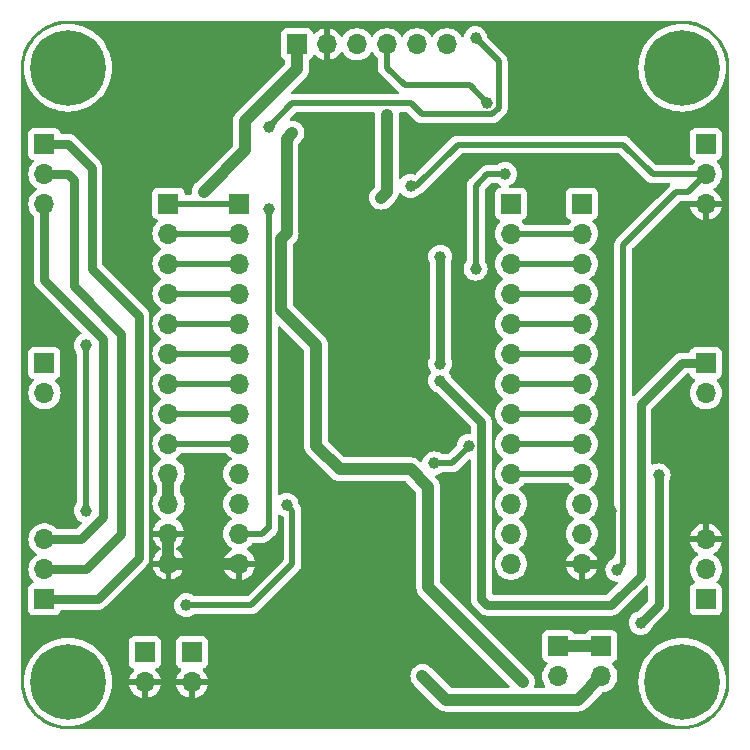
<source format=gbr>
%TF.GenerationSoftware,KiCad,Pcbnew,7.0.7*%
%TF.CreationDate,2023-10-05T17:02:33-03:00*%
%TF.ProjectId,ILLI_PCB,494c4c49-5f50-4434-922e-6b696361645f,rev?*%
%TF.SameCoordinates,Original*%
%TF.FileFunction,Copper,L2,Bot*%
%TF.FilePolarity,Positive*%
%FSLAX46Y46*%
G04 Gerber Fmt 4.6, Leading zero omitted, Abs format (unit mm)*
G04 Created by KiCad (PCBNEW 7.0.7) date 2023-10-05 17:02:33*
%MOMM*%
%LPD*%
G01*
G04 APERTURE LIST*
%TA.AperFunction,ComponentPad*%
%ADD10O,1.700000X1.700000*%
%TD*%
%TA.AperFunction,ComponentPad*%
%ADD11R,1.700000X1.700000*%
%TD*%
%TA.AperFunction,ComponentPad*%
%ADD12C,6.400000*%
%TD*%
%TA.AperFunction,ViaPad*%
%ADD13C,1.000000*%
%TD*%
%TA.AperFunction,Conductor*%
%ADD14C,0.750000*%
%TD*%
%TA.AperFunction,Conductor*%
%ADD15C,0.500000*%
%TD*%
%TA.AperFunction,Conductor*%
%ADD16C,1.000000*%
%TD*%
G04 APERTURE END LIST*
D10*
%TO.P,J4,2,Pin_2*%
%TO.N,GND*%
X124500000Y-136040000D03*
D11*
%TO.P,J4,1,Pin_1*%
%TO.N,VBAT*%
X124500000Y-133500000D03*
%TD*%
D12*
%TO.P,REF\u002A\u002A,1*%
%TO.N,N/C*%
X114000000Y-84000000D03*
%TD*%
%TO.P,REF\u002A\u002A,1*%
%TO.N,N/C*%
X166000000Y-84000000D03*
%TD*%
%TO.P,REF\u002A\u002A,1*%
%TO.N,N/C*%
X114000000Y-136000000D03*
%TD*%
%TO.P,REF\u002A\u002A,1*%
%TO.N,N/C*%
X166000000Y-136000000D03*
%TD*%
D10*
%TO.P,J11,2,Pin_2*%
%TO.N,VBAT*%
X159150000Y-135500000D03*
D11*
%TO.P,J11,1,Pin_1*%
%TO.N,Net-(J11-Pin_1)*%
X159150000Y-132960000D03*
%TD*%
D10*
%TO.P,J8,2,Pin_2*%
%TO.N,VMOTOR*%
X155500000Y-135500000D03*
D11*
%TO.P,J8,1,Pin_1*%
%TO.N,Net-(J11-Pin_1)*%
X155500000Y-132960000D03*
%TD*%
D10*
%TO.P,J6,6,Pin_6*%
%TO.N,GPIO14*%
X146080000Y-82000000D03*
%TO.P,J6,5,Pin_5*%
%TO.N,GPIO27*%
X143540000Y-82000000D03*
%TO.P,J6,4,Pin_4*%
%TO.N,SCL*%
X141000000Y-82000000D03*
%TO.P,J6,3,Pin_3*%
%TO.N,MISO{slash}SDA*%
X138460000Y-82000000D03*
%TO.P,J6,2,Pin_2*%
%TO.N,GND*%
X135920000Y-82000000D03*
D11*
%TO.P,J6,1,Pin_1*%
%TO.N,3V3*%
X133380000Y-82000000D03*
%TD*%
D10*
%TO.P,J7,2,Pin_2*%
%TO.N,M2B*%
X168000000Y-111540000D03*
D11*
%TO.P,J7,1,Pin_1*%
%TO.N,M2A*%
X168000000Y-109000000D03*
%TD*%
D10*
%TO.P,J5,2,Pin_2*%
%TO.N,M1B*%
X112000000Y-111540000D03*
D11*
%TO.P,J5,1,Pin_1*%
%TO.N,M1A*%
X112000000Y-109000000D03*
%TD*%
D10*
%TO.P,J16,3,Pin_3*%
%TO.N,GND*%
X168000000Y-123920000D03*
%TO.P,J16,2,Pin_2*%
%TO.N,NEOPIXEL_DATA*%
X168000000Y-126460000D03*
D11*
%TO.P,J16,1,Pin_1*%
%TO.N,VBAT*%
X168000000Y-129000000D03*
%TD*%
%TO.P,J15,1,Pin_1*%
%TO.N,Net-(J14-Pin_1)*%
X112000000Y-129000000D03*
D10*
%TO.P,J15,2,Pin_2*%
%TO.N,Net-(J14-Pin_2)*%
X112000000Y-126460000D03*
%TO.P,J15,3,Pin_3*%
%TO.N,Net-(J14-Pin_3)*%
X112000000Y-123920000D03*
%TD*%
%TO.P,J14,3,Pin_3*%
%TO.N,Net-(J14-Pin_3)*%
X112000000Y-95540000D03*
%TO.P,J14,2,Pin_2*%
%TO.N,Net-(J14-Pin_2)*%
X112000000Y-93000000D03*
D11*
%TO.P,J14,1,Pin_1*%
%TO.N,Net-(J14-Pin_1)*%
X112000000Y-90460000D03*
%TD*%
D10*
%TO.P,J13,3,Pin_3*%
%TO.N,GND*%
X168000000Y-95540000D03*
%TO.P,J13,2,Pin_2*%
%TO.N,NEOPIXEL_DATA*%
X168000000Y-93000000D03*
D11*
%TO.P,J13,1,Pin_1*%
%TO.N,VBAT*%
X168000000Y-90460000D03*
%TD*%
D10*
%TO.P,J10,13,Pin_13*%
%TO.N,GND*%
X157500000Y-126000000D03*
%TO.P,J10,12,Pin_12*%
%TO.N,NEOPIXEL_DATA*%
X157500000Y-123460000D03*
%TO.P,J10,11,Pin_11*%
%TO.N,VBAT*%
X157500000Y-120920000D03*
%TO.P,J10,10,Pin_10*%
%TO.N,Net-(J10-Pin_10)*%
X157500000Y-118380000D03*
%TO.P,J10,9,Pin_9*%
%TO.N,Net-(J10-Pin_9)*%
X157500000Y-115840000D03*
%TO.P,J10,8,Pin_8*%
%TO.N,Net-(J10-Pin_8)*%
X157500000Y-113300000D03*
%TO.P,J10,7,Pin_7*%
%TO.N,Net-(J10-Pin_7)*%
X157500000Y-110760000D03*
%TO.P,J10,6,Pin_6*%
%TO.N,SS*%
X157500000Y-108220000D03*
%TO.P,J10,5,Pin_5*%
%TO.N,SCK*%
X157500000Y-105680000D03*
%TO.P,J10,4,Pin_4*%
%TO.N,MOSI*%
X157500000Y-103140000D03*
%TO.P,J10,3,Pin_3*%
%TO.N,MISO{slash}SDA*%
X157500000Y-100600000D03*
%TO.P,J10,2,Pin_2*%
%TO.N,SCL*%
X157500000Y-98060000D03*
D11*
%TO.P,J10,1,Pin_1*%
%TO.N,Net-(J10-Pin_1)*%
X157500000Y-95520000D03*
%TD*%
D10*
%TO.P,J9,13,Pin_13*%
%TO.N,GND*%
X122500000Y-125980000D03*
%TO.P,J9,12,Pin_12*%
X122500000Y-123440000D03*
%TO.P,J9,11,Pin_11*%
%TO.N,3V3*%
X122500000Y-120900000D03*
%TO.P,J9,10,Pin_10*%
X122500000Y-118360000D03*
%TO.P,J9,9,Pin_9*%
%TO.N,INB2*%
X122500000Y-115820000D03*
%TO.P,J9,8,Pin_8*%
%TO.N,INA2*%
X122500000Y-113280000D03*
%TO.P,J9,7,Pin_7*%
%TO.N,INB1*%
X122500000Y-110740000D03*
%TO.P,J9,6,Pin_6*%
%TO.N,INA1*%
X122500000Y-108200000D03*
%TO.P,J9,5,Pin_5*%
%TO.N,Net-(J1-Pin_5)*%
X122500000Y-105660000D03*
%TO.P,J9,4,Pin_4*%
%TO.N,Net-(J1-Pin_4)*%
X122500000Y-103120000D03*
%TO.P,J9,3,Pin_3*%
%TO.N,Net-(J1-Pin_3)*%
X122500000Y-100580000D03*
%TO.P,J9,2,Pin_2*%
%TO.N,Net-(J1-Pin_2)*%
X122500000Y-98040000D03*
D11*
%TO.P,J9,1,Pin_1*%
%TO.N,Net-(J1-Pin_1)*%
X122500000Y-95500000D03*
%TD*%
D10*
%TO.P,J3,2,Pin_2*%
%TO.N,GND*%
X120500000Y-136040000D03*
D11*
%TO.P,J3,1,Pin_1*%
%TO.N,Net-(J11-Pin_1)*%
X120500000Y-133500000D03*
%TD*%
%TO.P,J2,1,Pin_1*%
%TO.N,unconnected-(J2-Pin_1-Pad1)*%
X151500000Y-95520000D03*
D10*
%TO.P,J2,2,Pin_2*%
%TO.N,SCL*%
X151500000Y-98060000D03*
%TO.P,J2,3,Pin_3*%
%TO.N,MISO{slash}SDA*%
X151500000Y-100600000D03*
%TO.P,J2,4,Pin_4*%
%TO.N,MOSI*%
X151500000Y-103140000D03*
%TO.P,J2,5,Pin_5*%
%TO.N,SCK*%
X151500000Y-105680000D03*
%TO.P,J2,6,Pin_6*%
%TO.N,SS*%
X151500000Y-108220000D03*
%TO.P,J2,7,Pin_7*%
%TO.N,Net-(J10-Pin_7)*%
X151500000Y-110760000D03*
%TO.P,J2,8,Pin_8*%
%TO.N,Net-(J10-Pin_8)*%
X151500000Y-113300000D03*
%TO.P,J2,9,Pin_9*%
%TO.N,Net-(J10-Pin_9)*%
X151500000Y-115840000D03*
%TO.P,J2,10,Pin_10*%
%TO.N,Net-(J10-Pin_10)*%
X151500000Y-118380000D03*
%TO.P,J2,11,Pin_11*%
%TO.N,Net-(J10-Pin_1)*%
X151500000Y-120920000D03*
%TO.P,J2,12,Pin_12*%
%TO.N,unconnected-(J2-Pin_12-Pad12)*%
X151500000Y-123460000D03*
%TO.P,J2,13,Pin_13*%
%TO.N,unconnected-(J2-Pin_13-Pad13)*%
X151500000Y-126000000D03*
%TD*%
%TO.P,J1,13,Pin_13*%
%TO.N,GND*%
X128500000Y-126000000D03*
%TO.P,J1,12,Pin_12*%
%TO.N,NEOPIXEL_DATA*%
X128500000Y-123460000D03*
%TO.P,J1,11,Pin_11*%
%TO.N,GPIO14*%
X128500000Y-120920000D03*
%TO.P,J1,10,Pin_10*%
%TO.N,GPIO27*%
X128500000Y-118380000D03*
%TO.P,J1,9,Pin_9*%
%TO.N,INB2*%
X128500000Y-115840000D03*
%TO.P,J1,8,Pin_8*%
%TO.N,INA2*%
X128500000Y-113300000D03*
%TO.P,J1,7,Pin_7*%
%TO.N,INB1*%
X128500000Y-110760000D03*
%TO.P,J1,6,Pin_6*%
%TO.N,INA1*%
X128500000Y-108220000D03*
%TO.P,J1,5,Pin_5*%
%TO.N,Net-(J1-Pin_5)*%
X128500000Y-105680000D03*
%TO.P,J1,4,Pin_4*%
%TO.N,Net-(J1-Pin_4)*%
X128500000Y-103140000D03*
%TO.P,J1,3,Pin_3*%
%TO.N,Net-(J1-Pin_3)*%
X128500000Y-100600000D03*
%TO.P,J1,2,Pin_2*%
%TO.N,Net-(J1-Pin_2)*%
X128500000Y-98060000D03*
D11*
%TO.P,J1,1,Pin_1*%
%TO.N,Net-(J1-Pin_1)*%
X128500000Y-95520000D03*
%TD*%
D13*
%TO.N,GND*%
X135000000Y-97000000D03*
X136000000Y-84500000D03*
X120500000Y-138500000D03*
%TO.N,GPIO14*%
X132500000Y-121000000D03*
X124000000Y-129500000D03*
X115500000Y-121500000D03*
X115490213Y-107509787D03*
X131000000Y-89000000D03*
X148500000Y-81500000D03*
%TO.N,GPIO27*%
X151000000Y-93000000D03*
X148500000Y-101000000D03*
X147925500Y-116000000D03*
X145000000Y-117500000D03*
%TO.N,3V3*%
X125500000Y-94500000D03*
%TO.N,SCL*%
X149500000Y-87000000D03*
%TO.N,GND*%
X135500000Y-130000000D03*
%TO.N,VBAT*%
X144000000Y-135500000D03*
%TO.N,NEOPIXEL_DATA*%
X160500000Y-126500000D03*
X143000000Y-94000000D03*
X131000000Y-96000000D03*
%TO.N,VMOTOR*%
X133000000Y-89500000D03*
%TO.N,GND*%
X119000000Y-85500000D03*
X160500000Y-84500000D03*
%TO.N,Net-(D1-K)*%
X140500000Y-95000000D03*
X141000000Y-88000000D03*
%TO.N,GND*%
X147000000Y-108000000D03*
X147000000Y-106500000D03*
X145500000Y-113000000D03*
X144500000Y-112000000D03*
%TO.N,VMOTOR*%
X132000000Y-104500000D03*
X135000000Y-110000000D03*
X137000000Y-118000000D03*
X152500000Y-136000000D03*
%TO.N,GND*%
X160000000Y-121500000D03*
%TO.N,M2B*%
X164000000Y-118500000D03*
X162500000Y-131000000D03*
%TO.N,M2A*%
X145500000Y-110500000D03*
%TO.N,M1B*%
X145500000Y-109044500D03*
X145500000Y-100000000D03*
%TD*%
D14*
%TO.N,Net-(J14-Pin_3)*%
X115080000Y-123920000D02*
X112000000Y-123920000D01*
X117000000Y-107000000D02*
X117000000Y-122000000D01*
X112000000Y-102000000D02*
X117000000Y-107000000D01*
X112000000Y-95540000D02*
X112000000Y-102000000D01*
X117000000Y-122000000D02*
X115080000Y-123920000D01*
D15*
%TO.N,GPIO14*%
X115490213Y-107509787D02*
X115500000Y-107519574D01*
X115500000Y-107519574D02*
X115500000Y-121500000D01*
%TO.N,NEOPIXEL_DATA*%
X163500000Y-93000000D02*
X168000000Y-93000000D01*
X147000000Y-90500000D02*
X161000000Y-90500000D01*
X143500000Y-94000000D02*
X147000000Y-90500000D01*
X143000000Y-94000000D02*
X143500000Y-94000000D01*
X161000000Y-90500000D02*
X163500000Y-93000000D01*
D16*
%TO.N,Net-(D1-K)*%
X140500000Y-95000000D02*
X141000000Y-94500000D01*
X141000000Y-94500000D02*
X141000000Y-88000000D01*
D15*
%TO.N,NEOPIXEL_DATA*%
X130920000Y-123000000D02*
X131000000Y-123000000D01*
X130460000Y-123460000D02*
X130920000Y-123000000D01*
X131000000Y-123000000D02*
X131000000Y-96000000D01*
D14*
%TO.N,M2A*%
X149000000Y-129000000D02*
X149000000Y-114000000D01*
X149500000Y-129500000D02*
X149000000Y-129000000D01*
X160000000Y-129500000D02*
X149500000Y-129500000D01*
X149000000Y-114000000D02*
X145500000Y-110500000D01*
X162500000Y-127000000D02*
X160000000Y-129500000D01*
X166000000Y-109000000D02*
X162500000Y-112500000D01*
X162500000Y-112500000D02*
X162500000Y-127000000D01*
X168000000Y-109000000D02*
X166000000Y-109000000D01*
D15*
%TO.N,GPIO14*%
X129500000Y-129500000D02*
X133000000Y-126000000D01*
X133000000Y-121500000D02*
X132500000Y-121000000D01*
X124000000Y-129500000D02*
X129500000Y-129500000D01*
X133000000Y-126000000D02*
X133000000Y-121500000D01*
X143010051Y-87000000D02*
X133000000Y-87000000D01*
X149893503Y-87950000D02*
X143960051Y-87950000D01*
X150450000Y-87393503D02*
X149893503Y-87950000D01*
X143960051Y-87950000D02*
X143010051Y-87000000D01*
X150450000Y-83450000D02*
X150450000Y-87393503D01*
X133000000Y-87000000D02*
X131000000Y-89000000D01*
X148500000Y-81500000D02*
X150450000Y-83450000D01*
D16*
%TO.N,VMOTOR*%
X132000000Y-98500000D02*
X132000000Y-104500000D01*
X132500000Y-98000000D02*
X132000000Y-98500000D01*
X132500000Y-90000000D02*
X132500000Y-98000000D01*
X133000000Y-89500000D02*
X132500000Y-90000000D01*
%TO.N,3V3*%
X133380000Y-84120000D02*
X133380000Y-82000000D01*
X129000000Y-88500000D02*
X133380000Y-84120000D01*
X129000000Y-91000000D02*
X129000000Y-88500000D01*
X125500000Y-94500000D02*
X129000000Y-91000000D01*
D15*
%TO.N,SCL*%
X141000000Y-84000000D02*
X141000000Y-82000000D01*
X142500000Y-85500000D02*
X141000000Y-84000000D01*
X148000000Y-85500000D02*
X142500000Y-85500000D01*
X149500000Y-87000000D02*
X148000000Y-85500000D01*
%TO.N,GPIO27*%
X148500000Y-94000000D02*
X149500000Y-93000000D01*
X148500000Y-101000000D02*
X148500000Y-94000000D01*
X149500000Y-93000000D02*
X151000000Y-93000000D01*
X148000000Y-116000000D02*
X147925500Y-116000000D01*
X146500000Y-117500000D02*
X148000000Y-116000000D01*
X145000000Y-117500000D02*
X146500000Y-117500000D01*
%TO.N,NEOPIXEL_DATA*%
X166500000Y-94500000D02*
X168000000Y-93000000D01*
X165500000Y-94500000D02*
X166500000Y-94500000D01*
X161000000Y-99000000D02*
X165500000Y-94500000D01*
X161000000Y-126000000D02*
X161000000Y-99000000D01*
X160500000Y-126500000D02*
X161000000Y-126000000D01*
D16*
%TO.N,VBAT*%
X157150000Y-137500000D02*
X159150000Y-135500000D01*
X146000000Y-137500000D02*
X157150000Y-137500000D01*
X144000000Y-135500000D02*
X146000000Y-137500000D01*
%TO.N,Net-(J11-Pin_1)*%
X155500000Y-132960000D02*
X159150000Y-132960000D01*
D15*
%TO.N,NEOPIXEL_DATA*%
X128500000Y-123460000D02*
X130460000Y-123460000D01*
D16*
%TO.N,VMOTOR*%
X135000000Y-107500000D02*
X132000000Y-104500000D01*
X135000000Y-110000000D02*
X135000000Y-107500000D01*
X135000000Y-116000000D02*
X137000000Y-118000000D01*
X135000000Y-110000000D02*
X135000000Y-116000000D01*
X143000000Y-118000000D02*
X137000000Y-118000000D01*
X144500000Y-128000000D02*
X144500000Y-119500000D01*
X144500000Y-119500000D02*
X143000000Y-118000000D01*
X152500000Y-136000000D02*
X144500000Y-128000000D01*
D14*
%TO.N,GND*%
X159000000Y-126000000D02*
X160000000Y-125000000D01*
X160000000Y-125000000D02*
X160000000Y-121500000D01*
X157500000Y-126000000D02*
X159000000Y-126000000D01*
%TO.N,M2B*%
X164000000Y-129500000D02*
X164000000Y-118500000D01*
X162500000Y-131000000D02*
X164000000Y-129500000D01*
%TO.N,M1B*%
X145500000Y-100000000D02*
X145500000Y-109044500D01*
%TO.N,Net-(J14-Pin_1)*%
X120000000Y-125500000D02*
X116500000Y-129000000D01*
X116000000Y-92500000D02*
X116000000Y-101000000D01*
X116000000Y-101000000D02*
X120000000Y-105000000D01*
X120000000Y-105000000D02*
X120000000Y-125500000D01*
X113960000Y-90460000D02*
X116000000Y-92500000D01*
X112000000Y-90460000D02*
X113960000Y-90460000D01*
X116500000Y-129000000D02*
X112000000Y-129000000D01*
%TO.N,Net-(J14-Pin_2)*%
X118500000Y-123500000D02*
X115540000Y-126460000D01*
X115540000Y-126460000D02*
X112000000Y-126460000D01*
X114500000Y-93500000D02*
X114500000Y-102500000D01*
X114500000Y-102500000D02*
X118500000Y-106500000D01*
X114000000Y-93000000D02*
X114500000Y-93500000D01*
X112000000Y-93000000D02*
X114000000Y-93000000D01*
X118500000Y-106500000D02*
X118500000Y-123500000D01*
D16*
%TO.N,GND*%
X128480000Y-125980000D02*
X128500000Y-126000000D01*
X122500000Y-125980000D02*
X128480000Y-125980000D01*
%TO.N,3V3*%
X122500000Y-118360000D02*
X122500000Y-120900000D01*
%TO.N,GND*%
X122500000Y-123440000D02*
X122500000Y-125980000D01*
D15*
%TO.N,INB2*%
X128480000Y-115820000D02*
X128500000Y-115840000D01*
X122500000Y-115820000D02*
X128480000Y-115820000D01*
%TO.N,INA2*%
X128480000Y-113280000D02*
X128500000Y-113300000D01*
X122500000Y-113280000D02*
X128480000Y-113280000D01*
%TO.N,INB1*%
X128480000Y-110740000D02*
X128500000Y-110760000D01*
X122500000Y-110740000D02*
X128480000Y-110740000D01*
%TO.N,INA1*%
X128480000Y-108200000D02*
X128500000Y-108220000D01*
X122500000Y-108200000D02*
X128480000Y-108200000D01*
%TO.N,Net-(J1-Pin_5)*%
X128480000Y-105660000D02*
X128500000Y-105680000D01*
X122500000Y-105660000D02*
X128480000Y-105660000D01*
%TO.N,Net-(J1-Pin_4)*%
X128480000Y-103120000D02*
X128500000Y-103140000D01*
X122500000Y-103120000D02*
X128480000Y-103120000D01*
%TO.N,Net-(J1-Pin_3)*%
X128480000Y-100580000D02*
X128500000Y-100600000D01*
X122500000Y-100580000D02*
X128480000Y-100580000D01*
%TO.N,Net-(J1-Pin_2)*%
X128480000Y-98040000D02*
X128500000Y-98060000D01*
X122500000Y-98040000D02*
X128480000Y-98040000D01*
%TO.N,Net-(J1-Pin_1)*%
X128480000Y-95500000D02*
X128500000Y-95520000D01*
X122500000Y-95500000D02*
X128480000Y-95500000D01*
%TO.N,Net-(J10-Pin_10)*%
X151500000Y-118380000D02*
X157500000Y-118380000D01*
%TO.N,Net-(J10-Pin_9)*%
X151500000Y-115840000D02*
X157500000Y-115840000D01*
%TO.N,Net-(J10-Pin_8)*%
X151500000Y-113300000D02*
X157500000Y-113300000D01*
%TO.N,Net-(J10-Pin_7)*%
X151500000Y-110760000D02*
X157500000Y-110760000D01*
%TO.N,SS*%
X151500000Y-108220000D02*
X157500000Y-108220000D01*
%TO.N,SCK*%
X151500000Y-105680000D02*
X157500000Y-105680000D01*
%TO.N,MOSI*%
X151500000Y-103140000D02*
X157500000Y-103140000D01*
%TO.N,MISO{slash}SDA*%
X151500000Y-100600000D02*
X157500000Y-100600000D01*
%TO.N,SCL*%
X151500000Y-98060000D02*
X157500000Y-98060000D01*
%TD*%
%TA.AperFunction,Conductor*%
%TO.N,GND*%
G36*
X139940632Y-87778185D02*
G01*
X139986387Y-87830989D01*
X139996995Y-87894653D01*
X139989052Y-87975309D01*
X139986620Y-88000000D01*
X139991201Y-88046514D01*
X139991500Y-88052595D01*
X139991500Y-94030903D01*
X139971815Y-94097942D01*
X139955181Y-94118583D01*
X139884959Y-94188806D01*
X139824077Y-94249688D01*
X139819567Y-94253775D01*
X139783432Y-94283431D01*
X139657405Y-94436994D01*
X139591231Y-94560799D01*
X139563758Y-94612196D01*
X139506091Y-94802296D01*
X139486620Y-95000000D01*
X139506091Y-95197703D01*
X139549955Y-95342299D01*
X139563760Y-95387808D01*
X139657401Y-95562998D01*
X139657405Y-95563005D01*
X139783431Y-95716568D01*
X139936994Y-95842594D01*
X139937001Y-95842598D01*
X139989760Y-95870798D01*
X140112196Y-95936241D01*
X140302299Y-95993909D01*
X140500000Y-96013380D01*
X140697701Y-95993909D01*
X140887804Y-95936241D01*
X140887804Y-95936240D01*
X140902208Y-95931871D01*
X140912359Y-95923114D01*
X141063004Y-95842595D01*
X141216568Y-95716568D01*
X141246238Y-95680413D01*
X141250288Y-95675944D01*
X141675944Y-95250288D01*
X141680413Y-95246238D01*
X141716568Y-95216568D01*
X141842595Y-95063004D01*
X141936241Y-94887804D01*
X141962179Y-94802299D01*
X141993909Y-94697701D01*
X141993929Y-94697488D01*
X141993972Y-94697382D01*
X141995098Y-94691726D01*
X141996170Y-94691939D01*
X142020087Y-94632703D01*
X142077119Y-94592341D01*
X142146919Y-94589220D01*
X142207326Y-94624332D01*
X142213186Y-94630974D01*
X142283431Y-94716568D01*
X142436994Y-94842594D01*
X142437001Y-94842598D01*
X142612191Y-94936239D01*
X142612193Y-94936239D01*
X142612196Y-94936241D01*
X142802299Y-94993908D01*
X142802298Y-94993908D01*
X142813985Y-94995059D01*
X143000000Y-95013380D01*
X143197701Y-94993908D01*
X143387804Y-94936241D01*
X143403185Y-94928020D01*
X143562998Y-94842598D01*
X143563004Y-94842595D01*
X143674397Y-94751175D01*
X143710647Y-94730508D01*
X143738824Y-94720253D01*
X143749066Y-94716526D01*
X143773769Y-94708340D01*
X143822738Y-94692114D01*
X143822746Y-94692108D01*
X143829284Y-94689061D01*
X143829305Y-94689106D01*
X143836302Y-94685719D01*
X143836280Y-94685675D01*
X143842729Y-94682436D01*
X143842728Y-94682436D01*
X143842732Y-94682435D01*
X143907605Y-94639766D01*
X143973651Y-94599030D01*
X143973655Y-94599025D01*
X143979319Y-94594548D01*
X143979350Y-94594587D01*
X143985374Y-94589680D01*
X143985342Y-94589642D01*
X143990864Y-94585007D01*
X143990874Y-94585001D01*
X144032580Y-94540795D01*
X144044163Y-94528518D01*
X147277862Y-91294819D01*
X147339185Y-91261334D01*
X147365543Y-91258500D01*
X160634457Y-91258500D01*
X160701496Y-91278185D01*
X160722138Y-91294819D01*
X162918196Y-93490877D01*
X162929977Y-93504509D01*
X162944531Y-93524058D01*
X162985012Y-93558025D01*
X162988986Y-93561667D01*
X162994900Y-93567581D01*
X163020895Y-93588135D01*
X163080360Y-93638032D01*
X163080361Y-93638032D01*
X163080363Y-93638034D01*
X163086396Y-93642002D01*
X163086370Y-93642041D01*
X163092927Y-93646218D01*
X163092953Y-93646178D01*
X163099091Y-93649964D01*
X163099095Y-93649967D01*
X163169452Y-93682775D01*
X163238812Y-93717609D01*
X163238818Y-93717610D01*
X163245606Y-93720082D01*
X163245589Y-93720128D01*
X163252924Y-93722677D01*
X163252940Y-93722632D01*
X163259789Y-93724902D01*
X163259794Y-93724903D01*
X163335850Y-93740607D01*
X163396603Y-93755006D01*
X163411339Y-93758499D01*
X163411340Y-93758499D01*
X163411344Y-93758500D01*
X163411348Y-93758500D01*
X163418517Y-93759338D01*
X163418511Y-93759386D01*
X163426242Y-93760177D01*
X163426247Y-93760130D01*
X163433437Y-93760759D01*
X163433441Y-93760758D01*
X163433442Y-93760759D01*
X163511080Y-93758500D01*
X164869310Y-93758500D01*
X164936349Y-93778185D01*
X164982104Y-93830989D01*
X164992048Y-93900147D01*
X164963023Y-93963703D01*
X164959512Y-93967584D01*
X164955836Y-93971482D01*
X163842317Y-95085001D01*
X160509122Y-98418195D01*
X160495495Y-98429973D01*
X160475941Y-98444531D01*
X160441977Y-98485006D01*
X160438330Y-98488987D01*
X160432418Y-98494900D01*
X160411863Y-98520896D01*
X160361967Y-98580360D01*
X160358001Y-98586391D01*
X160357963Y-98586366D01*
X160353782Y-98592928D01*
X160353821Y-98592952D01*
X160350032Y-98599094D01*
X160317220Y-98669459D01*
X160282391Y-98738810D01*
X160279923Y-98745593D01*
X160279878Y-98745576D01*
X160277322Y-98752932D01*
X160277366Y-98752947D01*
X160275096Y-98759795D01*
X160267244Y-98797821D01*
X160259392Y-98835850D01*
X160254930Y-98854679D01*
X160241498Y-98911351D01*
X160240661Y-98918519D01*
X160240613Y-98918513D01*
X160239823Y-98926244D01*
X160239870Y-98926249D01*
X160239240Y-98933438D01*
X160241500Y-99011079D01*
X160241500Y-125432570D01*
X160221815Y-125499609D01*
X160169011Y-125545364D01*
X160153497Y-125551230D01*
X160112193Y-125563759D01*
X159937001Y-125657401D01*
X159936994Y-125657405D01*
X159783431Y-125783431D01*
X159657405Y-125936994D01*
X159657401Y-125937001D01*
X159563760Y-126112191D01*
X159506091Y-126302300D01*
X159486620Y-126499999D01*
X159506091Y-126697699D01*
X159563760Y-126887808D01*
X159657401Y-127062998D01*
X159657405Y-127063005D01*
X159783431Y-127216568D01*
X159936994Y-127342594D01*
X159937001Y-127342598D01*
X160112191Y-127436239D01*
X160112193Y-127436239D01*
X160112196Y-127436241D01*
X160302299Y-127493908D01*
X160302298Y-127493908D01*
X160342391Y-127497856D01*
X160454984Y-127508946D01*
X160519771Y-127535107D01*
X160560130Y-127592141D01*
X160563247Y-127661941D01*
X160530511Y-127720030D01*
X159670361Y-128580181D01*
X159609038Y-128613666D01*
X159582680Y-128616500D01*
X150007500Y-128616500D01*
X149940461Y-128596815D01*
X149894706Y-128544011D01*
X149883500Y-128492500D01*
X149883500Y-114079289D01*
X149885027Y-114059888D01*
X149885297Y-114058185D01*
X149887149Y-114046493D01*
X149883585Y-113978488D01*
X149883500Y-113975243D01*
X149883500Y-113953694D01*
X149881244Y-113932242D01*
X149880992Y-113929029D01*
X149880980Y-113928791D01*
X149877429Y-113861028D01*
X149873920Y-113847932D01*
X149870372Y-113828791D01*
X149870125Y-113826442D01*
X149868954Y-113815298D01*
X149847905Y-113750517D01*
X149846987Y-113747416D01*
X149840342Y-113722616D01*
X149829362Y-113681637D01*
X149823201Y-113669547D01*
X149815753Y-113651564D01*
X149811564Y-113638669D01*
X149777513Y-113579691D01*
X149775968Y-113576846D01*
X149745047Y-113516160D01*
X149745045Y-113516157D01*
X149736508Y-113505615D01*
X149725486Y-113489578D01*
X149718704Y-113477831D01*
X149713675Y-113472246D01*
X149673134Y-113427220D01*
X149671026Y-113424751D01*
X149657472Y-113408014D01*
X149642243Y-113392785D01*
X149640007Y-113390429D01*
X149594434Y-113339815D01*
X149594432Y-113339813D01*
X149583450Y-113331834D01*
X149568657Y-113319199D01*
X146490681Y-110241223D01*
X146459702Y-110189539D01*
X146436241Y-110112196D01*
X146436237Y-110112188D01*
X146342598Y-109937001D01*
X146342594Y-109936994D01*
X146271949Y-109850914D01*
X146244636Y-109786604D01*
X146256427Y-109717737D01*
X146271944Y-109693592D01*
X146342595Y-109607504D01*
X146436241Y-109432304D01*
X146493908Y-109242201D01*
X146513380Y-109044500D01*
X146493908Y-108846799D01*
X146436241Y-108656696D01*
X146436239Y-108656693D01*
X146436239Y-108656691D01*
X146398142Y-108585417D01*
X146383500Y-108526964D01*
X146383500Y-101000000D01*
X147486620Y-101000000D01*
X147506091Y-101197699D01*
X147563760Y-101387808D01*
X147657401Y-101562998D01*
X147657405Y-101563005D01*
X147783431Y-101716568D01*
X147936994Y-101842594D01*
X147937001Y-101842598D01*
X148112191Y-101936239D01*
X148112193Y-101936239D01*
X148112196Y-101936241D01*
X148302299Y-101993908D01*
X148302298Y-101993908D01*
X148321769Y-101995825D01*
X148500000Y-102013380D01*
X148697701Y-101993908D01*
X148887804Y-101936241D01*
X148937205Y-101909836D01*
X149008631Y-101871658D01*
X149063004Y-101842595D01*
X149216568Y-101716568D01*
X149342595Y-101563004D01*
X149436241Y-101387804D01*
X149493908Y-101197701D01*
X149513380Y-101000000D01*
X149493908Y-100802299D01*
X149436241Y-100612196D01*
X149436239Y-100612193D01*
X149436239Y-100612191D01*
X149342598Y-100437001D01*
X149342594Y-100436994D01*
X149286647Y-100368823D01*
X149259334Y-100304513D01*
X149258500Y-100290158D01*
X149258500Y-94365542D01*
X149278185Y-94298503D01*
X149294819Y-94277861D01*
X149777862Y-93794819D01*
X149839185Y-93761334D01*
X149865543Y-93758500D01*
X150290158Y-93758500D01*
X150357197Y-93778185D01*
X150368823Y-93786647D01*
X150378781Y-93794819D01*
X150436996Y-93842595D01*
X150606443Y-93933165D01*
X150656285Y-93982127D01*
X150671746Y-94050264D01*
X150647915Y-94115944D01*
X150592357Y-94158313D01*
X150561247Y-94165812D01*
X150540796Y-94168011D01*
X150540795Y-94168011D01*
X150403795Y-94219111D01*
X150286739Y-94306739D01*
X150199111Y-94423795D01*
X150148011Y-94560795D01*
X150148011Y-94560797D01*
X150141500Y-94621345D01*
X150141500Y-96418654D01*
X150148011Y-96479202D01*
X150148011Y-96479204D01*
X150199110Y-96616204D01*
X150199111Y-96616204D01*
X150286739Y-96733261D01*
X150403796Y-96820889D01*
X150455737Y-96840262D01*
X150521595Y-96864827D01*
X150577528Y-96906699D01*
X150601944Y-96972163D01*
X150587092Y-97040436D01*
X150569490Y-97064991D01*
X150424279Y-97222730D01*
X150424276Y-97222734D01*
X150301140Y-97411207D01*
X150210703Y-97617385D01*
X150155436Y-97835628D01*
X150155434Y-97835640D01*
X150136844Y-98059994D01*
X150136844Y-98060005D01*
X150155434Y-98284359D01*
X150155436Y-98284371D01*
X150210703Y-98502614D01*
X150301140Y-98708792D01*
X150424276Y-98897265D01*
X150424284Y-98897276D01*
X150558349Y-99042907D01*
X150576760Y-99062906D01*
X150754424Y-99201189D01*
X150754429Y-99201191D01*
X150754431Y-99201193D01*
X150790930Y-99220946D01*
X150840520Y-99270165D01*
X150855628Y-99338382D01*
X150831457Y-99403937D01*
X150790930Y-99439054D01*
X150754431Y-99458806D01*
X150754422Y-99458812D01*
X150576761Y-99597092D01*
X150576756Y-99597097D01*
X150424284Y-99762723D01*
X150424276Y-99762734D01*
X150301140Y-99951207D01*
X150210703Y-100157385D01*
X150155436Y-100375628D01*
X150155434Y-100375640D01*
X150136844Y-100599994D01*
X150136844Y-100600005D01*
X150155434Y-100824359D01*
X150155436Y-100824371D01*
X150210703Y-101042614D01*
X150301140Y-101248792D01*
X150424276Y-101437265D01*
X150424284Y-101437276D01*
X150558349Y-101582907D01*
X150576760Y-101602906D01*
X150754424Y-101741189D01*
X150754429Y-101741191D01*
X150754431Y-101741193D01*
X150790930Y-101760946D01*
X150840520Y-101810165D01*
X150855628Y-101878382D01*
X150831457Y-101943937D01*
X150790930Y-101979054D01*
X150754431Y-101998806D01*
X150754422Y-101998812D01*
X150576761Y-102137092D01*
X150576756Y-102137097D01*
X150424284Y-102302723D01*
X150424276Y-102302734D01*
X150301140Y-102491207D01*
X150210703Y-102697385D01*
X150155436Y-102915628D01*
X150155434Y-102915640D01*
X150136844Y-103139994D01*
X150136844Y-103140005D01*
X150155434Y-103364359D01*
X150155436Y-103364371D01*
X150210703Y-103582614D01*
X150301140Y-103788792D01*
X150424276Y-103977265D01*
X150424284Y-103977276D01*
X150558349Y-104122907D01*
X150576760Y-104142906D01*
X150754424Y-104281189D01*
X150754429Y-104281191D01*
X150754431Y-104281193D01*
X150790930Y-104300946D01*
X150840520Y-104350165D01*
X150855628Y-104418382D01*
X150831457Y-104483937D01*
X150790930Y-104519054D01*
X150754431Y-104538806D01*
X150754422Y-104538812D01*
X150576761Y-104677092D01*
X150576756Y-104677097D01*
X150424284Y-104842723D01*
X150424276Y-104842734D01*
X150301140Y-105031207D01*
X150210703Y-105237385D01*
X150155436Y-105455628D01*
X150155434Y-105455640D01*
X150136844Y-105679994D01*
X150136844Y-105680005D01*
X150155434Y-105904359D01*
X150155436Y-105904371D01*
X150210703Y-106122614D01*
X150301140Y-106328792D01*
X150424276Y-106517265D01*
X150424284Y-106517276D01*
X150558349Y-106662907D01*
X150576760Y-106682906D01*
X150754424Y-106821189D01*
X150790930Y-106840945D01*
X150840519Y-106890162D01*
X150855629Y-106958378D01*
X150831459Y-107023934D01*
X150790932Y-107059052D01*
X150754432Y-107078805D01*
X150754422Y-107078812D01*
X150576761Y-107217092D01*
X150576756Y-107217097D01*
X150424284Y-107382723D01*
X150424276Y-107382734D01*
X150301140Y-107571207D01*
X150210703Y-107777385D01*
X150155436Y-107995628D01*
X150155434Y-107995640D01*
X150136844Y-108219994D01*
X150136844Y-108220005D01*
X150155434Y-108444359D01*
X150155436Y-108444371D01*
X150210703Y-108662614D01*
X150301140Y-108868792D01*
X150424276Y-109057265D01*
X150424284Y-109057276D01*
X150558349Y-109202907D01*
X150576760Y-109222906D01*
X150754424Y-109361189D01*
X150790930Y-109380945D01*
X150840519Y-109430162D01*
X150855629Y-109498378D01*
X150831459Y-109563934D01*
X150790932Y-109599052D01*
X150754432Y-109618805D01*
X150754422Y-109618812D01*
X150576761Y-109757092D01*
X150576756Y-109757097D01*
X150424284Y-109922723D01*
X150424276Y-109922734D01*
X150301140Y-110111207D01*
X150210703Y-110317385D01*
X150155436Y-110535628D01*
X150155434Y-110535640D01*
X150136844Y-110759994D01*
X150136844Y-110760005D01*
X150155434Y-110984359D01*
X150155436Y-110984371D01*
X150210703Y-111202614D01*
X150301140Y-111408792D01*
X150424276Y-111597265D01*
X150424284Y-111597276D01*
X150558349Y-111742907D01*
X150576760Y-111762906D01*
X150754424Y-111901189D01*
X150754429Y-111901191D01*
X150754431Y-111901193D01*
X150790930Y-111920946D01*
X150840520Y-111970165D01*
X150855628Y-112038382D01*
X150831457Y-112103937D01*
X150790930Y-112139054D01*
X150754431Y-112158806D01*
X150754422Y-112158812D01*
X150576761Y-112297092D01*
X150576756Y-112297097D01*
X150424284Y-112462723D01*
X150424276Y-112462734D01*
X150301140Y-112651207D01*
X150210703Y-112857385D01*
X150155436Y-113075628D01*
X150155434Y-113075640D01*
X150136844Y-113299994D01*
X150136844Y-113300005D01*
X150155434Y-113524359D01*
X150155436Y-113524371D01*
X150210703Y-113742614D01*
X150301140Y-113948792D01*
X150424276Y-114137265D01*
X150424284Y-114137276D01*
X150558349Y-114282907D01*
X150576760Y-114302906D01*
X150754424Y-114441189D01*
X150754429Y-114441191D01*
X150754431Y-114441193D01*
X150790930Y-114460946D01*
X150840520Y-114510165D01*
X150855628Y-114578382D01*
X150831457Y-114643937D01*
X150790930Y-114679054D01*
X150754431Y-114698806D01*
X150754422Y-114698812D01*
X150576761Y-114837092D01*
X150576756Y-114837097D01*
X150424284Y-115002723D01*
X150424276Y-115002734D01*
X150301140Y-115191207D01*
X150210703Y-115397385D01*
X150155436Y-115615628D01*
X150155434Y-115615640D01*
X150136844Y-115839994D01*
X150136844Y-115840005D01*
X150155434Y-116064359D01*
X150155436Y-116064371D01*
X150210703Y-116282614D01*
X150301140Y-116488792D01*
X150424276Y-116677265D01*
X150424284Y-116677276D01*
X150558349Y-116822907D01*
X150576760Y-116842906D01*
X150754424Y-116981189D01*
X150754429Y-116981191D01*
X150754431Y-116981193D01*
X150790930Y-117000946D01*
X150840520Y-117050165D01*
X150855628Y-117118382D01*
X150831457Y-117183937D01*
X150790930Y-117219054D01*
X150754431Y-117238806D01*
X150754422Y-117238812D01*
X150576761Y-117377092D01*
X150576756Y-117377097D01*
X150424284Y-117542723D01*
X150424276Y-117542734D01*
X150301140Y-117731207D01*
X150210703Y-117937385D01*
X150155436Y-118155628D01*
X150155434Y-118155640D01*
X150136844Y-118379994D01*
X150136844Y-118380005D01*
X150155434Y-118604359D01*
X150155436Y-118604371D01*
X150210703Y-118822614D01*
X150301140Y-119028792D01*
X150424276Y-119217265D01*
X150424284Y-119217276D01*
X150576756Y-119382902D01*
X150576760Y-119382906D01*
X150754424Y-119521189D01*
X150754429Y-119521191D01*
X150754431Y-119521193D01*
X150790930Y-119540946D01*
X150840520Y-119590165D01*
X150855628Y-119658382D01*
X150831457Y-119723937D01*
X150790930Y-119759054D01*
X150754431Y-119778806D01*
X150754422Y-119778812D01*
X150576761Y-119917092D01*
X150576756Y-119917097D01*
X150424284Y-120082723D01*
X150424276Y-120082734D01*
X150301140Y-120271207D01*
X150210703Y-120477385D01*
X150155436Y-120695628D01*
X150155434Y-120695640D01*
X150136844Y-120919994D01*
X150136844Y-120920005D01*
X150155434Y-121144359D01*
X150155436Y-121144371D01*
X150210703Y-121362614D01*
X150301140Y-121568792D01*
X150424276Y-121757265D01*
X150424284Y-121757276D01*
X150576756Y-121922902D01*
X150576761Y-121922907D01*
X150609986Y-121948767D01*
X150754424Y-122061189D01*
X150754429Y-122061191D01*
X150754431Y-122061193D01*
X150790930Y-122080946D01*
X150840520Y-122130165D01*
X150855628Y-122198382D01*
X150831457Y-122263937D01*
X150790930Y-122299054D01*
X150754431Y-122318806D01*
X150754422Y-122318812D01*
X150576761Y-122457092D01*
X150576756Y-122457097D01*
X150424284Y-122622723D01*
X150424276Y-122622734D01*
X150301140Y-122811207D01*
X150210703Y-123017385D01*
X150155436Y-123235628D01*
X150155434Y-123235640D01*
X150136844Y-123459994D01*
X150136844Y-123460005D01*
X150155434Y-123684359D01*
X150155436Y-123684371D01*
X150210703Y-123902614D01*
X150301140Y-124108792D01*
X150424276Y-124297265D01*
X150424284Y-124297276D01*
X150540458Y-124423472D01*
X150576760Y-124462906D01*
X150754424Y-124601189D01*
X150754429Y-124601191D01*
X150754431Y-124601193D01*
X150790930Y-124620946D01*
X150840520Y-124670165D01*
X150855628Y-124738382D01*
X150831457Y-124803937D01*
X150790930Y-124839054D01*
X150754431Y-124858806D01*
X150754422Y-124858812D01*
X150576761Y-124997092D01*
X150576756Y-124997097D01*
X150424284Y-125162723D01*
X150424276Y-125162734D01*
X150301140Y-125351207D01*
X150210703Y-125557385D01*
X150155436Y-125775628D01*
X150155434Y-125775640D01*
X150136844Y-125999994D01*
X150136844Y-126000005D01*
X150155434Y-126224359D01*
X150155436Y-126224371D01*
X150210703Y-126442614D01*
X150301140Y-126648792D01*
X150424276Y-126837265D01*
X150424284Y-126837276D01*
X150576756Y-127002902D01*
X150576760Y-127002906D01*
X150754424Y-127141189D01*
X150754425Y-127141189D01*
X150754427Y-127141191D01*
X150814314Y-127173600D01*
X150952426Y-127248342D01*
X151165365Y-127321444D01*
X151387431Y-127358500D01*
X151612569Y-127358500D01*
X151834635Y-127321444D01*
X152047574Y-127248342D01*
X152245576Y-127141189D01*
X152423240Y-127002906D01*
X152575722Y-126837268D01*
X152698860Y-126648791D01*
X152789296Y-126442616D01*
X152844564Y-126224368D01*
X152844950Y-126219714D01*
X152863156Y-126000005D01*
X152863156Y-125999994D01*
X152844565Y-125775640D01*
X152844563Y-125775628D01*
X152813273Y-125652066D01*
X152789296Y-125557384D01*
X152698860Y-125351209D01*
X152677693Y-125318811D01*
X152605845Y-125208839D01*
X152575722Y-125162732D01*
X152575719Y-125162729D01*
X152575715Y-125162723D01*
X152423243Y-124997097D01*
X152423238Y-124997092D01*
X152245577Y-124858812D01*
X152245578Y-124858812D01*
X152245576Y-124858811D01*
X152209070Y-124839055D01*
X152159479Y-124789836D01*
X152144371Y-124721619D01*
X152168541Y-124656064D01*
X152209070Y-124620945D01*
X152209084Y-124620936D01*
X152245576Y-124601189D01*
X152423240Y-124462906D01*
X152575722Y-124297268D01*
X152698860Y-124108791D01*
X152789296Y-123902616D01*
X152844564Y-123684368D01*
X152844724Y-123682435D01*
X152863156Y-123460005D01*
X152863156Y-123459994D01*
X152844565Y-123235640D01*
X152844563Y-123235628D01*
X152837993Y-123209685D01*
X152789296Y-123017384D01*
X152698860Y-122811209D01*
X152677693Y-122778811D01*
X152607687Y-122671658D01*
X152575722Y-122622732D01*
X152575719Y-122622729D01*
X152575715Y-122622723D01*
X152423243Y-122457097D01*
X152423238Y-122457092D01*
X152245577Y-122318812D01*
X152245578Y-122318812D01*
X152245576Y-122318811D01*
X152209070Y-122299055D01*
X152159479Y-122249836D01*
X152144371Y-122181619D01*
X152168541Y-122116064D01*
X152209070Y-122080945D01*
X152209084Y-122080936D01*
X152245576Y-122061189D01*
X152423240Y-121922906D01*
X152575722Y-121757268D01*
X152698860Y-121568791D01*
X152789296Y-121362616D01*
X152844564Y-121144368D01*
X152846221Y-121124371D01*
X152863156Y-120920005D01*
X152863156Y-120919994D01*
X152844565Y-120695640D01*
X152844563Y-120695628D01*
X152789296Y-120477385D01*
X152780523Y-120457385D01*
X152698860Y-120271209D01*
X152685793Y-120251209D01*
X152575723Y-120082734D01*
X152575715Y-120082723D01*
X152423243Y-119917097D01*
X152423238Y-119917092D01*
X152245577Y-119778812D01*
X152245578Y-119778812D01*
X152245576Y-119778811D01*
X152209070Y-119759055D01*
X152159479Y-119709836D01*
X152144371Y-119641619D01*
X152168541Y-119576064D01*
X152209070Y-119540945D01*
X152209084Y-119540936D01*
X152245576Y-119521189D01*
X152423240Y-119382906D01*
X152575722Y-119217268D01*
X152590482Y-119194675D01*
X152643628Y-119149321D01*
X152694289Y-119138500D01*
X156305711Y-119138500D01*
X156372750Y-119158185D01*
X156409517Y-119194675D01*
X156424278Y-119217268D01*
X156424280Y-119217270D01*
X156424284Y-119217276D01*
X156576756Y-119382902D01*
X156576760Y-119382906D01*
X156754424Y-119521189D01*
X156754429Y-119521191D01*
X156754431Y-119521193D01*
X156790930Y-119540946D01*
X156840520Y-119590165D01*
X156855628Y-119658382D01*
X156831457Y-119723937D01*
X156790930Y-119759054D01*
X156754431Y-119778806D01*
X156754422Y-119778812D01*
X156576761Y-119917092D01*
X156576756Y-119917097D01*
X156424284Y-120082723D01*
X156424276Y-120082734D01*
X156301140Y-120271207D01*
X156210703Y-120477385D01*
X156155436Y-120695628D01*
X156155434Y-120695640D01*
X156136844Y-120919994D01*
X156136844Y-120920005D01*
X156155434Y-121144359D01*
X156155436Y-121144371D01*
X156210703Y-121362614D01*
X156301140Y-121568792D01*
X156424276Y-121757265D01*
X156424284Y-121757276D01*
X156576756Y-121922902D01*
X156576761Y-121922907D01*
X156609986Y-121948767D01*
X156754424Y-122061189D01*
X156790930Y-122080945D01*
X156840519Y-122130162D01*
X156855629Y-122198378D01*
X156831459Y-122263934D01*
X156790932Y-122299052D01*
X156754432Y-122318805D01*
X156754422Y-122318812D01*
X156576761Y-122457092D01*
X156576756Y-122457097D01*
X156424284Y-122622723D01*
X156424276Y-122622734D01*
X156301140Y-122811207D01*
X156210703Y-123017385D01*
X156155436Y-123235628D01*
X156155434Y-123235640D01*
X156136844Y-123459994D01*
X156136844Y-123460005D01*
X156155434Y-123684359D01*
X156155436Y-123684371D01*
X156210703Y-123902614D01*
X156301140Y-124108792D01*
X156424276Y-124297265D01*
X156424284Y-124297276D01*
X156540458Y-124423472D01*
X156576760Y-124462906D01*
X156754424Y-124601189D01*
X156790930Y-124620945D01*
X156797695Y-124624606D01*
X156847286Y-124673825D01*
X156862394Y-124742042D01*
X156838224Y-124807597D01*
X156809802Y-124835236D01*
X156628922Y-124961890D01*
X156628920Y-124961891D01*
X156461891Y-125128920D01*
X156461886Y-125128926D01*
X156326400Y-125322420D01*
X156326399Y-125322422D01*
X156226570Y-125536507D01*
X156226567Y-125536513D01*
X156169364Y-125749999D01*
X156169364Y-125750000D01*
X156886653Y-125750000D01*
X156953692Y-125769685D01*
X156999447Y-125822489D01*
X157009391Y-125891647D01*
X157005631Y-125908933D01*
X157000000Y-125928111D01*
X157000000Y-126071889D01*
X157002817Y-126081483D01*
X157005631Y-126091067D01*
X157005630Y-126160936D01*
X156967855Y-126219714D01*
X156904299Y-126248738D01*
X156886653Y-126250000D01*
X156169364Y-126250000D01*
X156226567Y-126463486D01*
X156226570Y-126463492D01*
X156326399Y-126677578D01*
X156461894Y-126871082D01*
X156628917Y-127038105D01*
X156822421Y-127173600D01*
X157036507Y-127273429D01*
X157036516Y-127273433D01*
X157250000Y-127330634D01*
X157250000Y-126612301D01*
X157269685Y-126545262D01*
X157322489Y-126499507D01*
X157391647Y-126489563D01*
X157464237Y-126500000D01*
X157464238Y-126500000D01*
X157535762Y-126500000D01*
X157535763Y-126500000D01*
X157608353Y-126489563D01*
X157677512Y-126499507D01*
X157730315Y-126545262D01*
X157750000Y-126612301D01*
X157750000Y-127330633D01*
X157963483Y-127273433D01*
X157963492Y-127273429D01*
X158177578Y-127173600D01*
X158371082Y-127038105D01*
X158538105Y-126871082D01*
X158673600Y-126677578D01*
X158773429Y-126463492D01*
X158773432Y-126463486D01*
X158830636Y-126250000D01*
X158113347Y-126250000D01*
X158046308Y-126230315D01*
X158000553Y-126177511D01*
X157990609Y-126108353D01*
X157994369Y-126091067D01*
X157997183Y-126081483D01*
X158000000Y-126071889D01*
X158000000Y-125928111D01*
X157994368Y-125908933D01*
X157994370Y-125839064D01*
X158032145Y-125780286D01*
X158095701Y-125751262D01*
X158113347Y-125750000D01*
X158830636Y-125750000D01*
X158830635Y-125749999D01*
X158773432Y-125536513D01*
X158773429Y-125536507D01*
X158673600Y-125322422D01*
X158673599Y-125322420D01*
X158538113Y-125128926D01*
X158538108Y-125128920D01*
X158371082Y-124961894D01*
X158190197Y-124835236D01*
X158146572Y-124780659D01*
X158139380Y-124711160D01*
X158170902Y-124648806D01*
X158202300Y-124624608D01*
X158245576Y-124601189D01*
X158423240Y-124462906D01*
X158575722Y-124297268D01*
X158698860Y-124108791D01*
X158789296Y-123902616D01*
X158844564Y-123684368D01*
X158844724Y-123682435D01*
X158863156Y-123460005D01*
X158863156Y-123459994D01*
X158844565Y-123235640D01*
X158844563Y-123235628D01*
X158837993Y-123209685D01*
X158789296Y-123017384D01*
X158698860Y-122811209D01*
X158677693Y-122778811D01*
X158607687Y-122671658D01*
X158575722Y-122622732D01*
X158575719Y-122622729D01*
X158575715Y-122622723D01*
X158423243Y-122457097D01*
X158423238Y-122457092D01*
X158245577Y-122318812D01*
X158245572Y-122318808D01*
X158209068Y-122299053D01*
X158159478Y-122249833D01*
X158144371Y-122181616D01*
X158168542Y-122116061D01*
X158209069Y-122080945D01*
X158245576Y-122061189D01*
X158423240Y-121922906D01*
X158575722Y-121757268D01*
X158698860Y-121568791D01*
X158789296Y-121362616D01*
X158844564Y-121144368D01*
X158846221Y-121124371D01*
X158863156Y-120920005D01*
X158863156Y-120919994D01*
X158844565Y-120695640D01*
X158844563Y-120695628D01*
X158789296Y-120477385D01*
X158780523Y-120457385D01*
X158698860Y-120271209D01*
X158685793Y-120251209D01*
X158575723Y-120082734D01*
X158575715Y-120082723D01*
X158423243Y-119917097D01*
X158423238Y-119917092D01*
X158245577Y-119778812D01*
X158245578Y-119778812D01*
X158245576Y-119778811D01*
X158209070Y-119759055D01*
X158159479Y-119709836D01*
X158144371Y-119641619D01*
X158168541Y-119576064D01*
X158209070Y-119540945D01*
X158209084Y-119540936D01*
X158245576Y-119521189D01*
X158423240Y-119382906D01*
X158575722Y-119217268D01*
X158698860Y-119028791D01*
X158789296Y-118822616D01*
X158844564Y-118604368D01*
X158846221Y-118584371D01*
X158863156Y-118380005D01*
X158863156Y-118379994D01*
X158844565Y-118155640D01*
X158844563Y-118155628D01*
X158789296Y-117937385D01*
X158789125Y-117936996D01*
X158698860Y-117731209D01*
X158685793Y-117711209D01*
X158589460Y-117563760D01*
X158575722Y-117542732D01*
X158575719Y-117542729D01*
X158575715Y-117542723D01*
X158423243Y-117377097D01*
X158423238Y-117377092D01*
X158267072Y-117255542D01*
X158245576Y-117238811D01*
X158209070Y-117219055D01*
X158159479Y-117169836D01*
X158144371Y-117101619D01*
X158168541Y-117036064D01*
X158209070Y-117000945D01*
X158209084Y-117000936D01*
X158245576Y-116981189D01*
X158423240Y-116842906D01*
X158534713Y-116721815D01*
X158575715Y-116677276D01*
X158575716Y-116677274D01*
X158575722Y-116677268D01*
X158698860Y-116488791D01*
X158789296Y-116282616D01*
X158844564Y-116064368D01*
X158846221Y-116044371D01*
X158863156Y-115840005D01*
X158863156Y-115839994D01*
X158844565Y-115615640D01*
X158844563Y-115615628D01*
X158799327Y-115436996D01*
X158789296Y-115397384D01*
X158698860Y-115191209D01*
X158685793Y-115171209D01*
X158620114Y-115070679D01*
X158575722Y-115002732D01*
X158575719Y-115002729D01*
X158575715Y-115002723D01*
X158423243Y-114837097D01*
X158423238Y-114837092D01*
X158245577Y-114698812D01*
X158245572Y-114698808D01*
X158209068Y-114679053D01*
X158159478Y-114629833D01*
X158144371Y-114561616D01*
X158168542Y-114496061D01*
X158209069Y-114460945D01*
X158245576Y-114441189D01*
X158423240Y-114302906D01*
X158575722Y-114137268D01*
X158698860Y-113948791D01*
X158789296Y-113742616D01*
X158844564Y-113524368D01*
X158845244Y-113516160D01*
X158863156Y-113300005D01*
X158863156Y-113299994D01*
X158844565Y-113075640D01*
X158844563Y-113075628D01*
X158839498Y-113055628D01*
X158789296Y-112857384D01*
X158698860Y-112651209D01*
X158685793Y-112631209D01*
X158577952Y-112466146D01*
X158575722Y-112462732D01*
X158575719Y-112462729D01*
X158575715Y-112462723D01*
X158423243Y-112297097D01*
X158423238Y-112297092D01*
X158245577Y-112158812D01*
X158245572Y-112158808D01*
X158209068Y-112139053D01*
X158159478Y-112089833D01*
X158144371Y-112021616D01*
X158168542Y-111956061D01*
X158209069Y-111920945D01*
X158245576Y-111901189D01*
X158423240Y-111762906D01*
X158575722Y-111597268D01*
X158698860Y-111408791D01*
X158789296Y-111202616D01*
X158844564Y-110984368D01*
X158846221Y-110964371D01*
X158863156Y-110760005D01*
X158863156Y-110759994D01*
X158844565Y-110535640D01*
X158844563Y-110535628D01*
X158806849Y-110386699D01*
X158789296Y-110317384D01*
X158698860Y-110111209D01*
X158685793Y-110091209D01*
X158597450Y-109955989D01*
X158575722Y-109922732D01*
X158575719Y-109922729D01*
X158575715Y-109922723D01*
X158423243Y-109757097D01*
X158423238Y-109757092D01*
X158245577Y-109618812D01*
X158245572Y-109618808D01*
X158209068Y-109599053D01*
X158159478Y-109549833D01*
X158144371Y-109481616D01*
X158168542Y-109416061D01*
X158209069Y-109380945D01*
X158245576Y-109361189D01*
X158423240Y-109222906D01*
X158575722Y-109057268D01*
X158698860Y-108868791D01*
X158789296Y-108662616D01*
X158844564Y-108444368D01*
X158844565Y-108444359D01*
X158863156Y-108220005D01*
X158863156Y-108219994D01*
X158844565Y-107995640D01*
X158844563Y-107995628D01*
X158831169Y-107942738D01*
X158789296Y-107777384D01*
X158698860Y-107571209D01*
X158685793Y-107551209D01*
X158577952Y-107386146D01*
X158575722Y-107382732D01*
X158575719Y-107382729D01*
X158575715Y-107382723D01*
X158423243Y-107217097D01*
X158423238Y-107217092D01*
X158288470Y-107112197D01*
X158245576Y-107078811D01*
X158245575Y-107078810D01*
X158245572Y-107078808D01*
X158209068Y-107059053D01*
X158159478Y-107009833D01*
X158144371Y-106941616D01*
X158168542Y-106876061D01*
X158209069Y-106840945D01*
X158245576Y-106821189D01*
X158423240Y-106682906D01*
X158575722Y-106517268D01*
X158698860Y-106328791D01*
X158789296Y-106122616D01*
X158844564Y-105904368D01*
X158846221Y-105884371D01*
X158863156Y-105680005D01*
X158863156Y-105679994D01*
X158844565Y-105455640D01*
X158844563Y-105455628D01*
X158789296Y-105237385D01*
X158780523Y-105217385D01*
X158698860Y-105031209D01*
X158685793Y-105011209D01*
X158590481Y-104865323D01*
X158575722Y-104842732D01*
X158575719Y-104842729D01*
X158575715Y-104842723D01*
X158423243Y-104677097D01*
X158423238Y-104677092D01*
X158245577Y-104538812D01*
X158245578Y-104538812D01*
X158245576Y-104538811D01*
X158209070Y-104519055D01*
X158159479Y-104469836D01*
X158144371Y-104401619D01*
X158168541Y-104336064D01*
X158209070Y-104300945D01*
X158209084Y-104300936D01*
X158245576Y-104281189D01*
X158423240Y-104142906D01*
X158575722Y-103977268D01*
X158698860Y-103788791D01*
X158789296Y-103582616D01*
X158844564Y-103364368D01*
X158846221Y-103344371D01*
X158863156Y-103140005D01*
X158863156Y-103139994D01*
X158844565Y-102915640D01*
X158844563Y-102915628D01*
X158789296Y-102697385D01*
X158782020Y-102680798D01*
X158698860Y-102491209D01*
X158685793Y-102471209D01*
X158614007Y-102361332D01*
X158575722Y-102302732D01*
X158575719Y-102302729D01*
X158575715Y-102302723D01*
X158423243Y-102137097D01*
X158423238Y-102137092D01*
X158245577Y-101998812D01*
X158245578Y-101998812D01*
X158245576Y-101998811D01*
X158209070Y-101979055D01*
X158159479Y-101929836D01*
X158144371Y-101861619D01*
X158168541Y-101796064D01*
X158209070Y-101760945D01*
X158209084Y-101760936D01*
X158245576Y-101741189D01*
X158423240Y-101602906D01*
X158575722Y-101437268D01*
X158698860Y-101248791D01*
X158789296Y-101042616D01*
X158844564Y-100824368D01*
X158846221Y-100804371D01*
X158863156Y-100600005D01*
X158863156Y-100599994D01*
X158844565Y-100375640D01*
X158844563Y-100375628D01*
X158839498Y-100355628D01*
X158789296Y-100157384D01*
X158698860Y-99951209D01*
X158685793Y-99931209D01*
X158577952Y-99766146D01*
X158575722Y-99762732D01*
X158575719Y-99762729D01*
X158575715Y-99762723D01*
X158423243Y-99597097D01*
X158423238Y-99597092D01*
X158245577Y-99458812D01*
X158245578Y-99458812D01*
X158245576Y-99458811D01*
X158209070Y-99439055D01*
X158159479Y-99389836D01*
X158144371Y-99321619D01*
X158168541Y-99256064D01*
X158209070Y-99220945D01*
X158209084Y-99220936D01*
X158245576Y-99201189D01*
X158423240Y-99062906D01*
X158549043Y-98926249D01*
X158575715Y-98897276D01*
X158575716Y-98897274D01*
X158575722Y-98897268D01*
X158698860Y-98708791D01*
X158789296Y-98502616D01*
X158844564Y-98284368D01*
X158846221Y-98264371D01*
X158863156Y-98060005D01*
X158863156Y-98059994D01*
X158844565Y-97835640D01*
X158844563Y-97835628D01*
X158789296Y-97617385D01*
X158780523Y-97597385D01*
X158698860Y-97411209D01*
X158685793Y-97391209D01*
X158577952Y-97226146D01*
X158575722Y-97222732D01*
X158575719Y-97222729D01*
X158575715Y-97222723D01*
X158430510Y-97064991D01*
X158399587Y-97002337D01*
X158407447Y-96932911D01*
X158451594Y-96878755D01*
X158478405Y-96864827D01*
X158558584Y-96834920D01*
X158596204Y-96820889D01*
X158713261Y-96733261D01*
X158800889Y-96616204D01*
X158851989Y-96479201D01*
X158855591Y-96445692D01*
X158858499Y-96418654D01*
X158858500Y-96418637D01*
X158858500Y-94621362D01*
X158858499Y-94621345D01*
X158854590Y-94584995D01*
X158851989Y-94560799D01*
X158844529Y-94540799D01*
X158829312Y-94500000D01*
X158800889Y-94423796D01*
X158713261Y-94306739D01*
X158596204Y-94219111D01*
X158560085Y-94205639D01*
X158459203Y-94168011D01*
X158398654Y-94161500D01*
X158398638Y-94161500D01*
X156601362Y-94161500D01*
X156601345Y-94161500D01*
X156540797Y-94168011D01*
X156540795Y-94168011D01*
X156403795Y-94219111D01*
X156286739Y-94306739D01*
X156199111Y-94423795D01*
X156148011Y-94560795D01*
X156148011Y-94560797D01*
X156141500Y-94621345D01*
X156141500Y-96418654D01*
X156148011Y-96479202D01*
X156148011Y-96479204D01*
X156199110Y-96616204D01*
X156199111Y-96616204D01*
X156286739Y-96733261D01*
X156403796Y-96820889D01*
X156455737Y-96840262D01*
X156521595Y-96864827D01*
X156577528Y-96906699D01*
X156601944Y-96972163D01*
X156587092Y-97040436D01*
X156569490Y-97064991D01*
X156424278Y-97222732D01*
X156409517Y-97245324D01*
X156356372Y-97290679D01*
X156305711Y-97301500D01*
X152694289Y-97301500D01*
X152627250Y-97281815D01*
X152590482Y-97245324D01*
X152575722Y-97222732D01*
X152575718Y-97222728D01*
X152575715Y-97222723D01*
X152430510Y-97064991D01*
X152399587Y-97002337D01*
X152407447Y-96932911D01*
X152451594Y-96878755D01*
X152478405Y-96864827D01*
X152558584Y-96834920D01*
X152596204Y-96820889D01*
X152713261Y-96733261D01*
X152800889Y-96616204D01*
X152851989Y-96479201D01*
X152855591Y-96445692D01*
X152858499Y-96418654D01*
X152858500Y-96418637D01*
X152858500Y-94621362D01*
X152858499Y-94621345D01*
X152854590Y-94584995D01*
X152851989Y-94560799D01*
X152844529Y-94540799D01*
X152829312Y-94500000D01*
X152800889Y-94423796D01*
X152713261Y-94306739D01*
X152596204Y-94219111D01*
X152560085Y-94205639D01*
X152459203Y-94168011D01*
X152398654Y-94161500D01*
X152398638Y-94161500D01*
X151461410Y-94161500D01*
X151394371Y-94141815D01*
X151348616Y-94089011D01*
X151338672Y-94019853D01*
X151367697Y-93956297D01*
X151402957Y-93928142D01*
X151562998Y-93842598D01*
X151563004Y-93842595D01*
X151716568Y-93716568D01*
X151842595Y-93563004D01*
X151905920Y-93444531D01*
X151936239Y-93387808D01*
X151936239Y-93387807D01*
X151936241Y-93387804D01*
X151993908Y-93197701D01*
X152013380Y-93000000D01*
X151993908Y-92802299D01*
X151936241Y-92612196D01*
X151936239Y-92612193D01*
X151936239Y-92612191D01*
X151842598Y-92437001D01*
X151842594Y-92436994D01*
X151716568Y-92283431D01*
X151563005Y-92157405D01*
X151562998Y-92157401D01*
X151387808Y-92063760D01*
X151230894Y-92016161D01*
X151197701Y-92006092D01*
X151197699Y-92006091D01*
X151197701Y-92006091D01*
X151000000Y-91986620D01*
X150802300Y-92006091D01*
X150612191Y-92063760D01*
X150437001Y-92157401D01*
X150436994Y-92157405D01*
X150368823Y-92213353D01*
X150304513Y-92240666D01*
X150290158Y-92241500D01*
X149564294Y-92241500D01*
X149546324Y-92240191D01*
X149522206Y-92236658D01*
X149476651Y-92240645D01*
X149469573Y-92241264D01*
X149464172Y-92241500D01*
X149455819Y-92241500D01*
X149422903Y-92245347D01*
X149345574Y-92252112D01*
X149338506Y-92253572D01*
X149338496Y-92253528D01*
X149330906Y-92255210D01*
X149330917Y-92255254D01*
X149323893Y-92256919D01*
X149323887Y-92256920D01*
X149323887Y-92256921D01*
X149299414Y-92265827D01*
X149250933Y-92283473D01*
X149177257Y-92307887D01*
X149170720Y-92310936D01*
X149170700Y-92310894D01*
X149163696Y-92314285D01*
X149163717Y-92314326D01*
X149157269Y-92317564D01*
X149092394Y-92360233D01*
X149026352Y-92400967D01*
X149020683Y-92405450D01*
X149020653Y-92405413D01*
X149014627Y-92410322D01*
X149014657Y-92410357D01*
X149009132Y-92414993D01*
X149009126Y-92414998D01*
X149009126Y-92414999D01*
X148955835Y-92471482D01*
X148955836Y-92471482D01*
X148009122Y-93418195D01*
X147995495Y-93429973D01*
X147975941Y-93444531D01*
X147941977Y-93485006D01*
X147938330Y-93488987D01*
X147932418Y-93494900D01*
X147911863Y-93520896D01*
X147861967Y-93580360D01*
X147858001Y-93586391D01*
X147857963Y-93586366D01*
X147853782Y-93592928D01*
X147853821Y-93592952D01*
X147850032Y-93599094D01*
X147817220Y-93669459D01*
X147782391Y-93738810D01*
X147779923Y-93745593D01*
X147779878Y-93745576D01*
X147777322Y-93752932D01*
X147777366Y-93752947D01*
X147775096Y-93759795D01*
X147771299Y-93778185D01*
X147759392Y-93835850D01*
X147748099Y-93883500D01*
X147741498Y-93911351D01*
X147740661Y-93918519D01*
X147740613Y-93918513D01*
X147739823Y-93926244D01*
X147739870Y-93926249D01*
X147739240Y-93933438D01*
X147741500Y-94011079D01*
X147741500Y-100290158D01*
X147721815Y-100357197D01*
X147713353Y-100368823D01*
X147657405Y-100436994D01*
X147657401Y-100437001D01*
X147563760Y-100612191D01*
X147506091Y-100802300D01*
X147486620Y-101000000D01*
X146383500Y-101000000D01*
X146383500Y-100517535D01*
X146398142Y-100459081D01*
X146436241Y-100387804D01*
X146493908Y-100197701D01*
X146513380Y-100000000D01*
X146493908Y-99802299D01*
X146436241Y-99612196D01*
X146436239Y-99612193D01*
X146436239Y-99612191D01*
X146342598Y-99437001D01*
X146342594Y-99436994D01*
X146216568Y-99283431D01*
X146063005Y-99157405D01*
X146062998Y-99157401D01*
X145887808Y-99063760D01*
X145792752Y-99034925D01*
X145697701Y-99006092D01*
X145697699Y-99006091D01*
X145697701Y-99006091D01*
X145517725Y-98988365D01*
X145500000Y-98986620D01*
X145499999Y-98986620D01*
X145302300Y-99006091D01*
X145112191Y-99063760D01*
X144937001Y-99157401D01*
X144936994Y-99157405D01*
X144783431Y-99283431D01*
X144657405Y-99436994D01*
X144657401Y-99437001D01*
X144563760Y-99612191D01*
X144506091Y-99802300D01*
X144486620Y-100000000D01*
X144506091Y-100197699D01*
X144506092Y-100197701D01*
X144563759Y-100387804D01*
X144590055Y-100437001D01*
X144601858Y-100459081D01*
X144616500Y-100517535D01*
X144616500Y-108526964D01*
X144601858Y-108585417D01*
X144563760Y-108656691D01*
X144506091Y-108846800D01*
X144486620Y-109044500D01*
X144506091Y-109242199D01*
X144563760Y-109432308D01*
X144657401Y-109607498D01*
X144657405Y-109607504D01*
X144728050Y-109693586D01*
X144755362Y-109757896D01*
X144743571Y-109826763D01*
X144728050Y-109850914D01*
X144657405Y-109936995D01*
X144657401Y-109937001D01*
X144563760Y-110112191D01*
X144506091Y-110302300D01*
X144486620Y-110499999D01*
X144506091Y-110697699D01*
X144563760Y-110887808D01*
X144657401Y-111062998D01*
X144657405Y-111063005D01*
X144783431Y-111216568D01*
X144936994Y-111342594D01*
X144937001Y-111342598D01*
X145112188Y-111436237D01*
X145112189Y-111436237D01*
X145112196Y-111436241D01*
X145189539Y-111459702D01*
X145241223Y-111490681D01*
X146667861Y-112917319D01*
X148080181Y-114329638D01*
X148113666Y-114390961D01*
X148116500Y-114417319D01*
X148116500Y-114868618D01*
X148096815Y-114935657D01*
X148044011Y-114981412D01*
X147980348Y-114992021D01*
X147925502Y-114986620D01*
X147925501Y-114986620D01*
X147925500Y-114986620D01*
X147906029Y-114988537D01*
X147727800Y-115006091D01*
X147537691Y-115063760D01*
X147362501Y-115157401D01*
X147362494Y-115157405D01*
X147208931Y-115283431D01*
X147082905Y-115436994D01*
X147082901Y-115437001D01*
X146989260Y-115612191D01*
X146931591Y-115802300D01*
X146914808Y-115972704D01*
X146888647Y-116037492D01*
X146879086Y-116048231D01*
X146222138Y-116705181D01*
X146160815Y-116738666D01*
X146134457Y-116741500D01*
X145709842Y-116741500D01*
X145642803Y-116721815D01*
X145631177Y-116713353D01*
X145563005Y-116657405D01*
X145562998Y-116657401D01*
X145387808Y-116563760D01*
X145292752Y-116534925D01*
X145197701Y-116506092D01*
X145197699Y-116506091D01*
X145197701Y-116506091D01*
X145000000Y-116486620D01*
X144802300Y-116506091D01*
X144612191Y-116563760D01*
X144437001Y-116657401D01*
X144436994Y-116657405D01*
X144283431Y-116783431D01*
X144157405Y-116936994D01*
X144157401Y-116937001D01*
X144063760Y-117112191D01*
X144006090Y-117302303D01*
X144005297Y-117306292D01*
X143972904Y-117368199D01*
X143912184Y-117402766D01*
X143842415Y-117399018D01*
X143796001Y-117369767D01*
X143783326Y-117357092D01*
X143750301Y-117324067D01*
X143746222Y-117319566D01*
X143716567Y-117283430D01*
X143563005Y-117157405D01*
X143562998Y-117157401D01*
X143387804Y-117063758D01*
X143370651Y-117058555D01*
X143197698Y-117006090D01*
X143024245Y-116989007D01*
X143000000Y-116986620D01*
X142999999Y-116986620D01*
X142953482Y-116991201D01*
X142947402Y-116991500D01*
X137469096Y-116991500D01*
X137402057Y-116971815D01*
X137381415Y-116955181D01*
X136044819Y-115618584D01*
X136011334Y-115557261D01*
X136008500Y-115530903D01*
X136008500Y-110052595D01*
X136008799Y-110046514D01*
X136013380Y-109999999D01*
X136008799Y-109953483D01*
X136008500Y-109947403D01*
X136008500Y-107552597D01*
X136008799Y-107546517D01*
X136013380Y-107500000D01*
X136007618Y-107441500D01*
X135993909Y-107302300D01*
X135936687Y-107113667D01*
X135936320Y-107112344D01*
X135842598Y-106937001D01*
X135842594Y-106936994D01*
X135716568Y-106783432D01*
X135680432Y-106753776D01*
X135675930Y-106749696D01*
X133044818Y-104118583D01*
X133011333Y-104057261D01*
X133008499Y-104030903D01*
X133008499Y-98969096D01*
X133028184Y-98902057D01*
X133044812Y-98881420D01*
X133175933Y-98750299D01*
X133180413Y-98746238D01*
X133216568Y-98716568D01*
X133342595Y-98563004D01*
X133436241Y-98387804D01*
X133469240Y-98279021D01*
X133493909Y-98197701D01*
X133513380Y-98000000D01*
X133508797Y-97953468D01*
X133508500Y-97947421D01*
X133508500Y-90469091D01*
X133528184Y-90402056D01*
X133544810Y-90381423D01*
X133675944Y-90250288D01*
X133680413Y-90246238D01*
X133716568Y-90216568D01*
X133842595Y-90063004D01*
X133907288Y-89941972D01*
X133936239Y-89887808D01*
X133936239Y-89887807D01*
X133936241Y-89887804D01*
X133962179Y-89802299D01*
X133993909Y-89697701D01*
X134013380Y-89500000D01*
X133993909Y-89302299D01*
X133936241Y-89112196D01*
X133842595Y-88936996D01*
X133842594Y-88936994D01*
X133716568Y-88783431D01*
X133563005Y-88657405D01*
X133562998Y-88657401D01*
X133387805Y-88563759D01*
X133197703Y-88506091D01*
X133065900Y-88493110D01*
X133000000Y-88486620D01*
X132999999Y-88486620D01*
X132885724Y-88497874D01*
X132817078Y-88484855D01*
X132766368Y-88436789D01*
X132749695Y-88368938D01*
X132772351Y-88302844D01*
X132785890Y-88286790D01*
X132960485Y-88112196D01*
X133277861Y-87794819D01*
X133339185Y-87761334D01*
X133365543Y-87758500D01*
X139873593Y-87758500D01*
X139940632Y-87778185D01*
G37*
%TD.AperFunction*%
%TA.AperFunction,Conductor*%
G36*
X122677512Y-123939507D02*
G01*
X122730315Y-123985262D01*
X122750000Y-124052301D01*
X122750000Y-125367698D01*
X122730315Y-125434737D01*
X122677511Y-125480492D01*
X122608355Y-125490436D01*
X122535766Y-125480000D01*
X122535763Y-125480000D01*
X122464237Y-125480000D01*
X122464233Y-125480000D01*
X122391645Y-125490436D01*
X122322487Y-125480492D01*
X122269684Y-125434736D01*
X122250000Y-125367698D01*
X122250000Y-124052301D01*
X122269685Y-123985262D01*
X122322489Y-123939507D01*
X122391647Y-123929563D01*
X122464237Y-123940000D01*
X122464238Y-123940000D01*
X122535762Y-123940000D01*
X122535763Y-123940000D01*
X122608353Y-123929563D01*
X122677512Y-123939507D01*
G37*
%TD.AperFunction*%
%TA.AperFunction,Conductor*%
G36*
X136097512Y-82499507D02*
G01*
X136150315Y-82545262D01*
X136170000Y-82612301D01*
X136170000Y-83330633D01*
X136383483Y-83273433D01*
X136383492Y-83273429D01*
X136597578Y-83173600D01*
X136791082Y-83038105D01*
X136958105Y-82871082D01*
X137084868Y-82690048D01*
X137139445Y-82646423D01*
X137208944Y-82639231D01*
X137271298Y-82670753D01*
X137290251Y-82693350D01*
X137384276Y-82837265D01*
X137384284Y-82837276D01*
X137512311Y-82976348D01*
X137536760Y-83002906D01*
X137714424Y-83141189D01*
X137714425Y-83141189D01*
X137714427Y-83141191D01*
X137731823Y-83150605D01*
X137912426Y-83248342D01*
X138125365Y-83321444D01*
X138347431Y-83358500D01*
X138572569Y-83358500D01*
X138794635Y-83321444D01*
X139007574Y-83248342D01*
X139205576Y-83141189D01*
X139383240Y-83002906D01*
X139521757Y-82852438D01*
X139535715Y-82837276D01*
X139535715Y-82837275D01*
X139535722Y-82837268D01*
X139626193Y-82698790D01*
X139679338Y-82653437D01*
X139748569Y-82644013D01*
X139811905Y-82673515D01*
X139833804Y-82698787D01*
X139924278Y-82837268D01*
X139924283Y-82837273D01*
X139924284Y-82837276D01*
X140052311Y-82976348D01*
X140076760Y-83002906D01*
X140076763Y-83002908D01*
X140076766Y-83002911D01*
X140193662Y-83093895D01*
X140234475Y-83150605D01*
X140241500Y-83191748D01*
X140241500Y-83935706D01*
X140240191Y-83953676D01*
X140236658Y-83977791D01*
X140241264Y-84030420D01*
X140241500Y-84035827D01*
X140241500Y-84044178D01*
X140245347Y-84077096D01*
X140252112Y-84154427D01*
X140253572Y-84161494D01*
X140253526Y-84161503D01*
X140255209Y-84169094D01*
X140255254Y-84169084D01*
X140256919Y-84176110D01*
X140283472Y-84249064D01*
X140283473Y-84249065D01*
X140306216Y-84317699D01*
X140307886Y-84322737D01*
X140310940Y-84329286D01*
X140310896Y-84329306D01*
X140314284Y-84336304D01*
X140314327Y-84336283D01*
X140317563Y-84342728D01*
X140317565Y-84342732D01*
X140360233Y-84407605D01*
X140400970Y-84473651D01*
X140400972Y-84473653D01*
X140405451Y-84479318D01*
X140405413Y-84479347D01*
X140410320Y-84485372D01*
X140410357Y-84485342D01*
X140415002Y-84490878D01*
X140471482Y-84544163D01*
X141918196Y-85990877D01*
X141929978Y-86004510D01*
X141944531Y-86024058D01*
X141949487Y-86029311D01*
X141948089Y-86030629D01*
X141981391Y-86080689D01*
X141982495Y-86150550D01*
X141945654Y-86209918D01*
X141882565Y-86239944D01*
X141862981Y-86241500D01*
X133064294Y-86241500D01*
X133046324Y-86240191D01*
X133022206Y-86236658D01*
X132997072Y-86238858D01*
X132928572Y-86225092D01*
X132878389Y-86176477D01*
X132862455Y-86108448D01*
X132885830Y-86042604D01*
X132898577Y-86027655D01*
X134055944Y-84870288D01*
X134060413Y-84866238D01*
X134096568Y-84836568D01*
X134222595Y-84683004D01*
X134316241Y-84507804D01*
X134373908Y-84317701D01*
X134388500Y-84169547D01*
X134393380Y-84120000D01*
X134390134Y-84087051D01*
X134388799Y-84073485D01*
X134388500Y-84067404D01*
X134388500Y-83419695D01*
X134408185Y-83352656D01*
X134460989Y-83306901D01*
X134469150Y-83303519D01*
X134476204Y-83300889D01*
X134593261Y-83213261D01*
X134680889Y-83096204D01*
X134729223Y-82966615D01*
X134771093Y-82910686D01*
X134836557Y-82886269D01*
X134904830Y-82901121D01*
X134933084Y-82922272D01*
X135048917Y-83038105D01*
X135242421Y-83173600D01*
X135456507Y-83273429D01*
X135456516Y-83273433D01*
X135670000Y-83330634D01*
X135670000Y-82612301D01*
X135689685Y-82545262D01*
X135742489Y-82499507D01*
X135811647Y-82489563D01*
X135884237Y-82500000D01*
X135884238Y-82500000D01*
X135955762Y-82500000D01*
X135955763Y-82500000D01*
X136028353Y-82489563D01*
X136097512Y-82499507D01*
G37*
%TD.AperFunction*%
%TA.AperFunction,Conductor*%
G36*
X166001423Y-80000566D02*
G01*
X166040986Y-80002394D01*
X166172950Y-80008495D01*
X166372549Y-80018302D01*
X166378048Y-80018819D01*
X166563357Y-80044668D01*
X166749828Y-80072329D01*
X166754871Y-80073294D01*
X166939341Y-80116681D01*
X167120221Y-80161989D01*
X167124797Y-80163327D01*
X167305568Y-80223916D01*
X167480339Y-80286450D01*
X167484471Y-80288100D01*
X167526719Y-80306754D01*
X167659474Y-80365370D01*
X167826973Y-80444592D01*
X167830601Y-80446457D01*
X167998128Y-80539770D01*
X167998142Y-80539778D01*
X168156964Y-80634972D01*
X168160119Y-80636996D01*
X168318603Y-80745559D01*
X168467377Y-80855897D01*
X168470001Y-80857957D01*
X168618027Y-80980876D01*
X168755321Y-81105314D01*
X168757514Y-81107402D01*
X168892596Y-81242484D01*
X168894687Y-81244680D01*
X169019129Y-81381980D01*
X169142034Y-81529989D01*
X169144109Y-81532632D01*
X169254443Y-81681400D01*
X169363002Y-81839879D01*
X169365032Y-81843044D01*
X169460221Y-82001857D01*
X169553527Y-82169371D01*
X169555410Y-82173034D01*
X169634638Y-82340547D01*
X169711899Y-82515527D01*
X169713558Y-82519685D01*
X169776093Y-82694459D01*
X169836662Y-82875173D01*
X169838018Y-82879812D01*
X169883317Y-83060654D01*
X169926696Y-83245090D01*
X169927672Y-83250189D01*
X169955337Y-83436689D01*
X169981177Y-83621933D01*
X169981697Y-83627459D01*
X169991512Y-83827238D01*
X169999434Y-83998575D01*
X169999500Y-84001439D01*
X169999500Y-135998560D01*
X169999434Y-136001424D01*
X169991512Y-136172761D01*
X169981697Y-136372539D01*
X169981177Y-136378065D01*
X169955337Y-136563310D01*
X169927672Y-136749809D01*
X169926696Y-136754908D01*
X169883317Y-136939345D01*
X169838018Y-137120186D01*
X169836662Y-137124825D01*
X169776093Y-137305540D01*
X169713557Y-137480314D01*
X169711899Y-137484470D01*
X169634638Y-137659452D01*
X169555410Y-137826964D01*
X169553527Y-137830627D01*
X169460221Y-137998142D01*
X169365032Y-138156954D01*
X169363002Y-138160118D01*
X169254437Y-138318608D01*
X169144121Y-138467350D01*
X169142021Y-138470025D01*
X169019132Y-138618016D01*
X168894695Y-138755310D01*
X168892596Y-138757514D01*
X168757514Y-138892596D01*
X168755310Y-138894695D01*
X168618016Y-139019132D01*
X168470025Y-139142021D01*
X168467350Y-139144121D01*
X168318608Y-139254437D01*
X168160118Y-139363002D01*
X168156954Y-139365032D01*
X167998142Y-139460221D01*
X167830627Y-139553527D01*
X167826964Y-139555410D01*
X167659452Y-139634638D01*
X167484470Y-139711899D01*
X167480314Y-139713557D01*
X167305540Y-139776093D01*
X167124825Y-139836662D01*
X167120186Y-139838018D01*
X166939345Y-139883317D01*
X166754908Y-139926696D01*
X166749809Y-139927672D01*
X166563310Y-139955337D01*
X166378065Y-139981177D01*
X166372539Y-139981697D01*
X166172761Y-139991512D01*
X166001424Y-139999434D01*
X165998560Y-139999500D01*
X114001440Y-139999500D01*
X113998576Y-139999434D01*
X113827238Y-139991512D01*
X113627459Y-139981697D01*
X113621933Y-139981177D01*
X113436689Y-139955337D01*
X113250189Y-139927672D01*
X113245090Y-139926696D01*
X113060654Y-139883317D01*
X112879812Y-139838018D01*
X112875173Y-139836662D01*
X112694459Y-139776093D01*
X112519685Y-139713558D01*
X112515527Y-139711899D01*
X112340547Y-139634638D01*
X112173034Y-139555410D01*
X112169371Y-139553527D01*
X112001857Y-139460221D01*
X111843044Y-139365032D01*
X111839879Y-139363002D01*
X111730371Y-139287989D01*
X111681392Y-139254437D01*
X111532632Y-139144109D01*
X111529989Y-139142034D01*
X111381980Y-139019129D01*
X111244688Y-138894695D01*
X111242484Y-138892596D01*
X111107402Y-138757514D01*
X111105314Y-138755321D01*
X110980867Y-138618016D01*
X110857957Y-138470001D01*
X110855897Y-138467377D01*
X110745559Y-138318603D01*
X110650913Y-138180436D01*
X110636996Y-138160119D01*
X110634966Y-138156954D01*
X110539778Y-137998142D01*
X110512261Y-137948740D01*
X110446457Y-137830601D01*
X110444588Y-137826964D01*
X110365361Y-137659452D01*
X110288100Y-137484471D01*
X110286450Y-137480339D01*
X110223906Y-137305540D01*
X110163327Y-137124797D01*
X110161989Y-137120221D01*
X110116675Y-136939315D01*
X110111402Y-136916895D01*
X110073294Y-136754871D01*
X110072329Y-136749828D01*
X110044662Y-136563310D01*
X110018819Y-136378048D01*
X110018302Y-136372549D01*
X110008487Y-136172761D01*
X110000566Y-136001423D01*
X110000533Y-136000000D01*
X110286411Y-136000000D01*
X110306754Y-136388177D01*
X110324926Y-136502907D01*
X110367562Y-136772099D01*
X110412375Y-136939345D01*
X110468169Y-137147569D01*
X110607469Y-137510456D01*
X110783940Y-137856799D01*
X110995637Y-138182785D01*
X110995641Y-138182790D01*
X110995643Y-138182793D01*
X111240266Y-138484876D01*
X111515124Y-138759734D01*
X111817207Y-139004357D01*
X111817211Y-139004359D01*
X111817214Y-139004362D01*
X112143200Y-139216059D01*
X112143205Y-139216062D01*
X112489547Y-139392532D01*
X112852438Y-139531833D01*
X113227901Y-139632438D01*
X113611824Y-139693246D01*
X113978530Y-139712463D01*
X113999999Y-139713589D01*
X114000000Y-139713589D01*
X114000001Y-139713589D01*
X114020344Y-139712522D01*
X114388176Y-139693246D01*
X114772099Y-139632438D01*
X115147562Y-139531833D01*
X115510453Y-139392532D01*
X115856795Y-139216062D01*
X116182793Y-139004357D01*
X116484876Y-138759734D01*
X116759734Y-138484876D01*
X117004357Y-138182793D01*
X117216062Y-137856795D01*
X117392532Y-137510453D01*
X117531833Y-137147562D01*
X117632438Y-136772099D01*
X117693246Y-136388176D01*
X117713589Y-136000000D01*
X117693246Y-135611824D01*
X117632438Y-135227901D01*
X117531833Y-134852438D01*
X117531360Y-134851207D01*
X117459012Y-134662734D01*
X117392532Y-134489547D01*
X117346220Y-134398654D01*
X119141500Y-134398654D01*
X119148011Y-134459202D01*
X119148011Y-134459204D01*
X119199110Y-134596204D01*
X119199111Y-134596204D01*
X119286739Y-134713261D01*
X119403796Y-134800889D01*
X119533382Y-134849222D01*
X119589313Y-134891093D01*
X119613730Y-134956557D01*
X119598878Y-135024830D01*
X119577728Y-135053084D01*
X119461886Y-135168926D01*
X119326400Y-135362420D01*
X119326399Y-135362422D01*
X119226570Y-135576507D01*
X119226567Y-135576513D01*
X119169364Y-135789999D01*
X119169364Y-135790000D01*
X119886653Y-135790000D01*
X119953692Y-135809685D01*
X119999447Y-135862489D01*
X120009391Y-135931647D01*
X120005631Y-135948933D01*
X120000000Y-135968111D01*
X120000000Y-136111888D01*
X120005631Y-136131067D01*
X120005630Y-136200936D01*
X119967855Y-136259714D01*
X119904299Y-136288738D01*
X119886653Y-136290000D01*
X119169364Y-136290000D01*
X119226567Y-136503486D01*
X119226570Y-136503492D01*
X119326399Y-136717578D01*
X119461894Y-136911082D01*
X119628917Y-137078105D01*
X119822421Y-137213600D01*
X120036507Y-137313429D01*
X120036516Y-137313433D01*
X120250000Y-137370634D01*
X120250000Y-136652301D01*
X120269685Y-136585262D01*
X120322489Y-136539507D01*
X120391647Y-136529563D01*
X120464237Y-136540000D01*
X120464238Y-136540000D01*
X120535762Y-136540000D01*
X120535763Y-136540000D01*
X120608353Y-136529563D01*
X120677512Y-136539507D01*
X120730315Y-136585262D01*
X120750000Y-136652301D01*
X120750000Y-137370633D01*
X120963483Y-137313433D01*
X120963492Y-137313429D01*
X121177578Y-137213600D01*
X121371082Y-137078105D01*
X121538105Y-136911082D01*
X121673600Y-136717578D01*
X121773429Y-136503492D01*
X121773432Y-136503486D01*
X121830636Y-136290000D01*
X121113347Y-136290000D01*
X121046308Y-136270315D01*
X121000553Y-136217511D01*
X120990609Y-136148353D01*
X120994369Y-136131067D01*
X121000000Y-136111888D01*
X121000000Y-135968111D01*
X120994369Y-135948933D01*
X120994370Y-135879064D01*
X121032145Y-135820286D01*
X121095701Y-135791262D01*
X121113347Y-135790000D01*
X121830636Y-135790000D01*
X121830635Y-135789999D01*
X121773432Y-135576513D01*
X121773429Y-135576507D01*
X121673600Y-135362422D01*
X121673599Y-135362420D01*
X121538113Y-135168926D01*
X121538108Y-135168920D01*
X121422272Y-135053084D01*
X121388787Y-134991761D01*
X121393771Y-134922069D01*
X121435643Y-134866136D01*
X121466612Y-134849224D01*
X121596204Y-134800889D01*
X121713261Y-134713261D01*
X121800889Y-134596204D01*
X121851989Y-134459201D01*
X121857046Y-134412163D01*
X121858499Y-134398654D01*
X123141500Y-134398654D01*
X123148011Y-134459202D01*
X123148011Y-134459204D01*
X123199110Y-134596204D01*
X123199111Y-134596204D01*
X123286739Y-134713261D01*
X123403796Y-134800889D01*
X123533382Y-134849222D01*
X123589313Y-134891093D01*
X123613730Y-134956557D01*
X123598878Y-135024830D01*
X123577728Y-135053084D01*
X123461886Y-135168926D01*
X123326400Y-135362420D01*
X123326399Y-135362422D01*
X123226570Y-135576507D01*
X123226567Y-135576513D01*
X123169364Y-135789999D01*
X123169364Y-135790000D01*
X123886653Y-135790000D01*
X123953692Y-135809685D01*
X123999447Y-135862489D01*
X124009391Y-135931647D01*
X124005631Y-135948933D01*
X124000000Y-135968111D01*
X124000000Y-136111888D01*
X124005631Y-136131067D01*
X124005630Y-136200936D01*
X123967855Y-136259714D01*
X123904299Y-136288738D01*
X123886653Y-136290000D01*
X123169364Y-136290000D01*
X123226567Y-136503486D01*
X123226570Y-136503492D01*
X123326399Y-136717578D01*
X123461894Y-136911082D01*
X123628917Y-137078105D01*
X123822421Y-137213600D01*
X124036507Y-137313429D01*
X124036516Y-137313433D01*
X124250000Y-137370634D01*
X124250000Y-136652301D01*
X124269685Y-136585262D01*
X124322489Y-136539507D01*
X124391647Y-136529563D01*
X124464237Y-136540000D01*
X124464238Y-136540000D01*
X124535762Y-136540000D01*
X124535763Y-136540000D01*
X124608353Y-136529563D01*
X124677512Y-136539507D01*
X124730315Y-136585262D01*
X124750000Y-136652301D01*
X124750000Y-137370633D01*
X124963483Y-137313433D01*
X124963492Y-137313429D01*
X125177578Y-137213600D01*
X125371082Y-137078105D01*
X125538105Y-136911082D01*
X125673600Y-136717578D01*
X125773429Y-136503492D01*
X125773432Y-136503486D01*
X125830636Y-136290000D01*
X125113347Y-136290000D01*
X125046308Y-136270315D01*
X125000553Y-136217511D01*
X124990609Y-136148353D01*
X124994369Y-136131067D01*
X125000000Y-136111888D01*
X125000000Y-135968111D01*
X124994369Y-135948933D01*
X124994370Y-135879064D01*
X125032145Y-135820286D01*
X125095701Y-135791262D01*
X125113347Y-135790000D01*
X125830636Y-135790000D01*
X125830635Y-135789999D01*
X125773432Y-135576513D01*
X125773429Y-135576507D01*
X125673600Y-135362422D01*
X125673599Y-135362420D01*
X125538113Y-135168926D01*
X125538108Y-135168920D01*
X125422272Y-135053084D01*
X125388787Y-134991761D01*
X125393771Y-134922069D01*
X125435643Y-134866136D01*
X125466612Y-134849224D01*
X125596204Y-134800889D01*
X125713261Y-134713261D01*
X125800889Y-134596204D01*
X125851989Y-134459201D01*
X125857046Y-134412163D01*
X125858499Y-134398654D01*
X125858499Y-134398647D01*
X125858500Y-134398638D01*
X125858500Y-132601362D01*
X125858499Y-132601352D01*
X125858499Y-132601345D01*
X125855157Y-132570270D01*
X125851989Y-132540799D01*
X125800889Y-132403796D01*
X125713261Y-132286739D01*
X125596204Y-132199111D01*
X125596203Y-132199110D01*
X125459203Y-132148011D01*
X125398654Y-132141500D01*
X125398638Y-132141500D01*
X123601362Y-132141500D01*
X123601345Y-132141500D01*
X123540797Y-132148011D01*
X123540795Y-132148011D01*
X123403795Y-132199111D01*
X123286739Y-132286739D01*
X123199111Y-132403795D01*
X123148011Y-132540795D01*
X123148011Y-132540797D01*
X123141500Y-132601345D01*
X123141500Y-134398654D01*
X121858499Y-134398654D01*
X121858499Y-134398647D01*
X121858500Y-134398638D01*
X121858500Y-132601362D01*
X121858499Y-132601352D01*
X121858499Y-132601345D01*
X121855157Y-132570270D01*
X121851989Y-132540799D01*
X121800889Y-132403796D01*
X121713261Y-132286739D01*
X121596204Y-132199111D01*
X121596203Y-132199110D01*
X121459203Y-132148011D01*
X121398654Y-132141500D01*
X121398638Y-132141500D01*
X119601362Y-132141500D01*
X119601345Y-132141500D01*
X119540797Y-132148011D01*
X119540795Y-132148011D01*
X119403795Y-132199111D01*
X119286739Y-132286739D01*
X119199111Y-132403795D01*
X119148011Y-132540795D01*
X119148011Y-132540797D01*
X119141500Y-132601345D01*
X119141500Y-134398654D01*
X117346220Y-134398654D01*
X117216062Y-134143206D01*
X117216059Y-134143201D01*
X117004362Y-133817214D01*
X117004359Y-133817211D01*
X117004357Y-133817207D01*
X116759734Y-133515124D01*
X116484876Y-133240266D01*
X116182793Y-132995643D01*
X116182790Y-132995641D01*
X116182785Y-132995637D01*
X115856799Y-132783940D01*
X115510456Y-132607469D01*
X115147569Y-132468169D01*
X115147562Y-132468167D01*
X114772099Y-132367562D01*
X114772095Y-132367561D01*
X114772094Y-132367561D01*
X114388177Y-132306754D01*
X114000001Y-132286411D01*
X113999999Y-132286411D01*
X113611822Y-132306754D01*
X113227906Y-132367561D01*
X113227904Y-132367561D01*
X112852430Y-132468169D01*
X112489543Y-132607469D01*
X112143201Y-132783940D01*
X111817214Y-132995637D01*
X111515128Y-133240262D01*
X111515120Y-133240269D01*
X111240269Y-133515120D01*
X111240262Y-133515128D01*
X110995637Y-133817214D01*
X110783940Y-134143201D01*
X110607469Y-134489543D01*
X110468169Y-134852430D01*
X110367561Y-135227904D01*
X110367561Y-135227906D01*
X110306754Y-135611822D01*
X110286411Y-135999999D01*
X110286411Y-136000000D01*
X110000533Y-136000000D01*
X110000500Y-135998560D01*
X110000500Y-126460005D01*
X110636844Y-126460005D01*
X110655434Y-126684359D01*
X110655436Y-126684371D01*
X110710703Y-126902614D01*
X110801140Y-127108792D01*
X110924276Y-127297265D01*
X110924284Y-127297276D01*
X111069489Y-127455008D01*
X111100412Y-127517662D01*
X111092552Y-127587088D01*
X111048405Y-127641244D01*
X111021596Y-127655172D01*
X110903794Y-127699111D01*
X110786739Y-127786739D01*
X110699111Y-127903795D01*
X110648011Y-128040795D01*
X110648011Y-128040797D01*
X110641500Y-128101345D01*
X110641500Y-129898654D01*
X110648011Y-129959202D01*
X110648011Y-129959204D01*
X110688836Y-130068656D01*
X110699111Y-130096204D01*
X110786739Y-130213261D01*
X110903796Y-130300889D01*
X111015610Y-130342594D01*
X111027377Y-130346983D01*
X111040799Y-130351989D01*
X111068050Y-130354918D01*
X111101345Y-130358499D01*
X111101362Y-130358500D01*
X112898638Y-130358500D01*
X112898654Y-130358499D01*
X112925692Y-130355591D01*
X112959201Y-130351989D01*
X113096204Y-130300889D01*
X113213261Y-130213261D01*
X113300889Y-130096204D01*
X113315688Y-130056525D01*
X113350138Y-129964166D01*
X113392009Y-129908232D01*
X113457474Y-129883816D01*
X113466319Y-129883500D01*
X116420704Y-129883500D01*
X116440103Y-129885026D01*
X116453507Y-129887150D01*
X116521530Y-129883584D01*
X116524774Y-129883500D01*
X116546306Y-129883500D01*
X116567734Y-129881247D01*
X116570943Y-129880994D01*
X116638971Y-129877430D01*
X116652073Y-129873918D01*
X116671211Y-129870372D01*
X116677036Y-129869759D01*
X116684702Y-129868954D01*
X116747866Y-129848430D01*
X116749479Y-129847906D01*
X116752563Y-129846991D01*
X116818363Y-129829362D01*
X116830451Y-129823202D01*
X116848423Y-129815757D01*
X116861331Y-129811564D01*
X116920347Y-129777489D01*
X116923117Y-129775985D01*
X116983839Y-129745047D01*
X116994391Y-129736501D01*
X117010412Y-129725490D01*
X117022169Y-129718704D01*
X117022172Y-129718700D01*
X117022174Y-129718700D01*
X117033704Y-129708317D01*
X117072812Y-129673103D01*
X117075227Y-129671042D01*
X117091986Y-129657472D01*
X117107240Y-129642216D01*
X117109542Y-129640031D01*
X117160185Y-129594434D01*
X117168165Y-129583449D01*
X117180794Y-129568662D01*
X120568662Y-126180794D01*
X120583450Y-126168164D01*
X120594434Y-126160185D01*
X120640013Y-126109562D01*
X120642216Y-126107240D01*
X120657472Y-126091986D01*
X120671036Y-126075233D01*
X120673132Y-126072780D01*
X120718704Y-126022169D01*
X120725484Y-126010424D01*
X120736509Y-125994381D01*
X120745047Y-125983840D01*
X120775969Y-125923150D01*
X120777490Y-125920347D01*
X120811564Y-125861331D01*
X120815755Y-125848428D01*
X120823201Y-125830452D01*
X120829362Y-125818363D01*
X120846990Y-125752570D01*
X120847899Y-125749499D01*
X120868954Y-125684702D01*
X120870372Y-125671200D01*
X120873916Y-125652079D01*
X120877429Y-125638972D01*
X120880992Y-125570962D01*
X120881245Y-125567753D01*
X120883500Y-125546306D01*
X120883499Y-125524755D01*
X120883584Y-125521509D01*
X120883846Y-125516507D01*
X120887149Y-125453507D01*
X120885027Y-125440109D01*
X120883500Y-125420710D01*
X120883500Y-120900005D01*
X121136844Y-120900005D01*
X121155434Y-121124359D01*
X121155436Y-121124371D01*
X121210703Y-121342614D01*
X121301140Y-121548792D01*
X121424276Y-121737265D01*
X121424284Y-121737276D01*
X121576756Y-121902902D01*
X121576761Y-121902907D01*
X121602456Y-121922906D01*
X121754424Y-122041189D01*
X121791377Y-122061187D01*
X121797695Y-122064606D01*
X121847286Y-122113825D01*
X121862394Y-122182042D01*
X121838224Y-122247597D01*
X121809802Y-122275236D01*
X121628922Y-122401890D01*
X121628920Y-122401891D01*
X121461891Y-122568920D01*
X121461886Y-122568926D01*
X121326400Y-122762420D01*
X121326399Y-122762422D01*
X121226570Y-122976507D01*
X121226567Y-122976513D01*
X121169364Y-123189999D01*
X121169364Y-123190000D01*
X121886653Y-123190000D01*
X121953692Y-123209685D01*
X121999447Y-123262489D01*
X122009391Y-123331647D01*
X122005631Y-123348933D01*
X122000000Y-123368111D01*
X122000000Y-123511888D01*
X122005631Y-123531067D01*
X122005630Y-123600936D01*
X121967855Y-123659714D01*
X121904299Y-123688738D01*
X121886653Y-123690000D01*
X121169364Y-123690000D01*
X121226567Y-123903486D01*
X121226570Y-123903492D01*
X121326399Y-124117578D01*
X121461894Y-124311082D01*
X121628917Y-124478105D01*
X121815031Y-124608425D01*
X121858656Y-124663003D01*
X121865848Y-124732501D01*
X121834326Y-124794856D01*
X121815031Y-124811575D01*
X121628922Y-124941890D01*
X121628920Y-124941891D01*
X121461891Y-125108920D01*
X121461886Y-125108926D01*
X121326400Y-125302420D01*
X121326399Y-125302422D01*
X121226570Y-125516507D01*
X121226567Y-125516513D01*
X121169364Y-125729999D01*
X121169364Y-125730000D01*
X121886653Y-125730000D01*
X121953692Y-125749685D01*
X121999447Y-125802489D01*
X122009391Y-125871647D01*
X122005631Y-125888933D01*
X122000000Y-125908111D01*
X122000000Y-126051888D01*
X122005631Y-126071067D01*
X122005630Y-126140936D01*
X121967855Y-126199714D01*
X121904299Y-126228738D01*
X121886653Y-126230000D01*
X121169364Y-126230000D01*
X121226567Y-126443486D01*
X121226570Y-126443492D01*
X121326399Y-126657578D01*
X121461894Y-126851082D01*
X121628917Y-127018105D01*
X121822421Y-127153600D01*
X122036507Y-127253429D01*
X122036516Y-127253433D01*
X122250000Y-127310634D01*
X122250000Y-126592301D01*
X122269685Y-126525262D01*
X122322489Y-126479507D01*
X122391647Y-126469563D01*
X122464237Y-126480000D01*
X122464238Y-126480000D01*
X122535762Y-126480000D01*
X122535763Y-126480000D01*
X122608353Y-126469563D01*
X122677512Y-126479507D01*
X122730315Y-126525262D01*
X122750000Y-126592301D01*
X122750000Y-127310634D01*
X122963483Y-127253433D01*
X122963492Y-127253429D01*
X123177578Y-127153600D01*
X123371082Y-127018105D01*
X123538105Y-126851082D01*
X123673600Y-126657578D01*
X123773429Y-126443492D01*
X123773432Y-126443486D01*
X123830636Y-126230000D01*
X123113347Y-126230000D01*
X123046308Y-126210315D01*
X123000553Y-126157511D01*
X122990609Y-126088353D01*
X122994369Y-126071067D01*
X123000000Y-126051888D01*
X123000000Y-125908111D01*
X122994369Y-125888933D01*
X122994370Y-125819064D01*
X123032145Y-125760286D01*
X123095701Y-125731262D01*
X123113347Y-125730000D01*
X123830636Y-125730000D01*
X123830635Y-125729999D01*
X123773432Y-125516513D01*
X123773429Y-125516507D01*
X123673600Y-125302422D01*
X123673599Y-125302420D01*
X123538113Y-125108926D01*
X123538108Y-125108920D01*
X123371082Y-124941894D01*
X123184968Y-124811575D01*
X123141344Y-124756998D01*
X123134151Y-124687499D01*
X123165673Y-124625145D01*
X123184968Y-124608425D01*
X123371082Y-124478105D01*
X123538105Y-124311082D01*
X123673600Y-124117578D01*
X123773429Y-123903492D01*
X123773432Y-123903486D01*
X123830636Y-123690000D01*
X123113347Y-123690000D01*
X123046308Y-123670315D01*
X123000553Y-123617511D01*
X122990609Y-123548353D01*
X122994369Y-123531067D01*
X123000000Y-123511888D01*
X123000000Y-123368111D01*
X122994369Y-123348933D01*
X122994370Y-123279064D01*
X123032145Y-123220286D01*
X123095701Y-123191262D01*
X123113347Y-123190000D01*
X123830636Y-123190000D01*
X123830635Y-123189999D01*
X123773432Y-122976513D01*
X123773429Y-122976507D01*
X123673600Y-122762422D01*
X123673599Y-122762420D01*
X123538113Y-122568926D01*
X123538108Y-122568920D01*
X123371082Y-122401894D01*
X123190197Y-122275236D01*
X123146572Y-122220659D01*
X123139380Y-122151160D01*
X123170902Y-122088806D01*
X123202300Y-122064608D01*
X123245576Y-122041189D01*
X123423240Y-121902906D01*
X123557311Y-121757268D01*
X123575715Y-121737276D01*
X123575716Y-121737274D01*
X123575722Y-121737268D01*
X123698860Y-121548791D01*
X123789296Y-121342616D01*
X123844564Y-121124368D01*
X123845573Y-121112191D01*
X123863156Y-120900005D01*
X123863156Y-120899994D01*
X123844565Y-120675640D01*
X123844563Y-120675628D01*
X123828500Y-120612196D01*
X123789296Y-120457384D01*
X123698860Y-120251209D01*
X123575722Y-120062732D01*
X123541269Y-120025306D01*
X123510347Y-119962656D01*
X123508500Y-119941336D01*
X123508500Y-119318670D01*
X123528184Y-119251635D01*
X123541262Y-119234699D01*
X123575722Y-119197268D01*
X123698860Y-119008791D01*
X123789296Y-118802616D01*
X123844564Y-118584368D01*
X123844565Y-118584359D01*
X123863156Y-118360005D01*
X123863156Y-118359994D01*
X123844565Y-118135640D01*
X123844563Y-118135628D01*
X123794361Y-117937385D01*
X123789296Y-117917384D01*
X123698860Y-117711209D01*
X123692391Y-117701308D01*
X123611645Y-117577716D01*
X123575722Y-117522732D01*
X123575719Y-117522729D01*
X123575715Y-117522723D01*
X123423243Y-117357097D01*
X123423238Y-117357092D01*
X123245577Y-117218812D01*
X123245578Y-117218812D01*
X123245576Y-117218811D01*
X123209070Y-117199055D01*
X123159479Y-117149836D01*
X123144371Y-117081619D01*
X123168541Y-117016064D01*
X123209070Y-116980945D01*
X123209084Y-116980936D01*
X123245576Y-116961189D01*
X123423240Y-116822906D01*
X123557311Y-116677268D01*
X123575715Y-116657276D01*
X123575715Y-116657274D01*
X123575722Y-116657268D01*
X123590482Y-116634675D01*
X123643628Y-116589321D01*
X123694289Y-116578500D01*
X127292644Y-116578500D01*
X127359683Y-116598185D01*
X127396453Y-116634679D01*
X127424278Y-116677269D01*
X127558349Y-116822907D01*
X127576760Y-116842906D01*
X127754424Y-116981189D01*
X127754429Y-116981191D01*
X127754431Y-116981193D01*
X127790930Y-117000946D01*
X127840520Y-117050165D01*
X127855628Y-117118382D01*
X127831457Y-117183937D01*
X127790930Y-117219054D01*
X127754431Y-117238806D01*
X127754422Y-117238812D01*
X127576761Y-117377092D01*
X127576756Y-117377097D01*
X127424284Y-117542723D01*
X127424276Y-117542734D01*
X127301140Y-117731207D01*
X127210703Y-117937385D01*
X127155436Y-118155628D01*
X127155434Y-118155640D01*
X127136844Y-118379994D01*
X127136844Y-118380005D01*
X127155434Y-118604359D01*
X127155436Y-118604371D01*
X127210703Y-118822614D01*
X127301140Y-119028792D01*
X127424276Y-119217265D01*
X127424284Y-119217276D01*
X127576756Y-119382902D01*
X127576760Y-119382906D01*
X127754424Y-119521189D01*
X127754429Y-119521191D01*
X127754431Y-119521193D01*
X127790930Y-119540946D01*
X127840520Y-119590165D01*
X127855628Y-119658382D01*
X127831457Y-119723937D01*
X127790930Y-119759054D01*
X127754431Y-119778806D01*
X127754422Y-119778812D01*
X127576761Y-119917092D01*
X127576756Y-119917097D01*
X127424284Y-120082723D01*
X127424276Y-120082734D01*
X127301140Y-120271207D01*
X127210703Y-120477385D01*
X127155436Y-120695628D01*
X127155434Y-120695640D01*
X127136844Y-120919994D01*
X127136844Y-120920005D01*
X127155434Y-121144359D01*
X127155436Y-121144371D01*
X127210703Y-121362614D01*
X127301140Y-121568792D01*
X127424276Y-121757265D01*
X127424284Y-121757276D01*
X127576756Y-121922902D01*
X127576761Y-121922907D01*
X127609986Y-121948767D01*
X127754424Y-122061189D01*
X127754429Y-122061191D01*
X127754431Y-122061193D01*
X127790930Y-122080946D01*
X127840520Y-122130165D01*
X127855628Y-122198382D01*
X127831457Y-122263937D01*
X127790930Y-122299054D01*
X127754431Y-122318806D01*
X127754422Y-122318812D01*
X127576761Y-122457092D01*
X127576756Y-122457097D01*
X127424284Y-122622723D01*
X127424276Y-122622734D01*
X127301140Y-122811207D01*
X127210703Y-123017385D01*
X127155436Y-123235628D01*
X127155434Y-123235640D01*
X127136844Y-123459994D01*
X127136844Y-123460005D01*
X127155434Y-123684359D01*
X127155436Y-123684371D01*
X127210703Y-123902614D01*
X127301140Y-124108792D01*
X127424276Y-124297265D01*
X127424284Y-124297276D01*
X127540458Y-124423472D01*
X127576760Y-124462906D01*
X127754424Y-124601189D01*
X127790930Y-124620945D01*
X127797695Y-124624606D01*
X127847286Y-124673825D01*
X127862394Y-124742042D01*
X127838224Y-124807597D01*
X127809802Y-124835236D01*
X127628922Y-124961890D01*
X127628920Y-124961891D01*
X127461891Y-125128920D01*
X127461886Y-125128926D01*
X127326400Y-125322420D01*
X127326399Y-125322422D01*
X127226570Y-125536507D01*
X127226567Y-125536513D01*
X127169364Y-125749999D01*
X127169364Y-125750000D01*
X127886653Y-125750000D01*
X127953692Y-125769685D01*
X127999447Y-125822489D01*
X128009391Y-125891647D01*
X128005631Y-125908933D01*
X128000000Y-125928111D01*
X128000000Y-126071889D01*
X128002817Y-126081483D01*
X128005631Y-126091067D01*
X128005630Y-126160936D01*
X127967855Y-126219714D01*
X127904299Y-126248738D01*
X127886653Y-126250000D01*
X127169364Y-126250000D01*
X127226567Y-126463486D01*
X127226570Y-126463492D01*
X127326399Y-126677578D01*
X127461894Y-126871082D01*
X127628917Y-127038105D01*
X127822421Y-127173600D01*
X128036507Y-127273429D01*
X128036516Y-127273433D01*
X128250000Y-127330634D01*
X128250000Y-126612301D01*
X128269685Y-126545262D01*
X128322489Y-126499507D01*
X128391647Y-126489563D01*
X128464237Y-126500000D01*
X128464238Y-126500000D01*
X128535762Y-126500000D01*
X128535763Y-126500000D01*
X128608353Y-126489563D01*
X128677512Y-126499507D01*
X128730315Y-126545262D01*
X128750000Y-126612301D01*
X128749999Y-127330633D01*
X128963483Y-127273433D01*
X128963492Y-127273429D01*
X129177578Y-127173600D01*
X129371082Y-127038105D01*
X129538105Y-126871082D01*
X129673600Y-126677578D01*
X129773429Y-126463492D01*
X129773432Y-126463486D01*
X129830636Y-126250000D01*
X129113347Y-126250000D01*
X129046308Y-126230315D01*
X129000553Y-126177511D01*
X128990609Y-126108353D01*
X128994369Y-126091067D01*
X128997183Y-126081483D01*
X129000000Y-126071889D01*
X129000000Y-125928111D01*
X128994368Y-125908933D01*
X128994370Y-125839064D01*
X129032145Y-125780286D01*
X129095701Y-125751262D01*
X129113347Y-125750000D01*
X129830636Y-125750000D01*
X129830635Y-125749999D01*
X129773432Y-125536513D01*
X129773429Y-125536507D01*
X129673600Y-125322422D01*
X129673599Y-125322420D01*
X129538113Y-125128926D01*
X129538108Y-125128920D01*
X129371082Y-124961894D01*
X129190197Y-124835236D01*
X129146572Y-124780659D01*
X129139380Y-124711160D01*
X129170902Y-124648806D01*
X129202300Y-124624608D01*
X129245576Y-124601189D01*
X129423240Y-124462906D01*
X129575722Y-124297268D01*
X129590482Y-124274675D01*
X129643628Y-124229321D01*
X129694289Y-124218500D01*
X130395706Y-124218500D01*
X130413676Y-124219809D01*
X130416174Y-124220174D01*
X130437789Y-124223341D01*
X130490426Y-124218735D01*
X130495828Y-124218500D01*
X130504175Y-124218500D01*
X130504180Y-124218500D01*
X130527835Y-124215734D01*
X130537096Y-124214652D01*
X130614419Y-124207888D01*
X130614422Y-124207887D01*
X130614426Y-124207887D01*
X130614429Y-124207885D01*
X130621493Y-124206427D01*
X130621502Y-124206474D01*
X130629097Y-124204790D01*
X130629087Y-124204744D01*
X130636107Y-124203079D01*
X130636113Y-124203079D01*
X130709065Y-124176526D01*
X130782738Y-124152114D01*
X130782746Y-124152108D01*
X130789284Y-124149061D01*
X130789305Y-124149106D01*
X130796302Y-124145719D01*
X130796280Y-124145675D01*
X130802729Y-124142436D01*
X130802728Y-124142436D01*
X130802732Y-124142435D01*
X130867605Y-124099766D01*
X130933651Y-124059030D01*
X130933655Y-124059025D01*
X130939319Y-124054548D01*
X130939350Y-124054587D01*
X130945374Y-124049680D01*
X130945342Y-124049642D01*
X130950864Y-124045007D01*
X130950874Y-124045001D01*
X130982889Y-124011067D01*
X131004163Y-123988518D01*
X131272216Y-123720464D01*
X131317487Y-123691623D01*
X131342732Y-123682435D01*
X131352292Y-123676146D01*
X131371327Y-123665883D01*
X131372726Y-123665279D01*
X131381832Y-123661352D01*
X131433799Y-123622662D01*
X131436723Y-123620615D01*
X131490874Y-123585001D01*
X131498730Y-123576672D01*
X131514880Y-123562301D01*
X131524058Y-123555469D01*
X131565708Y-123505830D01*
X131568069Y-123503176D01*
X131612553Y-123456029D01*
X131618276Y-123446113D01*
X131630674Y-123428407D01*
X131638032Y-123419640D01*
X131667096Y-123361767D01*
X131668800Y-123358603D01*
X131701209Y-123302472D01*
X131704491Y-123291506D01*
X131712473Y-123271412D01*
X131717609Y-123261188D01*
X131732549Y-123198146D01*
X131733474Y-123194692D01*
X131752062Y-123132609D01*
X131752727Y-123121180D01*
X131755860Y-123099793D01*
X131758500Y-123088656D01*
X131758500Y-123023875D01*
X131758605Y-123020269D01*
X131759991Y-122996484D01*
X131762372Y-122955597D01*
X131760383Y-122944324D01*
X131758499Y-122922787D01*
X131758499Y-122318805D01*
X131758499Y-121954065D01*
X131778184Y-121887029D01*
X131830988Y-121841274D01*
X131900146Y-121831330D01*
X131940952Y-121844710D01*
X132112188Y-121936237D01*
X132112189Y-121936237D01*
X132112196Y-121936241D01*
X132153494Y-121948768D01*
X132211932Y-121987063D01*
X132240389Y-122050875D01*
X132241499Y-122067428D01*
X132241499Y-125634457D01*
X132221814Y-125701496D01*
X132205180Y-125722138D01*
X129222138Y-128705181D01*
X129160815Y-128738666D01*
X129134457Y-128741500D01*
X124709842Y-128741500D01*
X124642803Y-128721815D01*
X124631177Y-128713353D01*
X124563005Y-128657405D01*
X124562998Y-128657401D01*
X124387808Y-128563760D01*
X124292752Y-128534925D01*
X124197701Y-128506092D01*
X124197699Y-128506091D01*
X124197701Y-128506091D01*
X124000000Y-128486620D01*
X123802300Y-128506091D01*
X123612191Y-128563760D01*
X123437001Y-128657401D01*
X123436994Y-128657405D01*
X123283431Y-128783431D01*
X123157405Y-128936994D01*
X123157401Y-128937001D01*
X123063760Y-129112191D01*
X123006091Y-129302300D01*
X122986620Y-129499999D01*
X123006091Y-129697699D01*
X123063760Y-129887808D01*
X123157401Y-130062998D01*
X123157405Y-130063005D01*
X123283431Y-130216568D01*
X123436994Y-130342594D01*
X123437001Y-130342598D01*
X123612191Y-130436239D01*
X123612193Y-130436239D01*
X123612196Y-130436241D01*
X123802299Y-130493908D01*
X123802298Y-130493908D01*
X123820024Y-130495653D01*
X124000000Y-130513380D01*
X124197701Y-130493908D01*
X124387804Y-130436241D01*
X124563004Y-130342595D01*
X124631176Y-130286647D01*
X124695487Y-130259334D01*
X124709842Y-130258500D01*
X129435706Y-130258500D01*
X129453676Y-130259809D01*
X129456174Y-130260174D01*
X129477789Y-130263341D01*
X129530426Y-130258735D01*
X129535828Y-130258500D01*
X129544175Y-130258500D01*
X129544180Y-130258500D01*
X129567835Y-130255734D01*
X129577096Y-130254652D01*
X129654419Y-130247888D01*
X129654422Y-130247887D01*
X129654426Y-130247887D01*
X129654429Y-130247885D01*
X129661493Y-130246427D01*
X129661502Y-130246474D01*
X129669097Y-130244790D01*
X129669087Y-130244744D01*
X129676107Y-130243079D01*
X129676113Y-130243079D01*
X129749065Y-130216526D01*
X129822738Y-130192114D01*
X129822746Y-130192108D01*
X129829284Y-130189061D01*
X129829305Y-130189106D01*
X129836302Y-130185719D01*
X129836280Y-130185675D01*
X129842729Y-130182436D01*
X129842728Y-130182436D01*
X129842732Y-130182435D01*
X129907605Y-130139766D01*
X129973651Y-130099030D01*
X129973655Y-130099025D01*
X129979319Y-130094548D01*
X129979350Y-130094587D01*
X129985374Y-130089680D01*
X129985342Y-130089642D01*
X129990864Y-130085007D01*
X129990874Y-130085001D01*
X130012823Y-130061735D01*
X130044163Y-130028518D01*
X132617673Y-127455007D01*
X133490880Y-126581799D01*
X133504506Y-126570023D01*
X133524058Y-126555469D01*
X133524060Y-126555467D01*
X133558015Y-126515000D01*
X133561675Y-126511005D01*
X133567580Y-126505101D01*
X133588136Y-126479103D01*
X133596141Y-126469563D01*
X133638033Y-126419639D01*
X133642003Y-126413603D01*
X133642044Y-126413630D01*
X133646219Y-126407076D01*
X133646177Y-126407050D01*
X133649963Y-126400910D01*
X133649967Y-126400906D01*
X133682775Y-126330546D01*
X133717609Y-126261188D01*
X133717611Y-126261179D01*
X133720080Y-126254399D01*
X133720126Y-126254416D01*
X133722678Y-126247075D01*
X133722631Y-126247060D01*
X133724901Y-126240210D01*
X133725845Y-126235640D01*
X133740600Y-126164177D01*
X133758500Y-126088656D01*
X133758500Y-126088654D01*
X133758501Y-126088650D01*
X133759339Y-126081483D01*
X133759386Y-126081488D01*
X133760176Y-126073756D01*
X133760129Y-126073752D01*
X133760758Y-126066555D01*
X133758499Y-125988955D01*
X133758499Y-123811647D01*
X133758499Y-121564280D01*
X133759808Y-121546327D01*
X133763341Y-121522211D01*
X133758735Y-121469573D01*
X133758500Y-121464172D01*
X133758500Y-121455824D01*
X133758499Y-121455813D01*
X133754652Y-121422903D01*
X133747887Y-121345576D01*
X133746427Y-121338503D01*
X133746473Y-121338493D01*
X133744790Y-121330902D01*
X133744744Y-121330914D01*
X133743080Y-121323895D01*
X133743079Y-121323887D01*
X133716526Y-121250934D01*
X133692114Y-121177262D01*
X133692113Y-121177260D01*
X133689061Y-121170715D01*
X133689105Y-121170694D01*
X133685717Y-121163695D01*
X133685674Y-121163717D01*
X133682436Y-121157269D01*
X133639766Y-121092394D01*
X133599030Y-121026349D01*
X133594553Y-121020687D01*
X133594590Y-121020656D01*
X133589681Y-121014629D01*
X133589645Y-121014660D01*
X133585001Y-121009126D01*
X133540792Y-120967416D01*
X133505538Y-120907093D01*
X133502484Y-120889376D01*
X133493908Y-120802300D01*
X133461551Y-120695632D01*
X133436241Y-120612196D01*
X133436239Y-120612193D01*
X133436239Y-120612191D01*
X133342598Y-120437001D01*
X133342594Y-120436994D01*
X133216568Y-120283431D01*
X133063005Y-120157405D01*
X133062998Y-120157401D01*
X132887808Y-120063760D01*
X132761051Y-120025309D01*
X132697701Y-120006092D01*
X132697699Y-120006091D01*
X132697701Y-120006091D01*
X132517725Y-119988365D01*
X132500000Y-119986620D01*
X132499999Y-119986620D01*
X132302300Y-120006091D01*
X132112191Y-120063760D01*
X131940953Y-120155289D01*
X131872550Y-120169531D01*
X131807306Y-120144531D01*
X131765936Y-120088226D01*
X131758500Y-120045931D01*
X131758500Y-105984096D01*
X131778185Y-105917057D01*
X131830989Y-105871302D01*
X131900147Y-105861358D01*
X131963703Y-105890383D01*
X131970181Y-105896415D01*
X133955181Y-107881415D01*
X133988666Y-107942738D01*
X133991500Y-107969096D01*
X133991500Y-109947403D01*
X133991201Y-109953483D01*
X133986620Y-109999999D01*
X133986620Y-110000002D01*
X133991200Y-110046516D01*
X133991499Y-110052596D01*
X133991499Y-115947404D01*
X133991200Y-115953484D01*
X133989308Y-115972704D01*
X133986620Y-116000000D01*
X133990989Y-116044359D01*
X134006091Y-116197703D01*
X134046583Y-116331183D01*
X134063760Y-116387808D01*
X134157401Y-116562998D01*
X134157405Y-116563005D01*
X134283430Y-116716567D01*
X134319566Y-116746222D01*
X134324067Y-116750301D01*
X136249696Y-118675930D01*
X136253776Y-118680432D01*
X136283432Y-118716568D01*
X136412651Y-118822616D01*
X136436996Y-118842595D01*
X136551986Y-118904058D01*
X136612196Y-118936241D01*
X136802299Y-118993908D01*
X136802298Y-118993908D01*
X136820024Y-118995653D01*
X137000000Y-119013380D01*
X137033922Y-119010038D01*
X137046515Y-119008799D01*
X137052596Y-119008500D01*
X142530904Y-119008500D01*
X142597943Y-119028185D01*
X142618585Y-119044819D01*
X143455181Y-119881415D01*
X143488666Y-119942738D01*
X143491500Y-119969096D01*
X143491500Y-127947401D01*
X143491201Y-127953481D01*
X143486620Y-127999999D01*
X143506091Y-128197703D01*
X143563759Y-128387805D01*
X143657401Y-128562998D01*
X143657405Y-128563005D01*
X143783430Y-128716567D01*
X143819566Y-128746222D01*
X143824067Y-128750301D01*
X149472403Y-134398638D01*
X151353584Y-136279819D01*
X151387069Y-136341142D01*
X151382085Y-136410834D01*
X151340213Y-136466767D01*
X151274749Y-136491184D01*
X151265903Y-136491500D01*
X146469096Y-136491500D01*
X146402057Y-136471815D01*
X146381415Y-136455181D01*
X145623935Y-135697701D01*
X144750301Y-134824067D01*
X144746222Y-134819566D01*
X144716567Y-134783430D01*
X144563005Y-134657405D01*
X144562998Y-134657401D01*
X144387806Y-134563759D01*
X144367084Y-134557473D01*
X144197703Y-134506091D01*
X144000000Y-134486620D01*
X143802296Y-134506091D01*
X143632916Y-134557473D01*
X143612193Y-134563759D01*
X143437001Y-134657401D01*
X143436994Y-134657405D01*
X143283431Y-134783431D01*
X143157406Y-134936994D01*
X143157404Y-134936996D01*
X143157405Y-134936996D01*
X143093057Y-135057384D01*
X143085487Y-135071544D01*
X143063758Y-135112195D01*
X143006091Y-135302296D01*
X142986620Y-135500000D01*
X143006091Y-135697703D01*
X143037821Y-135802299D01*
X143063760Y-135887808D01*
X143157401Y-136062998D01*
X143157405Y-136063005D01*
X143283430Y-136216567D01*
X143319566Y-136246222D01*
X143324067Y-136250301D01*
X145249696Y-138175930D01*
X145253776Y-138180432D01*
X145283432Y-138216568D01*
X145407749Y-138318593D01*
X145436996Y-138342595D01*
X145563546Y-138410237D01*
X145612196Y-138436241D01*
X145802299Y-138493908D01*
X145802298Y-138493908D01*
X145820024Y-138495653D01*
X146000000Y-138513380D01*
X146033922Y-138510038D01*
X146046515Y-138508799D01*
X146052596Y-138508500D01*
X157097402Y-138508500D01*
X157103482Y-138508799D01*
X157117511Y-138510180D01*
X157150000Y-138513380D01*
X157347701Y-138493909D01*
X157537804Y-138436241D01*
X157586454Y-138410237D01*
X157713004Y-138342595D01*
X157866568Y-138216568D01*
X157896238Y-138180413D01*
X157900288Y-138175944D01*
X159181543Y-136894690D01*
X159242864Y-136861207D01*
X159258993Y-136858796D01*
X159262556Y-136858500D01*
X159262569Y-136858500D01*
X159484635Y-136821444D01*
X159697574Y-136748342D01*
X159895576Y-136641189D01*
X160073240Y-136502906D01*
X160193243Y-136372549D01*
X160225715Y-136337276D01*
X160225716Y-136337274D01*
X160225722Y-136337268D01*
X160348860Y-136148791D01*
X160414125Y-136000000D01*
X162286411Y-136000000D01*
X162306754Y-136388177D01*
X162324926Y-136502907D01*
X162367562Y-136772099D01*
X162412375Y-136939345D01*
X162468169Y-137147569D01*
X162607469Y-137510456D01*
X162783940Y-137856799D01*
X162995637Y-138182785D01*
X162995641Y-138182790D01*
X162995643Y-138182793D01*
X163240266Y-138484876D01*
X163515124Y-138759734D01*
X163817207Y-139004357D01*
X163817211Y-139004359D01*
X163817214Y-139004362D01*
X164143200Y-139216059D01*
X164143205Y-139216062D01*
X164489547Y-139392532D01*
X164852438Y-139531833D01*
X165227901Y-139632438D01*
X165611824Y-139693246D01*
X165978530Y-139712463D01*
X165999999Y-139713589D01*
X166000000Y-139713589D01*
X166000001Y-139713589D01*
X166020344Y-139712522D01*
X166388176Y-139693246D01*
X166772099Y-139632438D01*
X167147562Y-139531833D01*
X167510453Y-139392532D01*
X167856795Y-139216062D01*
X168182793Y-139004357D01*
X168484876Y-138759734D01*
X168759734Y-138484876D01*
X169004357Y-138182793D01*
X169216062Y-137856795D01*
X169392532Y-137510453D01*
X169531833Y-137147562D01*
X169632438Y-136772099D01*
X169693246Y-136388176D01*
X169713589Y-136000000D01*
X169693246Y-135611824D01*
X169632438Y-135227901D01*
X169531833Y-134852438D01*
X169531360Y-134851207D01*
X169459012Y-134662734D01*
X169392532Y-134489547D01*
X169216062Y-134143206D01*
X169216059Y-134143201D01*
X169004362Y-133817214D01*
X169004359Y-133817211D01*
X169004357Y-133817207D01*
X168759734Y-133515124D01*
X168484876Y-133240266D01*
X168182793Y-132995643D01*
X168182790Y-132995641D01*
X168182785Y-132995637D01*
X167856799Y-132783940D01*
X167510456Y-132607469D01*
X167147569Y-132468169D01*
X167147562Y-132468167D01*
X166772099Y-132367562D01*
X166772095Y-132367561D01*
X166772094Y-132367561D01*
X166388177Y-132306754D01*
X166000001Y-132286411D01*
X165999999Y-132286411D01*
X165611822Y-132306754D01*
X165227906Y-132367561D01*
X165227904Y-132367561D01*
X164852430Y-132468169D01*
X164489543Y-132607469D01*
X164143201Y-132783940D01*
X163817214Y-132995637D01*
X163515128Y-133240262D01*
X163515120Y-133240269D01*
X163240269Y-133515120D01*
X163240262Y-133515128D01*
X162995637Y-133817214D01*
X162783940Y-134143201D01*
X162607469Y-134489543D01*
X162468169Y-134852430D01*
X162367561Y-135227904D01*
X162367561Y-135227906D01*
X162306754Y-135611822D01*
X162286411Y-135999999D01*
X162286411Y-136000000D01*
X160414125Y-136000000D01*
X160439296Y-135942616D01*
X160494564Y-135724368D01*
X160503859Y-135612196D01*
X160513156Y-135500005D01*
X160513156Y-135499994D01*
X160494565Y-135275640D01*
X160494563Y-135275628D01*
X160439296Y-135057385D01*
X160437409Y-135053084D01*
X160348860Y-134851209D01*
X160331134Y-134824078D01*
X160258734Y-134713261D01*
X160225722Y-134662732D01*
X160225719Y-134662729D01*
X160225715Y-134662723D01*
X160080510Y-134504991D01*
X160049587Y-134442337D01*
X160057447Y-134372911D01*
X160101594Y-134318755D01*
X160128405Y-134304827D01*
X160208584Y-134274920D01*
X160246204Y-134260889D01*
X160363261Y-134173261D01*
X160450889Y-134056204D01*
X160501989Y-133919201D01*
X160505591Y-133885692D01*
X160508499Y-133858654D01*
X160508500Y-133858637D01*
X160508500Y-132061362D01*
X160508499Y-132061345D01*
X160505157Y-132030270D01*
X160501989Y-132000799D01*
X160450889Y-131863796D01*
X160363261Y-131746739D01*
X160246204Y-131659111D01*
X160246203Y-131659110D01*
X160109203Y-131608011D01*
X160048654Y-131601500D01*
X160048638Y-131601500D01*
X158251362Y-131601500D01*
X158251345Y-131601500D01*
X158190797Y-131608011D01*
X158190795Y-131608011D01*
X158053795Y-131659111D01*
X157936739Y-131746739D01*
X157864980Y-131842598D01*
X157849111Y-131863796D01*
X157846485Y-131870834D01*
X157804616Y-131926767D01*
X157739152Y-131951184D01*
X157730305Y-131951500D01*
X156919695Y-131951500D01*
X156852656Y-131931815D01*
X156806901Y-131879011D01*
X156803519Y-131870849D01*
X156800889Y-131863796D01*
X156713261Y-131746739D01*
X156596204Y-131659111D01*
X156596204Y-131659110D01*
X156459203Y-131608011D01*
X156398654Y-131601500D01*
X156398638Y-131601500D01*
X154601362Y-131601500D01*
X154601345Y-131601500D01*
X154540797Y-131608011D01*
X154540795Y-131608011D01*
X154403795Y-131659111D01*
X154286739Y-131746739D01*
X154199111Y-131863795D01*
X154148011Y-132000795D01*
X154148011Y-132000797D01*
X154141500Y-132061345D01*
X154141500Y-133858654D01*
X154148011Y-133919202D01*
X154148011Y-133919204D01*
X154193436Y-134040989D01*
X154199111Y-134056204D01*
X154286739Y-134173261D01*
X154403796Y-134260889D01*
X154455737Y-134280262D01*
X154521595Y-134304827D01*
X154577528Y-134346699D01*
X154601944Y-134412163D01*
X154587092Y-134480436D01*
X154569490Y-134504991D01*
X154424279Y-134662730D01*
X154424276Y-134662734D01*
X154301140Y-134851207D01*
X154254930Y-134956557D01*
X154210704Y-135057384D01*
X154210704Y-135057385D01*
X154210703Y-135057385D01*
X154155436Y-135275628D01*
X154155434Y-135275640D01*
X154136844Y-135499994D01*
X154136844Y-135500005D01*
X154155434Y-135724359D01*
X154155436Y-135724371D01*
X154210703Y-135942614D01*
X154293365Y-136131067D01*
X154301140Y-136148791D01*
X154399720Y-136299680D01*
X154419907Y-136366568D01*
X154400727Y-136433753D01*
X154348269Y-136479904D01*
X154295911Y-136491500D01*
X153571980Y-136491500D01*
X153504941Y-136471815D01*
X153459186Y-136419011D01*
X153449242Y-136349853D01*
X153453319Y-136331505D01*
X153493908Y-136197701D01*
X153513380Y-136000000D01*
X153493908Y-135802299D01*
X153436241Y-135612196D01*
X153436239Y-135612193D01*
X153436239Y-135612191D01*
X153342598Y-135437001D01*
X153342594Y-135436994D01*
X153216568Y-135283432D01*
X153180436Y-135253779D01*
X153175935Y-135249700D01*
X145544819Y-127618584D01*
X145511334Y-127557261D01*
X145508500Y-127530903D01*
X145508500Y-119552594D01*
X145508799Y-119546513D01*
X145509763Y-119536719D01*
X145513380Y-119500000D01*
X145493908Y-119302299D01*
X145436241Y-119112196D01*
X145436239Y-119112193D01*
X145436239Y-119112191D01*
X145342598Y-118937001D01*
X145342594Y-118936994D01*
X145302224Y-118887804D01*
X145216568Y-118783432D01*
X145180432Y-118753776D01*
X145175930Y-118749696D01*
X145130232Y-118703998D01*
X145096747Y-118642675D01*
X145101731Y-118572983D01*
X145143603Y-118517050D01*
X145193721Y-118494700D01*
X145197695Y-118493909D01*
X145197696Y-118493908D01*
X145197701Y-118493908D01*
X145387804Y-118436241D01*
X145563004Y-118342595D01*
X145631176Y-118286647D01*
X145695487Y-118259334D01*
X145709842Y-118258500D01*
X146435706Y-118258500D01*
X146453676Y-118259809D01*
X146456174Y-118260174D01*
X146477789Y-118263341D01*
X146530426Y-118258735D01*
X146535828Y-118258500D01*
X146544175Y-118258500D01*
X146544180Y-118258500D01*
X146567835Y-118255734D01*
X146577096Y-118254652D01*
X146654419Y-118247888D01*
X146654422Y-118247887D01*
X146654426Y-118247887D01*
X146654429Y-118247885D01*
X146661493Y-118246427D01*
X146661502Y-118246474D01*
X146669097Y-118244790D01*
X146669087Y-118244744D01*
X146676107Y-118243079D01*
X146676113Y-118243079D01*
X146749065Y-118216526D01*
X146822738Y-118192114D01*
X146822746Y-118192108D01*
X146829284Y-118189061D01*
X146829305Y-118189106D01*
X146836302Y-118185719D01*
X146836280Y-118185675D01*
X146842729Y-118182436D01*
X146842728Y-118182436D01*
X146842732Y-118182435D01*
X146907605Y-118139766D01*
X146973651Y-118099030D01*
X146973655Y-118099025D01*
X146979319Y-118094548D01*
X146979350Y-118094587D01*
X146985374Y-118089680D01*
X146985342Y-118089642D01*
X146990864Y-118085007D01*
X146990874Y-118085001D01*
X147012823Y-118061735D01*
X147044163Y-118028518D01*
X147904819Y-117167861D01*
X147966142Y-117134376D01*
X148035833Y-117139360D01*
X148091767Y-117181232D01*
X148116184Y-117246696D01*
X148116500Y-117255542D01*
X148116500Y-128920704D01*
X148114973Y-128940103D01*
X148112850Y-128953505D01*
X148116415Y-129021528D01*
X148116500Y-129024774D01*
X148116500Y-129046302D01*
X148118750Y-129067725D01*
X148119004Y-129070957D01*
X148122569Y-129138970D01*
X148122570Y-129138974D01*
X148126083Y-129152088D01*
X148129626Y-129171202D01*
X148131045Y-129184696D01*
X148131047Y-129184708D01*
X148152087Y-129249460D01*
X148153008Y-129252572D01*
X148170637Y-129318361D01*
X148176799Y-129330456D01*
X148184241Y-129348424D01*
X148188433Y-129361325D01*
X148188436Y-129361332D01*
X148222484Y-129420304D01*
X148224033Y-129423157D01*
X148232671Y-129440109D01*
X148254953Y-129483839D01*
X148254956Y-129483843D01*
X148254957Y-129483844D01*
X148263486Y-129494376D01*
X148274507Y-129510411D01*
X148281296Y-129522169D01*
X148303029Y-129546306D01*
X148326862Y-129572776D01*
X148328969Y-129575243D01*
X148342520Y-129591977D01*
X148342532Y-129591990D01*
X148357755Y-129607213D01*
X148359976Y-129609552D01*
X148405566Y-129660185D01*
X148416551Y-129668166D01*
X148431340Y-129680798D01*
X148819198Y-130068656D01*
X148831834Y-130083450D01*
X148839814Y-130094433D01*
X148890439Y-130140016D01*
X148892795Y-130142252D01*
X148908016Y-130157473D01*
X148924730Y-130171007D01*
X148927201Y-130173117D01*
X148941792Y-130186254D01*
X148977831Y-130218704D01*
X148989587Y-130225491D01*
X149005619Y-130236510D01*
X149016161Y-130245047D01*
X149076824Y-130275956D01*
X149079678Y-130277505D01*
X149138669Y-130311564D01*
X149151574Y-130315757D01*
X149169542Y-130323199D01*
X149181637Y-130329362D01*
X149181639Y-130329362D01*
X149181640Y-130329363D01*
X149193164Y-130332450D01*
X149247441Y-130346993D01*
X149250520Y-130347906D01*
X149315298Y-130368954D01*
X149328795Y-130370372D01*
X149347921Y-130373918D01*
X149357157Y-130376392D01*
X149361029Y-130377430D01*
X149429058Y-130380994D01*
X149432261Y-130381246D01*
X149453694Y-130383500D01*
X149475226Y-130383500D01*
X149478469Y-130383584D01*
X149546493Y-130387150D01*
X149559896Y-130385027D01*
X149579296Y-130383500D01*
X159920704Y-130383500D01*
X159940103Y-130385026D01*
X159953507Y-130387150D01*
X160021530Y-130383584D01*
X160024774Y-130383500D01*
X160046306Y-130383500D01*
X160067734Y-130381247D01*
X160070943Y-130380994D01*
X160138971Y-130377430D01*
X160152073Y-130373918D01*
X160171211Y-130370372D01*
X160177036Y-130369759D01*
X160184702Y-130368954D01*
X160236916Y-130351988D01*
X160249479Y-130347906D01*
X160252563Y-130346991D01*
X160318363Y-130329362D01*
X160330451Y-130323202D01*
X160348423Y-130315757D01*
X160361331Y-130311564D01*
X160420347Y-130277489D01*
X160423117Y-130275985D01*
X160483839Y-130245047D01*
X160494391Y-130236501D01*
X160510412Y-130225490D01*
X160522169Y-130218704D01*
X160522172Y-130218700D01*
X160522174Y-130218700D01*
X160533704Y-130208317D01*
X160572812Y-130173103D01*
X160575227Y-130171042D01*
X160591986Y-130157472D01*
X160607240Y-130142216D01*
X160609542Y-130140031D01*
X160660185Y-130094434D01*
X160668165Y-130083449D01*
X160680794Y-130068662D01*
X162904819Y-127844636D01*
X162966142Y-127811152D01*
X163035834Y-127816136D01*
X163091767Y-127858008D01*
X163116184Y-127923472D01*
X163116500Y-127932318D01*
X163116500Y-129082679D01*
X163096815Y-129149718D01*
X163080181Y-129170360D01*
X162241222Y-130009318D01*
X162189537Y-130040297D01*
X162112194Y-130063759D01*
X161937001Y-130157401D01*
X161936994Y-130157405D01*
X161783431Y-130283431D01*
X161657405Y-130436994D01*
X161657401Y-130437001D01*
X161563760Y-130612191D01*
X161506091Y-130802300D01*
X161486620Y-131000000D01*
X161506091Y-131197699D01*
X161563760Y-131387808D01*
X161657401Y-131562998D01*
X161657405Y-131563005D01*
X161783431Y-131716568D01*
X161936994Y-131842594D01*
X161937001Y-131842598D01*
X162112191Y-131936239D01*
X162112193Y-131936239D01*
X162112196Y-131936241D01*
X162302299Y-131993908D01*
X162302298Y-131993908D01*
X162321770Y-131995825D01*
X162500000Y-132013380D01*
X162697701Y-131993908D01*
X162887804Y-131936241D01*
X162896085Y-131931815D01*
X163010174Y-131870833D01*
X163063004Y-131842595D01*
X163216568Y-131716568D01*
X163342595Y-131563004D01*
X163436241Y-131387804D01*
X163459702Y-131310461D01*
X163490679Y-131258777D01*
X164568662Y-130180794D01*
X164583450Y-130168164D01*
X164594434Y-130160185D01*
X164594437Y-130160182D01*
X164594440Y-130160179D01*
X164613456Y-130139057D01*
X164640014Y-130109561D01*
X164642216Y-130107240D01*
X164657472Y-130091986D01*
X164671042Y-130075227D01*
X164673103Y-130072812D01*
X164708317Y-130033704D01*
X164718700Y-130022174D01*
X164718700Y-130022172D01*
X164718704Y-130022169D01*
X164725490Y-130010412D01*
X164736501Y-129994391D01*
X164745047Y-129983839D01*
X164775985Y-129923117D01*
X164777489Y-129920347D01*
X164811564Y-129861331D01*
X164815757Y-129848423D01*
X164823202Y-129830451D01*
X164829362Y-129818363D01*
X164846987Y-129752578D01*
X164847905Y-129749481D01*
X164868954Y-129684702D01*
X164870372Y-129671198D01*
X164873915Y-129652082D01*
X164877429Y-129638971D01*
X164880992Y-129570962D01*
X164881245Y-129567753D01*
X164883500Y-129546306D01*
X164883500Y-129524755D01*
X164883585Y-129521509D01*
X164887149Y-129453507D01*
X164885027Y-129440109D01*
X164883500Y-129420710D01*
X164883500Y-126460005D01*
X166636844Y-126460005D01*
X166655434Y-126684359D01*
X166655436Y-126684371D01*
X166710703Y-126902614D01*
X166801140Y-127108792D01*
X166924276Y-127297265D01*
X166924284Y-127297276D01*
X167069489Y-127455008D01*
X167100412Y-127517662D01*
X167092552Y-127587088D01*
X167048405Y-127641244D01*
X167021596Y-127655172D01*
X166903794Y-127699111D01*
X166786739Y-127786739D01*
X166699111Y-127903795D01*
X166648011Y-128040795D01*
X166648011Y-128040797D01*
X166641500Y-128101345D01*
X166641500Y-129898654D01*
X166648011Y-129959202D01*
X166648011Y-129959204D01*
X166688836Y-130068656D01*
X166699111Y-130096204D01*
X166786739Y-130213261D01*
X166903796Y-130300889D01*
X167015610Y-130342594D01*
X167027377Y-130346983D01*
X167040799Y-130351989D01*
X167068050Y-130354918D01*
X167101345Y-130358499D01*
X167101362Y-130358500D01*
X168898638Y-130358500D01*
X168898654Y-130358499D01*
X168925692Y-130355591D01*
X168959201Y-130351989D01*
X169096204Y-130300889D01*
X169213261Y-130213261D01*
X169300889Y-130096204D01*
X169351989Y-129959201D01*
X169357469Y-129908232D01*
X169358499Y-129898654D01*
X169358500Y-129898637D01*
X169358500Y-128101362D01*
X169358499Y-128101345D01*
X169352334Y-128044011D01*
X169351989Y-128040799D01*
X169350137Y-128035834D01*
X169311527Y-127932318D01*
X169300889Y-127903796D01*
X169213261Y-127786739D01*
X169096204Y-127699111D01*
X169096203Y-127699110D01*
X168978404Y-127655172D01*
X168922471Y-127613300D01*
X168898055Y-127547835D01*
X168912908Y-127479562D01*
X168930504Y-127455014D01*
X169075722Y-127297268D01*
X169198860Y-127108791D01*
X169289296Y-126902616D01*
X169344564Y-126684368D01*
X169353063Y-126581806D01*
X169363156Y-126460005D01*
X169363156Y-126459994D01*
X169344565Y-126235640D01*
X169344563Y-126235628D01*
X169312336Y-126108366D01*
X169289296Y-126017384D01*
X169198860Y-125811209D01*
X169185105Y-125790156D01*
X169094887Y-125652066D01*
X169075722Y-125622732D01*
X169075719Y-125622729D01*
X169075715Y-125622723D01*
X168923243Y-125457097D01*
X168923238Y-125457092D01*
X168745577Y-125318812D01*
X168745577Y-125318811D01*
X168702303Y-125295393D01*
X168652713Y-125246173D01*
X168637605Y-125177957D01*
X168661775Y-125112401D01*
X168690198Y-125084763D01*
X168871079Y-124958108D01*
X169038105Y-124791082D01*
X169173600Y-124597578D01*
X169273429Y-124383492D01*
X169273432Y-124383486D01*
X169330636Y-124170000D01*
X168613347Y-124170000D01*
X168546308Y-124150315D01*
X168500553Y-124097511D01*
X168490609Y-124028353D01*
X168494369Y-124011067D01*
X168500000Y-123991888D01*
X168500000Y-123848111D01*
X168494369Y-123828933D01*
X168494370Y-123759064D01*
X168532145Y-123700286D01*
X168595701Y-123671262D01*
X168613347Y-123670000D01*
X169330636Y-123670000D01*
X169330635Y-123669999D01*
X169273432Y-123456513D01*
X169273429Y-123456507D01*
X169173600Y-123242422D01*
X169173599Y-123242420D01*
X169038113Y-123048926D01*
X169038108Y-123048920D01*
X168871082Y-122881894D01*
X168677578Y-122746399D01*
X168463492Y-122646570D01*
X168463486Y-122646567D01*
X168250000Y-122589364D01*
X168250000Y-123307698D01*
X168230315Y-123374737D01*
X168177511Y-123420492D01*
X168108355Y-123430436D01*
X168035766Y-123420000D01*
X168035763Y-123420000D01*
X167964237Y-123420000D01*
X167964233Y-123420000D01*
X167891645Y-123430436D01*
X167822487Y-123420492D01*
X167769684Y-123374736D01*
X167750000Y-123307698D01*
X167750000Y-122589364D01*
X167749999Y-122589364D01*
X167536513Y-122646567D01*
X167536507Y-122646570D01*
X167322422Y-122746399D01*
X167322420Y-122746400D01*
X167128926Y-122881886D01*
X167128920Y-122881891D01*
X166961891Y-123048920D01*
X166961886Y-123048926D01*
X166826400Y-123242420D01*
X166826399Y-123242422D01*
X166726570Y-123456507D01*
X166726567Y-123456513D01*
X166669364Y-123669999D01*
X166669364Y-123670000D01*
X167386653Y-123670000D01*
X167453692Y-123689685D01*
X167499447Y-123742489D01*
X167509391Y-123811647D01*
X167505631Y-123828933D01*
X167500000Y-123848111D01*
X167500000Y-123991888D01*
X167505631Y-124011067D01*
X167505630Y-124080936D01*
X167467855Y-124139714D01*
X167404299Y-124168738D01*
X167386653Y-124170000D01*
X166669364Y-124170000D01*
X166726567Y-124383486D01*
X166726570Y-124383492D01*
X166826399Y-124597578D01*
X166961894Y-124791082D01*
X167128917Y-124958105D01*
X167309802Y-125084763D01*
X167353427Y-125139340D01*
X167360619Y-125208839D01*
X167329097Y-125271193D01*
X167297697Y-125295392D01*
X167254427Y-125318809D01*
X167254422Y-125318812D01*
X167076761Y-125457092D01*
X167076756Y-125457097D01*
X166924284Y-125622723D01*
X166924276Y-125622734D01*
X166801140Y-125811207D01*
X166710703Y-126017385D01*
X166655436Y-126235628D01*
X166655434Y-126235640D01*
X166636844Y-126459994D01*
X166636844Y-126460005D01*
X164883500Y-126460005D01*
X164883500Y-119017535D01*
X164898142Y-118959081D01*
X164909945Y-118937001D01*
X164936241Y-118887804D01*
X164993908Y-118697701D01*
X165013380Y-118500000D01*
X164993908Y-118302299D01*
X164936241Y-118112196D01*
X164936239Y-118112193D01*
X164936239Y-118112191D01*
X164842598Y-117937001D01*
X164842594Y-117936994D01*
X164716568Y-117783431D01*
X164563005Y-117657405D01*
X164562998Y-117657401D01*
X164387808Y-117563760D01*
X164248201Y-117521411D01*
X164197701Y-117506092D01*
X164197699Y-117506091D01*
X164197701Y-117506091D01*
X164000000Y-117486620D01*
X163802300Y-117506091D01*
X163612192Y-117563760D01*
X163565952Y-117588476D01*
X163497549Y-117602717D01*
X163432305Y-117577716D01*
X163390936Y-117521411D01*
X163383500Y-117479117D01*
X163383500Y-112917319D01*
X163403185Y-112850280D01*
X163419819Y-112829638D01*
X166329639Y-109919819D01*
X166390962Y-109886334D01*
X166417320Y-109883500D01*
X166533681Y-109883500D01*
X166600720Y-109903185D01*
X166646475Y-109955989D01*
X166649862Y-109964166D01*
X166699110Y-110096203D01*
X166711079Y-110112191D01*
X166786739Y-110213261D01*
X166903796Y-110300889D01*
X166948023Y-110317385D01*
X167021595Y-110344827D01*
X167077528Y-110386699D01*
X167101944Y-110452163D01*
X167087092Y-110520436D01*
X167069490Y-110544991D01*
X166924279Y-110702730D01*
X166924276Y-110702734D01*
X166801140Y-110891207D01*
X166710703Y-111097385D01*
X166655436Y-111315628D01*
X166655434Y-111315640D01*
X166636844Y-111539994D01*
X166636844Y-111540005D01*
X166655434Y-111764359D01*
X166655436Y-111764371D01*
X166710703Y-111982614D01*
X166801140Y-112188792D01*
X166924276Y-112377265D01*
X166924284Y-112377276D01*
X167076756Y-112542902D01*
X167076760Y-112542906D01*
X167254424Y-112681189D01*
X167254425Y-112681189D01*
X167254427Y-112681191D01*
X167381135Y-112749761D01*
X167452426Y-112788342D01*
X167665365Y-112861444D01*
X167887431Y-112898500D01*
X168112569Y-112898500D01*
X168334635Y-112861444D01*
X168547574Y-112788342D01*
X168745576Y-112681189D01*
X168923240Y-112542906D01*
X169075722Y-112377268D01*
X169198860Y-112188791D01*
X169289296Y-111982616D01*
X169344564Y-111764368D01*
X169344685Y-111762906D01*
X169363156Y-111540005D01*
X169363156Y-111539994D01*
X169344565Y-111315640D01*
X169344563Y-111315628D01*
X169341876Y-111305018D01*
X169289296Y-111097384D01*
X169198860Y-110891209D01*
X169196635Y-110887804D01*
X169113133Y-110759994D01*
X169075722Y-110702732D01*
X169075719Y-110702729D01*
X169075715Y-110702723D01*
X168930510Y-110544991D01*
X168899587Y-110482337D01*
X168907447Y-110412911D01*
X168951594Y-110358755D01*
X168978405Y-110344827D01*
X169058584Y-110314920D01*
X169096204Y-110300889D01*
X169213261Y-110213261D01*
X169300889Y-110096204D01*
X169351989Y-109959201D01*
X169355631Y-109925323D01*
X169358499Y-109898654D01*
X169358500Y-109898637D01*
X169358500Y-108101362D01*
X169358499Y-108101345D01*
X169355157Y-108070270D01*
X169351989Y-108040799D01*
X169350137Y-108035834D01*
X169325245Y-107969096D01*
X169300889Y-107903796D01*
X169213261Y-107786739D01*
X169096204Y-107699111D01*
X169096204Y-107699110D01*
X168959203Y-107648011D01*
X168898654Y-107641500D01*
X168898638Y-107641500D01*
X167101362Y-107641500D01*
X167101345Y-107641500D01*
X167040797Y-107648011D01*
X167040795Y-107648011D01*
X166903795Y-107699111D01*
X166786739Y-107786739D01*
X166699110Y-107903796D01*
X166649862Y-108035834D01*
X166607991Y-108091768D01*
X166542526Y-108116184D01*
X166533681Y-108116500D01*
X166079290Y-108116500D01*
X166059891Y-108114973D01*
X166046494Y-108112851D01*
X166046493Y-108112851D01*
X165978487Y-108116415D01*
X165975244Y-108116500D01*
X165953694Y-108116500D01*
X165946390Y-108117267D01*
X165932256Y-108118752D01*
X165929024Y-108119006D01*
X165861030Y-108122570D01*
X165847916Y-108126084D01*
X165828793Y-108129627D01*
X165815303Y-108131045D01*
X165815296Y-108131046D01*
X165750513Y-108152094D01*
X165747414Y-108153012D01*
X165692675Y-108167680D01*
X165681633Y-108170639D01*
X165669542Y-108176799D01*
X165651579Y-108184240D01*
X165638672Y-108188434D01*
X165579699Y-108222480D01*
X165576849Y-108224028D01*
X165516164Y-108254950D01*
X165516163Y-108254950D01*
X165505607Y-108263498D01*
X165489585Y-108274508D01*
X165477840Y-108281289D01*
X165477828Y-108281298D01*
X165427224Y-108326862D01*
X165424757Y-108328969D01*
X165408023Y-108342519D01*
X165408005Y-108342535D01*
X165392770Y-108357770D01*
X165390420Y-108359999D01*
X165339812Y-108405567D01*
X165331831Y-108416552D01*
X165319199Y-108431341D01*
X161970181Y-111780359D01*
X161908858Y-111813844D01*
X161839166Y-111808860D01*
X161783233Y-111766988D01*
X161758816Y-111701524D01*
X161758500Y-111692678D01*
X161758500Y-99365543D01*
X161778185Y-99298504D01*
X161794819Y-99277862D01*
X165777862Y-95294819D01*
X165839185Y-95261334D01*
X165865543Y-95258500D01*
X166435706Y-95258500D01*
X166453676Y-95259809D01*
X166456174Y-95260174D01*
X166477789Y-95263341D01*
X166530426Y-95258735D01*
X166535828Y-95258500D01*
X166544175Y-95258500D01*
X166544180Y-95258500D01*
X166566957Y-95255837D01*
X166635829Y-95267604D01*
X166663212Y-95290000D01*
X167386653Y-95290000D01*
X167453692Y-95309685D01*
X167499447Y-95362489D01*
X167509391Y-95431647D01*
X167505631Y-95448933D01*
X167500000Y-95468111D01*
X167500000Y-95611888D01*
X167505631Y-95631067D01*
X167505630Y-95700936D01*
X167467855Y-95759714D01*
X167404299Y-95788738D01*
X167386653Y-95790000D01*
X166669364Y-95790000D01*
X166726567Y-96003486D01*
X166726570Y-96003492D01*
X166826399Y-96217578D01*
X166961894Y-96411082D01*
X167128917Y-96578105D01*
X167322421Y-96713600D01*
X167536507Y-96813429D01*
X167536516Y-96813433D01*
X167750000Y-96870634D01*
X167750000Y-96152301D01*
X167769685Y-96085262D01*
X167822489Y-96039507D01*
X167891647Y-96029563D01*
X167964237Y-96040000D01*
X167964238Y-96040000D01*
X168035762Y-96040000D01*
X168035763Y-96040000D01*
X168108353Y-96029563D01*
X168177512Y-96039507D01*
X168230315Y-96085262D01*
X168250000Y-96152301D01*
X168250000Y-96870633D01*
X168463483Y-96813433D01*
X168463492Y-96813429D01*
X168677578Y-96713600D01*
X168871082Y-96578105D01*
X169038105Y-96411082D01*
X169173600Y-96217578D01*
X169273429Y-96003492D01*
X169273432Y-96003486D01*
X169330636Y-95790000D01*
X168613347Y-95790000D01*
X168546308Y-95770315D01*
X168500553Y-95717511D01*
X168490609Y-95648353D01*
X168494369Y-95631067D01*
X168500000Y-95611888D01*
X168500000Y-95468111D01*
X168494369Y-95448933D01*
X168494370Y-95379064D01*
X168532145Y-95320286D01*
X168595701Y-95291262D01*
X168613347Y-95290000D01*
X169330636Y-95290000D01*
X169330635Y-95289999D01*
X169273432Y-95076513D01*
X169273429Y-95076507D01*
X169173600Y-94862422D01*
X169173599Y-94862420D01*
X169038113Y-94668926D01*
X169038108Y-94668920D01*
X168871082Y-94501894D01*
X168690197Y-94375236D01*
X168646572Y-94320659D01*
X168639380Y-94251160D01*
X168670902Y-94188806D01*
X168702300Y-94164608D01*
X168745576Y-94141189D01*
X168923240Y-94002906D01*
X169054581Y-93860233D01*
X169075715Y-93837276D01*
X169075716Y-93837274D01*
X169075722Y-93837268D01*
X169198860Y-93648791D01*
X169289296Y-93442616D01*
X169344564Y-93224368D01*
X169357873Y-93063759D01*
X169363156Y-93000005D01*
X169363156Y-92999994D01*
X169344565Y-92775640D01*
X169344563Y-92775628D01*
X169303175Y-92612191D01*
X169289296Y-92557384D01*
X169198860Y-92351209D01*
X169193188Y-92342528D01*
X169080887Y-92170638D01*
X169075722Y-92162732D01*
X169075719Y-92162729D01*
X169075715Y-92162723D01*
X168930510Y-92004991D01*
X168899587Y-91942337D01*
X168907447Y-91872911D01*
X168951594Y-91818755D01*
X168978405Y-91804827D01*
X169058584Y-91774920D01*
X169096204Y-91760889D01*
X169213261Y-91673261D01*
X169300889Y-91556204D01*
X169351989Y-91419201D01*
X169357469Y-91368232D01*
X169358499Y-91358654D01*
X169358500Y-91358637D01*
X169358500Y-89561362D01*
X169358499Y-89561345D01*
X169352334Y-89504011D01*
X169351989Y-89500799D01*
X169350137Y-89495834D01*
X169329522Y-89440564D01*
X169300889Y-89363796D01*
X169213261Y-89246739D01*
X169096204Y-89159111D01*
X169096204Y-89159110D01*
X168959203Y-89108011D01*
X168898654Y-89101500D01*
X168898638Y-89101500D01*
X167101362Y-89101500D01*
X167101345Y-89101500D01*
X167040797Y-89108011D01*
X167040795Y-89108011D01*
X166903795Y-89159111D01*
X166786739Y-89246739D01*
X166699111Y-89363795D01*
X166648011Y-89500795D01*
X166648011Y-89500797D01*
X166641500Y-89561345D01*
X166641500Y-91358654D01*
X166648011Y-91419202D01*
X166648011Y-91419204D01*
X166699110Y-91556203D01*
X166699111Y-91556204D01*
X166786739Y-91673261D01*
X166903796Y-91760889D01*
X166955737Y-91780262D01*
X167021595Y-91804827D01*
X167077528Y-91846699D01*
X167101944Y-91912163D01*
X167087092Y-91980436D01*
X167069490Y-92004991D01*
X167059207Y-92016161D01*
X166924278Y-92162732D01*
X166909517Y-92185324D01*
X166856372Y-92230679D01*
X166805711Y-92241500D01*
X163865543Y-92241500D01*
X163798504Y-92221815D01*
X163777862Y-92205181D01*
X161581804Y-90009123D01*
X161570022Y-89995490D01*
X161555472Y-89975946D01*
X161555471Y-89975945D01*
X161555469Y-89975942D01*
X161550154Y-89971482D01*
X161514987Y-89941972D01*
X161510998Y-89938317D01*
X161505102Y-89932421D01*
X161505101Y-89932420D01*
X161483069Y-89914999D01*
X161479102Y-89911862D01*
X161419642Y-89861970D01*
X161419640Y-89861968D01*
X161419635Y-89861965D01*
X161413605Y-89857999D01*
X161413630Y-89857959D01*
X161407069Y-89853779D01*
X161407045Y-89853820D01*
X161400904Y-89850031D01*
X161330540Y-89817220D01*
X161261185Y-89782389D01*
X161254401Y-89779920D01*
X161254416Y-89779876D01*
X161247071Y-89777322D01*
X161247057Y-89777367D01*
X161240205Y-89775096D01*
X161202177Y-89767244D01*
X161164149Y-89759392D01*
X161088656Y-89741500D01*
X161088654Y-89741500D01*
X161088646Y-89741498D01*
X161081482Y-89740661D01*
X161081487Y-89740612D01*
X161073757Y-89739822D01*
X161073753Y-89739870D01*
X161066562Y-89739240D01*
X160988920Y-89741500D01*
X147064294Y-89741500D01*
X147046324Y-89740191D01*
X147022206Y-89736658D01*
X146977029Y-89740612D01*
X146969573Y-89741264D01*
X146964172Y-89741500D01*
X146955820Y-89741500D01*
X146939362Y-89743423D01*
X146922904Y-89745347D01*
X146845577Y-89752112D01*
X146838503Y-89753573D01*
X146838493Y-89753526D01*
X146830905Y-89755209D01*
X146830916Y-89755255D01*
X146823890Y-89756920D01*
X146750944Y-89783469D01*
X146677261Y-89807885D01*
X146670713Y-89810939D01*
X146670693Y-89810896D01*
X146663701Y-89814280D01*
X146663723Y-89814323D01*
X146657267Y-89817565D01*
X146592395Y-89860232D01*
X146526350Y-89900968D01*
X146520686Y-89905448D01*
X146520656Y-89905410D01*
X146514627Y-89910322D01*
X146514657Y-89910357D01*
X146509132Y-89914993D01*
X146455836Y-89971482D01*
X143421756Y-93005561D01*
X143360433Y-93039046D01*
X143298081Y-93036541D01*
X143197700Y-93006091D01*
X143197701Y-93006091D01*
X143000000Y-92986620D01*
X142802300Y-93006091D01*
X142612191Y-93063760D01*
X142437001Y-93157401D01*
X142436994Y-93157405D01*
X142283431Y-93283431D01*
X142228353Y-93350545D01*
X142170607Y-93389879D01*
X142100763Y-93391750D01*
X142040994Y-93355562D01*
X142010279Y-93292806D01*
X142008500Y-93271880D01*
X142008500Y-88052595D01*
X142008799Y-88046514D01*
X142009780Y-88036546D01*
X142013380Y-88000000D01*
X142003004Y-87894653D01*
X142016023Y-87826008D01*
X142064088Y-87775298D01*
X142126407Y-87758500D01*
X142644508Y-87758500D01*
X142711547Y-87778185D01*
X142732189Y-87794819D01*
X143378247Y-88440877D01*
X143390028Y-88454509D01*
X143404582Y-88474058D01*
X143445063Y-88508025D01*
X143449037Y-88511667D01*
X143454951Y-88517581D01*
X143480946Y-88538135D01*
X143540411Y-88588032D01*
X143540412Y-88588032D01*
X143540414Y-88588034D01*
X143546447Y-88592002D01*
X143546421Y-88592041D01*
X143552978Y-88596218D01*
X143553004Y-88596178D01*
X143559142Y-88599964D01*
X143559146Y-88599967D01*
X143629503Y-88632775D01*
X143698863Y-88667609D01*
X143698869Y-88667610D01*
X143705657Y-88670082D01*
X143705640Y-88670128D01*
X143712975Y-88672677D01*
X143712991Y-88672632D01*
X143719840Y-88674902D01*
X143719845Y-88674903D01*
X143795901Y-88690607D01*
X143855160Y-88704652D01*
X143871390Y-88708499D01*
X143871391Y-88708499D01*
X143871395Y-88708500D01*
X143871399Y-88708500D01*
X143878568Y-88709338D01*
X143878562Y-88709386D01*
X143886293Y-88710177D01*
X143886298Y-88710130D01*
X143893488Y-88710759D01*
X143893492Y-88710758D01*
X143893493Y-88710759D01*
X143971131Y-88708500D01*
X149829209Y-88708500D01*
X149847179Y-88709809D01*
X149849677Y-88710174D01*
X149871292Y-88713341D01*
X149923929Y-88708735D01*
X149929331Y-88708500D01*
X149937678Y-88708500D01*
X149937683Y-88708500D01*
X149961338Y-88705734D01*
X149970599Y-88704652D01*
X150047922Y-88697888D01*
X150047925Y-88697887D01*
X150047929Y-88697887D01*
X150047932Y-88697885D01*
X150054996Y-88696427D01*
X150055005Y-88696474D01*
X150062600Y-88694790D01*
X150062590Y-88694744D01*
X150069610Y-88693079D01*
X150069616Y-88693079D01*
X150142568Y-88666526D01*
X150216241Y-88642114D01*
X150216249Y-88642108D01*
X150222787Y-88639061D01*
X150222808Y-88639106D01*
X150229805Y-88635719D01*
X150229783Y-88635675D01*
X150236232Y-88632436D01*
X150236231Y-88632436D01*
X150236235Y-88632435D01*
X150301108Y-88589766D01*
X150367154Y-88549030D01*
X150367158Y-88549025D01*
X150372822Y-88544548D01*
X150372853Y-88544587D01*
X150378877Y-88539680D01*
X150378845Y-88539642D01*
X150384367Y-88535007D01*
X150384377Y-88535001D01*
X150411652Y-88506091D01*
X150437666Y-88478518D01*
X150803987Y-88112196D01*
X150940880Y-87975302D01*
X150954506Y-87963526D01*
X150974058Y-87948972D01*
X150984107Y-87936996D01*
X151008015Y-87908503D01*
X151011675Y-87904508D01*
X151017581Y-87898603D01*
X151038135Y-87872607D01*
X151088032Y-87813143D01*
X151088033Y-87813140D01*
X151092004Y-87807104D01*
X151092045Y-87807131D01*
X151096219Y-87800579D01*
X151096176Y-87800553D01*
X151099962Y-87794414D01*
X151099967Y-87794408D01*
X151132775Y-87724050D01*
X151167609Y-87654691D01*
X151167610Y-87654685D01*
X151170077Y-87647908D01*
X151170124Y-87647925D01*
X151172675Y-87640586D01*
X151172629Y-87640571D01*
X151174900Y-87633713D01*
X151174903Y-87633709D01*
X151190607Y-87557652D01*
X151208500Y-87482159D01*
X151208500Y-87482156D01*
X151209339Y-87474986D01*
X151209386Y-87474991D01*
X151210177Y-87467260D01*
X151210130Y-87467256D01*
X151210759Y-87460065D01*
X151208500Y-87382423D01*
X151208500Y-84000000D01*
X162286411Y-84000000D01*
X162306754Y-84388177D01*
X162367561Y-84772093D01*
X162367562Y-84772099D01*
X162427419Y-84995490D01*
X162468169Y-85147569D01*
X162607469Y-85510456D01*
X162783940Y-85856799D01*
X162995637Y-86182785D01*
X162995641Y-86182790D01*
X162995643Y-86182793D01*
X163240266Y-86484876D01*
X163515124Y-86759734D01*
X163817207Y-87004357D01*
X163817211Y-87004359D01*
X163817214Y-87004362D01*
X164143200Y-87216059D01*
X164143205Y-87216062D01*
X164489547Y-87392532D01*
X164852438Y-87531833D01*
X165227901Y-87632438D01*
X165611824Y-87693246D01*
X165978530Y-87712463D01*
X165999999Y-87713589D01*
X166000000Y-87713589D01*
X166000001Y-87713589D01*
X166020343Y-87712522D01*
X166388176Y-87693246D01*
X166772099Y-87632438D01*
X167147562Y-87531833D01*
X167510453Y-87392532D01*
X167856795Y-87216062D01*
X168182793Y-87004357D01*
X168484876Y-86759734D01*
X168759734Y-86484876D01*
X169004357Y-86182793D01*
X169216062Y-85856795D01*
X169392532Y-85510453D01*
X169531833Y-85147562D01*
X169632438Y-84772099D01*
X169693246Y-84388176D01*
X169713589Y-84000000D01*
X169693246Y-83611824D01*
X169632438Y-83227901D01*
X169531833Y-82852438D01*
X169392532Y-82489547D01*
X169391033Y-82486606D01*
X169337932Y-82382388D01*
X169216062Y-82143206D01*
X169204098Y-82124783D01*
X169004362Y-81817214D01*
X169004359Y-81817211D01*
X169004357Y-81817207D01*
X168759734Y-81515124D01*
X168484876Y-81240266D01*
X168182793Y-80995643D01*
X168182790Y-80995641D01*
X168182785Y-80995637D01*
X167856799Y-80783940D01*
X167510456Y-80607469D01*
X167147569Y-80468169D01*
X167066591Y-80446471D01*
X166772099Y-80367562D01*
X166772095Y-80367561D01*
X166772094Y-80367561D01*
X166388177Y-80306754D01*
X166000001Y-80286411D01*
X165999999Y-80286411D01*
X165611822Y-80306754D01*
X165227906Y-80367561D01*
X165227904Y-80367561D01*
X164852430Y-80468169D01*
X164489543Y-80607469D01*
X164143201Y-80783940D01*
X163817214Y-80995637D01*
X163515128Y-81240262D01*
X163515120Y-81240269D01*
X163240269Y-81515120D01*
X163240262Y-81515128D01*
X162995637Y-81817214D01*
X162783940Y-82143201D01*
X162607469Y-82489543D01*
X162468169Y-82852430D01*
X162367561Y-83227904D01*
X162367561Y-83227906D01*
X162306754Y-83611822D01*
X162286411Y-83999999D01*
X162286411Y-84000000D01*
X151208500Y-84000000D01*
X151208500Y-83514293D01*
X151209809Y-83496322D01*
X151213341Y-83472211D01*
X151208735Y-83419573D01*
X151208500Y-83414171D01*
X151208500Y-83405824D01*
X151208499Y-83405813D01*
X151204652Y-83372904D01*
X151198878Y-83306901D01*
X151197887Y-83295573D01*
X151197885Y-83295568D01*
X151196427Y-83288504D01*
X151196475Y-83288493D01*
X151194794Y-83280909D01*
X151194746Y-83280921D01*
X151193079Y-83273893D01*
X151193079Y-83273887D01*
X151166530Y-83200944D01*
X151142114Y-83127261D01*
X151142112Y-83127257D01*
X151139060Y-83120712D01*
X151139104Y-83120691D01*
X151135720Y-83113700D01*
X151135676Y-83113723D01*
X151132437Y-83107275D01*
X151132435Y-83107268D01*
X151125159Y-83096206D01*
X151089767Y-83042395D01*
X151049027Y-82976345D01*
X151044551Y-82970685D01*
X151044589Y-82970654D01*
X151039681Y-82964629D01*
X151039645Y-82964660D01*
X151035005Y-82959131D01*
X151035003Y-82959129D01*
X151035001Y-82959126D01*
X150995938Y-82922272D01*
X150978517Y-82905835D01*
X149538274Y-81465593D01*
X149504789Y-81404270D01*
X149502552Y-81390066D01*
X149501757Y-81381999D01*
X149493908Y-81302299D01*
X149436241Y-81112196D01*
X149436239Y-81112193D01*
X149436239Y-81112191D01*
X149342598Y-80937001D01*
X149342594Y-80936994D01*
X149216568Y-80783431D01*
X149063005Y-80657405D01*
X149062998Y-80657401D01*
X148887808Y-80563760D01*
X148792752Y-80534925D01*
X148697701Y-80506092D01*
X148697699Y-80506091D01*
X148697701Y-80506091D01*
X148517725Y-80488365D01*
X148500000Y-80486620D01*
X148499999Y-80486620D01*
X148302300Y-80506091D01*
X148112191Y-80563760D01*
X147937001Y-80657401D01*
X147936994Y-80657405D01*
X147783431Y-80783431D01*
X147657405Y-80936994D01*
X147657401Y-80937001D01*
X147563760Y-81112191D01*
X147506091Y-81302302D01*
X147504903Y-81308275D01*
X147502182Y-81307733D01*
X147480285Y-81361518D01*
X147423136Y-81401714D01*
X147353327Y-81404631D01*
X147293023Y-81369343D01*
X147279455Y-81352121D01*
X147278861Y-81351212D01*
X147278860Y-81351209D01*
X147155722Y-81162732D01*
X147155715Y-81162725D01*
X147155715Y-81162723D01*
X147003243Y-80997097D01*
X147003238Y-80997092D01*
X146825577Y-80858812D01*
X146825572Y-80858808D01*
X146627580Y-80751661D01*
X146627577Y-80751659D01*
X146627574Y-80751658D01*
X146627571Y-80751657D01*
X146627569Y-80751656D01*
X146414637Y-80678556D01*
X146192569Y-80641500D01*
X145967431Y-80641500D01*
X145745362Y-80678556D01*
X145532430Y-80751656D01*
X145532419Y-80751661D01*
X145334427Y-80858808D01*
X145334422Y-80858812D01*
X145156761Y-80997092D01*
X145156756Y-80997097D01*
X145004284Y-81162723D01*
X145004276Y-81162734D01*
X144913808Y-81301206D01*
X144860662Y-81346562D01*
X144791431Y-81355986D01*
X144728095Y-81326484D01*
X144706192Y-81301206D01*
X144615723Y-81162734D01*
X144615715Y-81162723D01*
X144463243Y-80997097D01*
X144463238Y-80997092D01*
X144285577Y-80858812D01*
X144285572Y-80858808D01*
X144087580Y-80751661D01*
X144087577Y-80751659D01*
X144087574Y-80751658D01*
X144087571Y-80751657D01*
X144087569Y-80751656D01*
X143874637Y-80678556D01*
X143652569Y-80641500D01*
X143427431Y-80641500D01*
X143205362Y-80678556D01*
X142992430Y-80751656D01*
X142992419Y-80751661D01*
X142794427Y-80858808D01*
X142794422Y-80858812D01*
X142616761Y-80997092D01*
X142616756Y-80997097D01*
X142464284Y-81162723D01*
X142464276Y-81162734D01*
X142373808Y-81301206D01*
X142320662Y-81346562D01*
X142251431Y-81355986D01*
X142188095Y-81326484D01*
X142166192Y-81301206D01*
X142075723Y-81162734D01*
X142075715Y-81162723D01*
X141923243Y-80997097D01*
X141923238Y-80997092D01*
X141745577Y-80858812D01*
X141745572Y-80858808D01*
X141547580Y-80751661D01*
X141547577Y-80751659D01*
X141547574Y-80751658D01*
X141547571Y-80751657D01*
X141547569Y-80751656D01*
X141334637Y-80678556D01*
X141112569Y-80641500D01*
X140887431Y-80641500D01*
X140665362Y-80678556D01*
X140452430Y-80751656D01*
X140452419Y-80751661D01*
X140254427Y-80858808D01*
X140254422Y-80858812D01*
X140076761Y-80997092D01*
X140076756Y-80997097D01*
X139924284Y-81162723D01*
X139924276Y-81162734D01*
X139833808Y-81301206D01*
X139780662Y-81346562D01*
X139711431Y-81355986D01*
X139648095Y-81326484D01*
X139626192Y-81301206D01*
X139535723Y-81162734D01*
X139535715Y-81162723D01*
X139383243Y-80997097D01*
X139383238Y-80997092D01*
X139205577Y-80858812D01*
X139205572Y-80858808D01*
X139007580Y-80751661D01*
X139007577Y-80751659D01*
X139007574Y-80751658D01*
X139007571Y-80751657D01*
X139007569Y-80751656D01*
X138794637Y-80678556D01*
X138572569Y-80641500D01*
X138347431Y-80641500D01*
X138125362Y-80678556D01*
X137912430Y-80751656D01*
X137912419Y-80751661D01*
X137714427Y-80858808D01*
X137714422Y-80858812D01*
X137536761Y-80997092D01*
X137536756Y-80997097D01*
X137384284Y-81162723D01*
X137384276Y-81162734D01*
X137290251Y-81306650D01*
X137237105Y-81352007D01*
X137167873Y-81361430D01*
X137104538Y-81331928D01*
X137084868Y-81309951D01*
X136958113Y-81128926D01*
X136958108Y-81128920D01*
X136791082Y-80961894D01*
X136597578Y-80826399D01*
X136383492Y-80726570D01*
X136383486Y-80726567D01*
X136170000Y-80669364D01*
X136170000Y-81387698D01*
X136150315Y-81454737D01*
X136097511Y-81500492D01*
X136028355Y-81510436D01*
X135955766Y-81500000D01*
X135955763Y-81500000D01*
X135884237Y-81500000D01*
X135884233Y-81500000D01*
X135811645Y-81510436D01*
X135742487Y-81500492D01*
X135689684Y-81454736D01*
X135670000Y-81387698D01*
X135670000Y-80669364D01*
X135669999Y-80669364D01*
X135456513Y-80726567D01*
X135456507Y-80726570D01*
X135242422Y-80826399D01*
X135242420Y-80826400D01*
X135048926Y-80961886D01*
X134933084Y-81077728D01*
X134871761Y-81111212D01*
X134802069Y-81106228D01*
X134746136Y-81064356D01*
X134729223Y-81033384D01*
X134680889Y-80903796D01*
X134593261Y-80786739D01*
X134476204Y-80699111D01*
X134468056Y-80696072D01*
X134339203Y-80648011D01*
X134278654Y-80641500D01*
X134278638Y-80641500D01*
X132481362Y-80641500D01*
X132481345Y-80641500D01*
X132420797Y-80648011D01*
X132420795Y-80648011D01*
X132283795Y-80699111D01*
X132166739Y-80786739D01*
X132079111Y-80903795D01*
X132028011Y-81040795D01*
X132028011Y-81040797D01*
X132021500Y-81101345D01*
X132021500Y-82898654D01*
X132028011Y-82959202D01*
X132028011Y-82959204D01*
X132059041Y-83042395D01*
X132079111Y-83096204D01*
X132166739Y-83213261D01*
X132283796Y-83300889D01*
X132290831Y-83303513D01*
X132290834Y-83303514D01*
X132346767Y-83345386D01*
X132371183Y-83410851D01*
X132371499Y-83419695D01*
X132371499Y-83650903D01*
X132351814Y-83717942D01*
X132335180Y-83738584D01*
X128324077Y-87749687D01*
X128319567Y-87753775D01*
X128283432Y-87783431D01*
X128157406Y-87936994D01*
X128123729Y-88000000D01*
X128063758Y-88112196D01*
X128006091Y-88302296D01*
X127986620Y-88500000D01*
X127991201Y-88546517D01*
X127991500Y-88552597D01*
X127991500Y-90530903D01*
X127971815Y-90597942D01*
X127955181Y-90618584D01*
X124824077Y-93749687D01*
X124819567Y-93753775D01*
X124783432Y-93783431D01*
X124657405Y-93936994D01*
X124657403Y-93936998D01*
X124589649Y-94063759D01*
X124563758Y-94112196D01*
X124506091Y-94302296D01*
X124486620Y-94500000D01*
X124496995Y-94605347D01*
X124483976Y-94673993D01*
X124435910Y-94724703D01*
X124373592Y-94741500D01*
X123982500Y-94741500D01*
X123915461Y-94721815D01*
X123869706Y-94669011D01*
X123858500Y-94617500D01*
X123858500Y-94601362D01*
X123858499Y-94601345D01*
X123854139Y-94560797D01*
X123851989Y-94540799D01*
X123850608Y-94537097D01*
X123813271Y-94436994D01*
X123800889Y-94403796D01*
X123713261Y-94286739D01*
X123596204Y-94199111D01*
X123568576Y-94188806D01*
X123459203Y-94148011D01*
X123398654Y-94141500D01*
X123398638Y-94141500D01*
X121601362Y-94141500D01*
X121601345Y-94141500D01*
X121540797Y-94148011D01*
X121540795Y-94148011D01*
X121403795Y-94199111D01*
X121286739Y-94286739D01*
X121199111Y-94403795D01*
X121148011Y-94540795D01*
X121148011Y-94540797D01*
X121141500Y-94601345D01*
X121141500Y-96398654D01*
X121148011Y-96459202D01*
X121148011Y-96459204D01*
X121186728Y-96563004D01*
X121199111Y-96596204D01*
X121286739Y-96713261D01*
X121403796Y-96800889D01*
X121455737Y-96820262D01*
X121521595Y-96844827D01*
X121577528Y-96886699D01*
X121601944Y-96952163D01*
X121587092Y-97020436D01*
X121569490Y-97044991D01*
X121424279Y-97202730D01*
X121424276Y-97202734D01*
X121301140Y-97391207D01*
X121210703Y-97597385D01*
X121155436Y-97815628D01*
X121155434Y-97815640D01*
X121136844Y-98039994D01*
X121136844Y-98040005D01*
X121155434Y-98264359D01*
X121155436Y-98264371D01*
X121210703Y-98482614D01*
X121301140Y-98688792D01*
X121424276Y-98877265D01*
X121424284Y-98877276D01*
X121576756Y-99042902D01*
X121576761Y-99042907D01*
X121603553Y-99063760D01*
X121754424Y-99181189D01*
X121754429Y-99181191D01*
X121754431Y-99181193D01*
X121790930Y-99200946D01*
X121840520Y-99250165D01*
X121855628Y-99318382D01*
X121831457Y-99383937D01*
X121790930Y-99419054D01*
X121754431Y-99438806D01*
X121754422Y-99438812D01*
X121576761Y-99577092D01*
X121576756Y-99577097D01*
X121424284Y-99742723D01*
X121424276Y-99742734D01*
X121301140Y-99931207D01*
X121210703Y-100137385D01*
X121155436Y-100355628D01*
X121155434Y-100355640D01*
X121136844Y-100579994D01*
X121136844Y-100580005D01*
X121155434Y-100804359D01*
X121155436Y-100804371D01*
X121210703Y-101022614D01*
X121301140Y-101228792D01*
X121424276Y-101417265D01*
X121424284Y-101417276D01*
X121576756Y-101582902D01*
X121576761Y-101582907D01*
X121602456Y-101602906D01*
X121754424Y-101721189D01*
X121754429Y-101721191D01*
X121754431Y-101721193D01*
X121790930Y-101740946D01*
X121840520Y-101790165D01*
X121855628Y-101858382D01*
X121831457Y-101923937D01*
X121790930Y-101959054D01*
X121754431Y-101978806D01*
X121754422Y-101978812D01*
X121576761Y-102117092D01*
X121576756Y-102117097D01*
X121424284Y-102282723D01*
X121424276Y-102282734D01*
X121301140Y-102471207D01*
X121210703Y-102677385D01*
X121155436Y-102895628D01*
X121155434Y-102895640D01*
X121136844Y-103119994D01*
X121136844Y-103120005D01*
X121155434Y-103344359D01*
X121155436Y-103344371D01*
X121210703Y-103562614D01*
X121301140Y-103768792D01*
X121424276Y-103957265D01*
X121424284Y-103957276D01*
X121576756Y-104122902D01*
X121576761Y-104122907D01*
X121602456Y-104142906D01*
X121754424Y-104261189D01*
X121790930Y-104280945D01*
X121840519Y-104330162D01*
X121855629Y-104398378D01*
X121831459Y-104463934D01*
X121790932Y-104499052D01*
X121754432Y-104518805D01*
X121754422Y-104518812D01*
X121576761Y-104657092D01*
X121576756Y-104657097D01*
X121424284Y-104822723D01*
X121424276Y-104822734D01*
X121301140Y-105011207D01*
X121210703Y-105217385D01*
X121155436Y-105435628D01*
X121155434Y-105435640D01*
X121136844Y-105659994D01*
X121136844Y-105660005D01*
X121155434Y-105884359D01*
X121155436Y-105884371D01*
X121210703Y-106102614D01*
X121301140Y-106308792D01*
X121424276Y-106497265D01*
X121424284Y-106497276D01*
X121576756Y-106662902D01*
X121576761Y-106662907D01*
X121602456Y-106682906D01*
X121754424Y-106801189D01*
X121754429Y-106801191D01*
X121754431Y-106801193D01*
X121790930Y-106820946D01*
X121840520Y-106870165D01*
X121855628Y-106938382D01*
X121831457Y-107003937D01*
X121790930Y-107039054D01*
X121754431Y-107058806D01*
X121754422Y-107058812D01*
X121576761Y-107197092D01*
X121576756Y-107197097D01*
X121424284Y-107362723D01*
X121424276Y-107362734D01*
X121301140Y-107551207D01*
X121210703Y-107757385D01*
X121155436Y-107975628D01*
X121155434Y-107975640D01*
X121136844Y-108199994D01*
X121136844Y-108200005D01*
X121155434Y-108424359D01*
X121155436Y-108424371D01*
X121210703Y-108642614D01*
X121301140Y-108848792D01*
X121424276Y-109037265D01*
X121424284Y-109037276D01*
X121576756Y-109202902D01*
X121576761Y-109202907D01*
X121602456Y-109222906D01*
X121754424Y-109341189D01*
X121754429Y-109341191D01*
X121754431Y-109341193D01*
X121790930Y-109360946D01*
X121840520Y-109410165D01*
X121855628Y-109478382D01*
X121831457Y-109543937D01*
X121790930Y-109579054D01*
X121754431Y-109598806D01*
X121754422Y-109598812D01*
X121576761Y-109737092D01*
X121576756Y-109737097D01*
X121424284Y-109902723D01*
X121424276Y-109902734D01*
X121301140Y-110091207D01*
X121210703Y-110297385D01*
X121155436Y-110515628D01*
X121155434Y-110515640D01*
X121136844Y-110739994D01*
X121136844Y-110740005D01*
X121155434Y-110964359D01*
X121155436Y-110964371D01*
X121210703Y-111182614D01*
X121301140Y-111388792D01*
X121424276Y-111577265D01*
X121424284Y-111577276D01*
X121576756Y-111742902D01*
X121576761Y-111742907D01*
X121604334Y-111764368D01*
X121754424Y-111881189D01*
X121754429Y-111881191D01*
X121754431Y-111881193D01*
X121790930Y-111900946D01*
X121840520Y-111950165D01*
X121855628Y-112018382D01*
X121831457Y-112083937D01*
X121790930Y-112119054D01*
X121754431Y-112138806D01*
X121754422Y-112138812D01*
X121576761Y-112277092D01*
X121576756Y-112277097D01*
X121424284Y-112442723D01*
X121424276Y-112442734D01*
X121301140Y-112631207D01*
X121210703Y-112837385D01*
X121155436Y-113055628D01*
X121155434Y-113055640D01*
X121136844Y-113279994D01*
X121136844Y-113280005D01*
X121155434Y-113504359D01*
X121155436Y-113504371D01*
X121210703Y-113722614D01*
X121301140Y-113928792D01*
X121424276Y-114117265D01*
X121424284Y-114117276D01*
X121576756Y-114282902D01*
X121576761Y-114282907D01*
X121602456Y-114302906D01*
X121754424Y-114421189D01*
X121754429Y-114421191D01*
X121754431Y-114421193D01*
X121790930Y-114440946D01*
X121840520Y-114490165D01*
X121855628Y-114558382D01*
X121831457Y-114623937D01*
X121790930Y-114659054D01*
X121754431Y-114678806D01*
X121754422Y-114678812D01*
X121576761Y-114817092D01*
X121576756Y-114817097D01*
X121424284Y-114982723D01*
X121424276Y-114982734D01*
X121301140Y-115171207D01*
X121210703Y-115377385D01*
X121155436Y-115595628D01*
X121155434Y-115595640D01*
X121136844Y-115819994D01*
X121136844Y-115820005D01*
X121155434Y-116044359D01*
X121155436Y-116044371D01*
X121210703Y-116262614D01*
X121301140Y-116468792D01*
X121424276Y-116657265D01*
X121424284Y-116657276D01*
X121576756Y-116822902D01*
X121576761Y-116822907D01*
X121602456Y-116842906D01*
X121754424Y-116961189D01*
X121754429Y-116961191D01*
X121754431Y-116961193D01*
X121790930Y-116980946D01*
X121840520Y-117030165D01*
X121855628Y-117098382D01*
X121831457Y-117163937D01*
X121790930Y-117199054D01*
X121754431Y-117218806D01*
X121754422Y-117218812D01*
X121576761Y-117357092D01*
X121576756Y-117357097D01*
X121424284Y-117522723D01*
X121424276Y-117522734D01*
X121301140Y-117711207D01*
X121210703Y-117917385D01*
X121155436Y-118135628D01*
X121155434Y-118135640D01*
X121136844Y-118359994D01*
X121136844Y-118360005D01*
X121155434Y-118584359D01*
X121155436Y-118584371D01*
X121210703Y-118802614D01*
X121301140Y-119008792D01*
X121385883Y-119138500D01*
X121424278Y-119197268D01*
X121458728Y-119234690D01*
X121489652Y-119297343D01*
X121491500Y-119318674D01*
X121491500Y-119941325D01*
X121471815Y-120008364D01*
X121458729Y-120025309D01*
X121424279Y-120062730D01*
X121424276Y-120062734D01*
X121301140Y-120251207D01*
X121210703Y-120457385D01*
X121155436Y-120675628D01*
X121155434Y-120675640D01*
X121136844Y-120899994D01*
X121136844Y-120900005D01*
X120883500Y-120900005D01*
X120883500Y-105079289D01*
X120885027Y-105059888D01*
X120887149Y-105046492D01*
X120883584Y-104978482D01*
X120883499Y-104975233D01*
X120883500Y-104953694D01*
X120881247Y-104932264D01*
X120880993Y-104929037D01*
X120877430Y-104861030D01*
X120877428Y-104861023D01*
X120873918Y-104847921D01*
X120870372Y-104828795D01*
X120868954Y-104815298D01*
X120847906Y-104750520D01*
X120846993Y-104747441D01*
X120829362Y-104681637D01*
X120823199Y-104669542D01*
X120815755Y-104651569D01*
X120811564Y-104638669D01*
X120777505Y-104579678D01*
X120775956Y-104576824D01*
X120745047Y-104516161D01*
X120736510Y-104505619D01*
X120725491Y-104489587D01*
X120718704Y-104477831D01*
X120718702Y-104477829D01*
X120718700Y-104477826D01*
X120673138Y-104427224D01*
X120671030Y-104424756D01*
X120657477Y-104408020D01*
X120657468Y-104408010D01*
X120642242Y-104392784D01*
X120640007Y-104390429D01*
X120594434Y-104339815D01*
X120594432Y-104339813D01*
X120583450Y-104331834D01*
X120568657Y-104319199D01*
X116919819Y-100670361D01*
X116886334Y-100609038D01*
X116883500Y-100582680D01*
X116883500Y-92579295D01*
X116885027Y-92559894D01*
X116887150Y-92546493D01*
X116883585Y-92478469D01*
X116883500Y-92475224D01*
X116883500Y-92453694D01*
X116881745Y-92437001D01*
X116881246Y-92432261D01*
X116880994Y-92429048D01*
X116880752Y-92424439D01*
X116877430Y-92361029D01*
X116873918Y-92347921D01*
X116870372Y-92328795D01*
X116868954Y-92315298D01*
X116847906Y-92250520D01*
X116846993Y-92247441D01*
X116829362Y-92181637D01*
X116829153Y-92181227D01*
X116823203Y-92169549D01*
X116815754Y-92151565D01*
X116811566Y-92138674D01*
X116811564Y-92138669D01*
X116777511Y-92079688D01*
X116775971Y-92076853D01*
X116745048Y-92016161D01*
X116736507Y-92005614D01*
X116725482Y-91989572D01*
X116718704Y-91977831D01*
X116686745Y-91942337D01*
X116673121Y-91927206D01*
X116671038Y-91924768D01*
X116657472Y-91908015D01*
X116642251Y-91892794D01*
X116640016Y-91890439D01*
X116594434Y-91839815D01*
X116583448Y-91831833D01*
X116568654Y-91819197D01*
X114640798Y-89891340D01*
X114628160Y-89876543D01*
X114620185Y-89865566D01*
X114611781Y-89857999D01*
X114569553Y-89819977D01*
X114567214Y-89817756D01*
X114551990Y-89802532D01*
X114551977Y-89802520D01*
X114535243Y-89788969D01*
X114532776Y-89786862D01*
X114502268Y-89759393D01*
X114482169Y-89741296D01*
X114474136Y-89736658D01*
X114470411Y-89734507D01*
X114454376Y-89723486D01*
X114443844Y-89714957D01*
X114443843Y-89714956D01*
X114443839Y-89714953D01*
X114439384Y-89712683D01*
X114383157Y-89684033D01*
X114380304Y-89682484D01*
X114321332Y-89648436D01*
X114321325Y-89648433D01*
X114308424Y-89644241D01*
X114290456Y-89636799D01*
X114278361Y-89630637D01*
X114212572Y-89613008D01*
X114209460Y-89612087D01*
X114144708Y-89591047D01*
X114144696Y-89591045D01*
X114131202Y-89589626D01*
X114112088Y-89586083D01*
X114098974Y-89582570D01*
X114098970Y-89582569D01*
X114030957Y-89579004D01*
X114027725Y-89578750D01*
X114013065Y-89577210D01*
X114006306Y-89576500D01*
X114006302Y-89576500D01*
X113984774Y-89576500D01*
X113981530Y-89576415D01*
X113913507Y-89572850D01*
X113913506Y-89572850D01*
X113913505Y-89572850D01*
X113900103Y-89574973D01*
X113880704Y-89576500D01*
X113466319Y-89576500D01*
X113399280Y-89556815D01*
X113353525Y-89504011D01*
X113350138Y-89495834D01*
X113300889Y-89363796D01*
X113300888Y-89363795D01*
X113213261Y-89246739D01*
X113096204Y-89159111D01*
X113096203Y-89159110D01*
X112959203Y-89108011D01*
X112898654Y-89101500D01*
X112898638Y-89101500D01*
X111101362Y-89101500D01*
X111101345Y-89101500D01*
X111040797Y-89108011D01*
X111040795Y-89108011D01*
X110903795Y-89159111D01*
X110786739Y-89246739D01*
X110699111Y-89363795D01*
X110648011Y-89500795D01*
X110648011Y-89500797D01*
X110641500Y-89561345D01*
X110641500Y-91358654D01*
X110648011Y-91419202D01*
X110648011Y-91419204D01*
X110699111Y-91556203D01*
X110699111Y-91556204D01*
X110786739Y-91673261D01*
X110903796Y-91760889D01*
X110955737Y-91780262D01*
X111021595Y-91804827D01*
X111077528Y-91846699D01*
X111101944Y-91912163D01*
X111087092Y-91980436D01*
X111069490Y-92004991D01*
X110924279Y-92162730D01*
X110924276Y-92162734D01*
X110801140Y-92351207D01*
X110710703Y-92557385D01*
X110655436Y-92775628D01*
X110655434Y-92775640D01*
X110636844Y-92999994D01*
X110636844Y-93000005D01*
X110655434Y-93224359D01*
X110655436Y-93224371D01*
X110710703Y-93442614D01*
X110801140Y-93648792D01*
X110924276Y-93837265D01*
X110924284Y-93837276D01*
X111076756Y-94002902D01*
X111076761Y-94002907D01*
X111090217Y-94013380D01*
X111254424Y-94141189D01*
X111254429Y-94141191D01*
X111254431Y-94141193D01*
X111290930Y-94160946D01*
X111340520Y-94210165D01*
X111355628Y-94278382D01*
X111331457Y-94343937D01*
X111290930Y-94379054D01*
X111254431Y-94398806D01*
X111254422Y-94398812D01*
X111076761Y-94537092D01*
X111076756Y-94537097D01*
X110924284Y-94702723D01*
X110924276Y-94702734D01*
X110801140Y-94891207D01*
X110710703Y-95097385D01*
X110655436Y-95315628D01*
X110655434Y-95315640D01*
X110636844Y-95539994D01*
X110636844Y-95540005D01*
X110655434Y-95764359D01*
X110655436Y-95764371D01*
X110710703Y-95982614D01*
X110801140Y-96188792D01*
X110924276Y-96377265D01*
X110924284Y-96377276D01*
X111080233Y-96546679D01*
X111079376Y-96547467D01*
X111112472Y-96602532D01*
X111116500Y-96633880D01*
X111116500Y-101920704D01*
X111114973Y-101940103D01*
X111112850Y-101953505D01*
X111116415Y-102021528D01*
X111116500Y-102024774D01*
X111116500Y-102046302D01*
X111118750Y-102067725D01*
X111119004Y-102070957D01*
X111122569Y-102138970D01*
X111122570Y-102138974D01*
X111126083Y-102152088D01*
X111129626Y-102171202D01*
X111131045Y-102184696D01*
X111131047Y-102184708D01*
X111152087Y-102249460D01*
X111153008Y-102252572D01*
X111170637Y-102318361D01*
X111176799Y-102330456D01*
X111184241Y-102348424D01*
X111188433Y-102361325D01*
X111188436Y-102361332D01*
X111222484Y-102420304D01*
X111224033Y-102423157D01*
X111248517Y-102471207D01*
X111254953Y-102483839D01*
X111260919Y-102491207D01*
X111263486Y-102494376D01*
X111274507Y-102510411D01*
X111281296Y-102522169D01*
X111313792Y-102558259D01*
X111326862Y-102572776D01*
X111328969Y-102575243D01*
X111342520Y-102591977D01*
X111342532Y-102591990D01*
X111357756Y-102607214D01*
X111359991Y-102609569D01*
X111405566Y-102660185D01*
X111416551Y-102668166D01*
X111431340Y-102680798D01*
X113330220Y-104579678D01*
X115128647Y-106378104D01*
X115162132Y-106439427D01*
X115157148Y-106509119D01*
X115115276Y-106565052D01*
X115099419Y-106575143D01*
X114927214Y-106667188D01*
X114927207Y-106667192D01*
X114773644Y-106793218D01*
X114647618Y-106946781D01*
X114647614Y-106946788D01*
X114553973Y-107121978D01*
X114496304Y-107312087D01*
X114476833Y-107509786D01*
X114496304Y-107707486D01*
X114553973Y-107897595D01*
X114647614Y-108072785D01*
X114647618Y-108072792D01*
X114713353Y-108152889D01*
X114740666Y-108217199D01*
X114741500Y-108231554D01*
X114741500Y-120790158D01*
X114721815Y-120857197D01*
X114713353Y-120868823D01*
X114657405Y-120936994D01*
X114657401Y-120937001D01*
X114563760Y-121112191D01*
X114506091Y-121302300D01*
X114486620Y-121499999D01*
X114506091Y-121697699D01*
X114563760Y-121887808D01*
X114657401Y-122062998D01*
X114657405Y-122063005D01*
X114783431Y-122216568D01*
X114841151Y-122263937D01*
X114936996Y-122342595D01*
X115096451Y-122427825D01*
X115146293Y-122476785D01*
X115161754Y-122544923D01*
X115137923Y-122610603D01*
X115125677Y-122624863D01*
X114750361Y-123000181D01*
X114689038Y-123033666D01*
X114662680Y-123036500D01*
X113087553Y-123036500D01*
X113020514Y-123016815D01*
X112996324Y-122996484D01*
X112923240Y-122917094D01*
X112923237Y-122917092D01*
X112923238Y-122917092D01*
X112745577Y-122778812D01*
X112745572Y-122778808D01*
X112547580Y-122671661D01*
X112547577Y-122671659D01*
X112547574Y-122671658D01*
X112547571Y-122671657D01*
X112547569Y-122671656D01*
X112334637Y-122598556D01*
X112112569Y-122561500D01*
X111887431Y-122561500D01*
X111665362Y-122598556D01*
X111452430Y-122671656D01*
X111452419Y-122671661D01*
X111254427Y-122778808D01*
X111254422Y-122778812D01*
X111076761Y-122917092D01*
X111076756Y-122917097D01*
X110924284Y-123082723D01*
X110924276Y-123082734D01*
X110801140Y-123271207D01*
X110710703Y-123477385D01*
X110655436Y-123695628D01*
X110655434Y-123695640D01*
X110636844Y-123919994D01*
X110636844Y-123920005D01*
X110655434Y-124144359D01*
X110655436Y-124144371D01*
X110710703Y-124362614D01*
X110801140Y-124568792D01*
X110924276Y-124757265D01*
X110924284Y-124757276D01*
X111076756Y-124922902D01*
X111076761Y-124922907D01*
X111121983Y-124958105D01*
X111254424Y-125061189D01*
X111290930Y-125080945D01*
X111340519Y-125130162D01*
X111355629Y-125198378D01*
X111331459Y-125263934D01*
X111290932Y-125299052D01*
X111254432Y-125318805D01*
X111254422Y-125318812D01*
X111076761Y-125457092D01*
X111076756Y-125457097D01*
X110924284Y-125622723D01*
X110924276Y-125622734D01*
X110801140Y-125811207D01*
X110710703Y-126017385D01*
X110655436Y-126235628D01*
X110655434Y-126235640D01*
X110636844Y-126459994D01*
X110636844Y-126460005D01*
X110000500Y-126460005D01*
X110000500Y-111540005D01*
X110636844Y-111540005D01*
X110655434Y-111764359D01*
X110655436Y-111764371D01*
X110710703Y-111982614D01*
X110801140Y-112188792D01*
X110924276Y-112377265D01*
X110924284Y-112377276D01*
X111076756Y-112542902D01*
X111076760Y-112542906D01*
X111254424Y-112681189D01*
X111254425Y-112681189D01*
X111254427Y-112681191D01*
X111381135Y-112749761D01*
X111452426Y-112788342D01*
X111665365Y-112861444D01*
X111887431Y-112898500D01*
X112112569Y-112898500D01*
X112334635Y-112861444D01*
X112547574Y-112788342D01*
X112745576Y-112681189D01*
X112923240Y-112542906D01*
X113075722Y-112377268D01*
X113198860Y-112188791D01*
X113289296Y-111982616D01*
X113344564Y-111764368D01*
X113344685Y-111762906D01*
X113363156Y-111540005D01*
X113363156Y-111539994D01*
X113344565Y-111315640D01*
X113344563Y-111315628D01*
X113341876Y-111305018D01*
X113289296Y-111097384D01*
X113198860Y-110891209D01*
X113196635Y-110887804D01*
X113113133Y-110759994D01*
X113075722Y-110702732D01*
X113075719Y-110702729D01*
X113075715Y-110702723D01*
X112930510Y-110544991D01*
X112899587Y-110482337D01*
X112907447Y-110412911D01*
X112951594Y-110358755D01*
X112978405Y-110344827D01*
X113058584Y-110314920D01*
X113096204Y-110300889D01*
X113213261Y-110213261D01*
X113300889Y-110096204D01*
X113351989Y-109959201D01*
X113355631Y-109925323D01*
X113358499Y-109898654D01*
X113358499Y-109898647D01*
X113358500Y-109898638D01*
X113358500Y-108101362D01*
X113358499Y-108101352D01*
X113358499Y-108101345D01*
X113355157Y-108070270D01*
X113351989Y-108040799D01*
X113350137Y-108035834D01*
X113325245Y-107969096D01*
X113300889Y-107903796D01*
X113213261Y-107786739D01*
X113096204Y-107699111D01*
X113096203Y-107699110D01*
X112959203Y-107648011D01*
X112898654Y-107641500D01*
X112898638Y-107641500D01*
X111101362Y-107641500D01*
X111101345Y-107641500D01*
X111040797Y-107648011D01*
X111040795Y-107648011D01*
X110903795Y-107699111D01*
X110786739Y-107786739D01*
X110699111Y-107903795D01*
X110648011Y-108040795D01*
X110648011Y-108040797D01*
X110641500Y-108101345D01*
X110641500Y-109898654D01*
X110648011Y-109959202D01*
X110648011Y-109959204D01*
X110682846Y-110052596D01*
X110699111Y-110096204D01*
X110786739Y-110213261D01*
X110903796Y-110300889D01*
X110948023Y-110317385D01*
X111021595Y-110344827D01*
X111077528Y-110386699D01*
X111101944Y-110452163D01*
X111087092Y-110520436D01*
X111069490Y-110544991D01*
X110924279Y-110702730D01*
X110924276Y-110702734D01*
X110801140Y-110891207D01*
X110710703Y-111097385D01*
X110655436Y-111315628D01*
X110655434Y-111315640D01*
X110636844Y-111539994D01*
X110636844Y-111540005D01*
X110000500Y-111540005D01*
X110000500Y-84001439D01*
X110000533Y-84000000D01*
X110286411Y-84000000D01*
X110306754Y-84388177D01*
X110367561Y-84772093D01*
X110367562Y-84772099D01*
X110427419Y-84995490D01*
X110468169Y-85147569D01*
X110607469Y-85510456D01*
X110783940Y-85856799D01*
X110995637Y-86182785D01*
X110995641Y-86182790D01*
X110995643Y-86182793D01*
X111240266Y-86484876D01*
X111515124Y-86759734D01*
X111817207Y-87004357D01*
X111817211Y-87004359D01*
X111817214Y-87004362D01*
X112143200Y-87216059D01*
X112143205Y-87216062D01*
X112489547Y-87392532D01*
X112852438Y-87531833D01*
X113227901Y-87632438D01*
X113611824Y-87693246D01*
X113978530Y-87712463D01*
X113999999Y-87713589D01*
X114000000Y-87713589D01*
X114000001Y-87713589D01*
X114020343Y-87712522D01*
X114388176Y-87693246D01*
X114772099Y-87632438D01*
X115147562Y-87531833D01*
X115510453Y-87392532D01*
X115856795Y-87216062D01*
X116182793Y-87004357D01*
X116484876Y-86759734D01*
X116759734Y-86484876D01*
X117004357Y-86182793D01*
X117216062Y-85856795D01*
X117392532Y-85510453D01*
X117531833Y-85147562D01*
X117632438Y-84772099D01*
X117693246Y-84388176D01*
X117713589Y-84000000D01*
X117693246Y-83611824D01*
X117632438Y-83227901D01*
X117531833Y-82852438D01*
X117392532Y-82489547D01*
X117391033Y-82486606D01*
X117337932Y-82382388D01*
X117216062Y-82143206D01*
X117204098Y-82124783D01*
X117004362Y-81817214D01*
X117004359Y-81817211D01*
X117004357Y-81817207D01*
X116759734Y-81515124D01*
X116484876Y-81240266D01*
X116182793Y-80995643D01*
X116182790Y-80995641D01*
X116182785Y-80995637D01*
X115856799Y-80783940D01*
X115510456Y-80607469D01*
X115147569Y-80468169D01*
X115066591Y-80446471D01*
X114772099Y-80367562D01*
X114772095Y-80367561D01*
X114772094Y-80367561D01*
X114388177Y-80306754D01*
X114000001Y-80286411D01*
X113999999Y-80286411D01*
X113611822Y-80306754D01*
X113227906Y-80367561D01*
X113227904Y-80367561D01*
X112852430Y-80468169D01*
X112489543Y-80607469D01*
X112143201Y-80783940D01*
X111817214Y-80995637D01*
X111515128Y-81240262D01*
X111515120Y-81240269D01*
X111240269Y-81515120D01*
X111240262Y-81515128D01*
X110995637Y-81817214D01*
X110783940Y-82143201D01*
X110607469Y-82489543D01*
X110468169Y-82852430D01*
X110367561Y-83227904D01*
X110367561Y-83227906D01*
X110306754Y-83611822D01*
X110286411Y-83999999D01*
X110286411Y-84000000D01*
X110000533Y-84000000D01*
X110000566Y-83998576D01*
X110008487Y-83827238D01*
X110009062Y-83815542D01*
X110018302Y-83627446D01*
X110018818Y-83621955D01*
X110044670Y-83436633D01*
X110047183Y-83419695D01*
X110072331Y-83250162D01*
X110073292Y-83245137D01*
X110116689Y-83060626D01*
X110161993Y-82879764D01*
X110163323Y-82875216D01*
X110223915Y-82694431D01*
X110286457Y-82519641D01*
X110288100Y-82515527D01*
X110294956Y-82500000D01*
X110365368Y-82340530D01*
X110444615Y-82172977D01*
X110446444Y-82169423D01*
X110539781Y-82001852D01*
X110634990Y-81843005D01*
X110636979Y-81839904D01*
X110745570Y-81681381D01*
X110855924Y-81532586D01*
X110857928Y-81530033D01*
X110980875Y-81381973D01*
X111105351Y-81244636D01*
X111107361Y-81242526D01*
X111242526Y-81107361D01*
X111244636Y-81105351D01*
X111381973Y-80980875D01*
X111530033Y-80857928D01*
X111532586Y-80855924D01*
X111681381Y-80745570D01*
X111839904Y-80636979D01*
X111843005Y-80634990D01*
X112001858Y-80539778D01*
X112169423Y-80446444D01*
X112172977Y-80444615D01*
X112340530Y-80365368D01*
X112515538Y-80288095D01*
X112519641Y-80286457D01*
X112694431Y-80223915D01*
X112875216Y-80163323D01*
X112879764Y-80161993D01*
X113060626Y-80116689D01*
X113245137Y-80073292D01*
X113250162Y-80072331D01*
X113436651Y-80044667D01*
X113621955Y-80018818D01*
X113627446Y-80018302D01*
X113826958Y-80008500D01*
X113968945Y-80001935D01*
X113998577Y-80000566D01*
X114001440Y-80000500D01*
X165998560Y-80000500D01*
X166001423Y-80000566D01*
G37*
%TD.AperFunction*%
%TD*%
M02*

</source>
